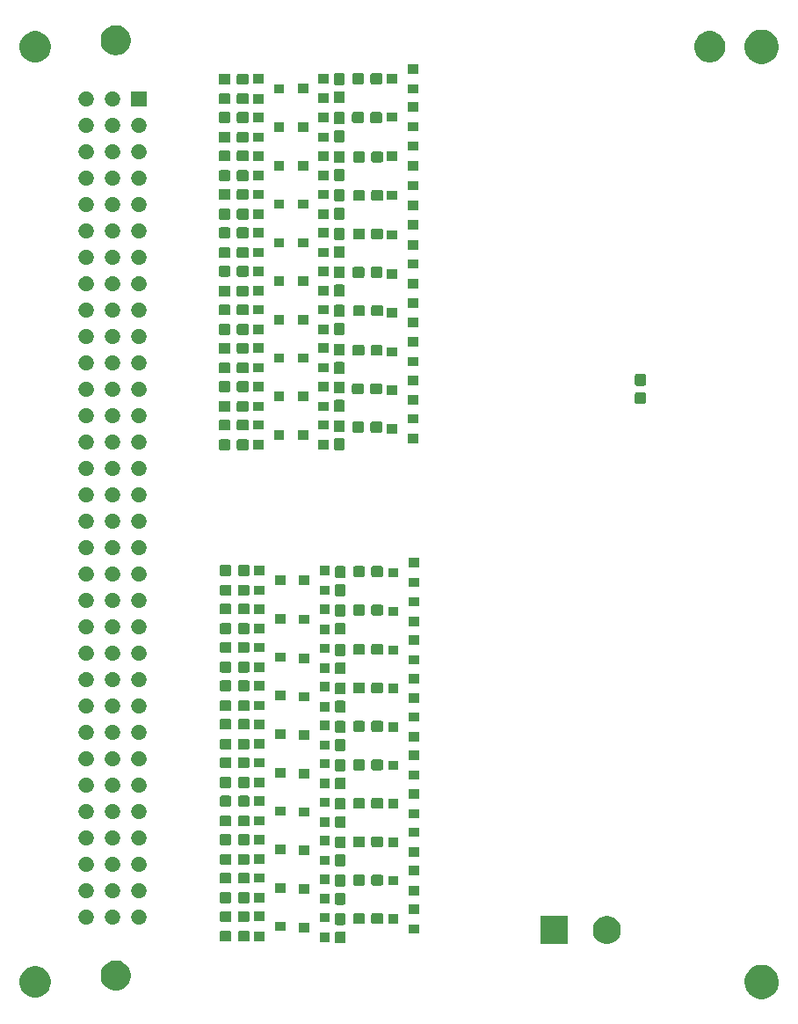
<source format=gbs>
G04 #@! TF.GenerationSoftware,KiCad,Pcbnew,(5.1.5)-3*
G04 #@! TF.CreationDate,2020-02-11T12:56:01-08:00*
G04 #@! TF.ProjectId,siplace_feeder_controller_adapter,7369706c-6163-4655-9f66-65656465725f,rev?*
G04 #@! TF.SameCoordinates,Original*
G04 #@! TF.FileFunction,Soldermask,Bot*
G04 #@! TF.FilePolarity,Negative*
%FSLAX46Y46*%
G04 Gerber Fmt 4.6, Leading zero omitted, Abs format (unit mm)*
G04 Created by KiCad (PCBNEW (5.1.5)-3) date 2020-02-11 12:56:01*
%MOMM*%
%LPD*%
G04 APERTURE LIST*
%ADD10C,0.100000*%
G04 APERTURE END LIST*
D10*
G36*
X120375256Y-143391298D02*
G01*
X120481579Y-143412447D01*
X120782042Y-143536903D01*
X121052451Y-143717585D01*
X121282415Y-143947549D01*
X121463097Y-144217958D01*
X121463098Y-144217960D01*
X121587553Y-144518422D01*
X121651000Y-144837389D01*
X121651000Y-145162611D01*
X121623319Y-145301772D01*
X121587553Y-145481579D01*
X121513057Y-145661429D01*
X121467907Y-145770431D01*
X121463097Y-145782042D01*
X121282415Y-146052451D01*
X121052451Y-146282415D01*
X120782042Y-146463097D01*
X120481579Y-146587553D01*
X120375256Y-146608702D01*
X120162611Y-146651000D01*
X119837389Y-146651000D01*
X119624744Y-146608702D01*
X119518421Y-146587553D01*
X119217958Y-146463097D01*
X118947549Y-146282415D01*
X118717585Y-146052451D01*
X118536903Y-145782042D01*
X118532094Y-145770431D01*
X118486943Y-145661429D01*
X118412447Y-145481579D01*
X118376681Y-145301772D01*
X118349000Y-145162611D01*
X118349000Y-144837389D01*
X118412447Y-144518422D01*
X118536902Y-144217960D01*
X118536903Y-144217958D01*
X118717585Y-143947549D01*
X118947549Y-143717585D01*
X119217958Y-143536903D01*
X119518421Y-143412447D01*
X119624744Y-143391298D01*
X119837389Y-143349000D01*
X120162611Y-143349000D01*
X120375256Y-143391298D01*
G37*
G36*
X50437534Y-143557643D02*
G01*
X50710515Y-143670716D01*
X50710517Y-143670717D01*
X50956194Y-143834874D01*
X51165126Y-144043806D01*
X51281493Y-144217960D01*
X51329284Y-144289485D01*
X51442357Y-144562466D01*
X51500000Y-144852262D01*
X51500000Y-145147738D01*
X51442357Y-145437534D01*
X51349616Y-145661429D01*
X51329283Y-145710517D01*
X51165126Y-145956194D01*
X50956194Y-146165126D01*
X50710517Y-146329283D01*
X50710516Y-146329284D01*
X50710515Y-146329284D01*
X50437534Y-146442357D01*
X50147738Y-146500000D01*
X49852262Y-146500000D01*
X49562466Y-146442357D01*
X49289485Y-146329284D01*
X49289484Y-146329284D01*
X49289483Y-146329283D01*
X49043806Y-146165126D01*
X48834874Y-145956194D01*
X48670717Y-145710517D01*
X48650384Y-145661429D01*
X48557643Y-145437534D01*
X48500000Y-145147738D01*
X48500000Y-144852262D01*
X48557643Y-144562466D01*
X48670716Y-144289485D01*
X48718508Y-144217960D01*
X48834874Y-144043806D01*
X49043806Y-143834874D01*
X49289483Y-143670717D01*
X49289485Y-143670716D01*
X49562466Y-143557643D01*
X49852262Y-143500000D01*
X50147738Y-143500000D01*
X50437534Y-143557643D01*
G37*
G36*
X57995540Y-142952523D02*
G01*
X58181783Y-142989569D01*
X58444938Y-143098571D01*
X58681772Y-143256818D01*
X58883182Y-143458228D01*
X59041429Y-143695062D01*
X59150431Y-143958217D01*
X59206000Y-144237581D01*
X59206000Y-144522419D01*
X59150431Y-144801783D01*
X59041429Y-145064938D01*
X58883182Y-145301772D01*
X58681772Y-145503182D01*
X58444938Y-145661429D01*
X58181783Y-145770431D01*
X57995540Y-145807477D01*
X57902420Y-145826000D01*
X57617580Y-145826000D01*
X57524460Y-145807477D01*
X57338217Y-145770431D01*
X57075062Y-145661429D01*
X56838228Y-145503182D01*
X56636818Y-145301772D01*
X56478571Y-145064938D01*
X56369569Y-144801783D01*
X56314000Y-144522419D01*
X56314000Y-144237581D01*
X56369569Y-143958217D01*
X56478571Y-143695062D01*
X56636818Y-143458228D01*
X56838228Y-143256818D01*
X57075062Y-143098571D01*
X57338217Y-142989569D01*
X57524460Y-142952523D01*
X57617580Y-142934000D01*
X57902420Y-142934000D01*
X57995540Y-142952523D01*
G37*
G36*
X101351000Y-141351000D02*
G01*
X98649000Y-141351000D01*
X98649000Y-138649000D01*
X101351000Y-138649000D01*
X101351000Y-141351000D01*
G37*
G36*
X105474072Y-138700918D02*
G01*
X105719939Y-138802759D01*
X105941212Y-138950610D01*
X106129390Y-139138788D01*
X106269830Y-139348969D01*
X106277242Y-139360063D01*
X106379082Y-139605928D01*
X106431000Y-139866937D01*
X106431000Y-140133063D01*
X106379082Y-140394072D01*
X106277242Y-140639937D01*
X106129391Y-140861211D01*
X105941211Y-141049391D01*
X105877879Y-141091708D01*
X105719939Y-141197241D01*
X105719938Y-141197242D01*
X105719937Y-141197242D01*
X105474072Y-141299082D01*
X105213063Y-141351000D01*
X104946937Y-141351000D01*
X104685928Y-141299082D01*
X104440063Y-141197242D01*
X104440062Y-141197242D01*
X104440061Y-141197241D01*
X104282121Y-141091708D01*
X104218789Y-141049391D01*
X104030609Y-140861211D01*
X103882758Y-140639937D01*
X103780918Y-140394072D01*
X103729000Y-140133063D01*
X103729000Y-139866937D01*
X103780918Y-139605928D01*
X103882758Y-139360063D01*
X103890171Y-139348969D01*
X104030610Y-139138788D01*
X104218788Y-138950610D01*
X104440061Y-138802759D01*
X104685928Y-138700918D01*
X104946937Y-138649000D01*
X105213063Y-138649000D01*
X105474072Y-138700918D01*
G37*
G36*
X79764499Y-140128445D02*
G01*
X79801995Y-140139820D01*
X79836554Y-140158292D01*
X79866847Y-140183153D01*
X79891708Y-140213446D01*
X79910180Y-140248005D01*
X79921555Y-140285501D01*
X79926000Y-140330638D01*
X79926000Y-141069362D01*
X79921555Y-141114499D01*
X79910180Y-141151995D01*
X79891708Y-141186554D01*
X79866847Y-141216847D01*
X79836554Y-141241708D01*
X79801995Y-141260180D01*
X79764499Y-141271555D01*
X79719362Y-141276000D01*
X79080638Y-141276000D01*
X79035501Y-141271555D01*
X78998005Y-141260180D01*
X78963446Y-141241708D01*
X78933153Y-141216847D01*
X78908292Y-141186554D01*
X78889820Y-141151995D01*
X78878445Y-141114499D01*
X78874000Y-141069362D01*
X78874000Y-140330638D01*
X78878445Y-140285501D01*
X78889820Y-140248005D01*
X78908292Y-140213446D01*
X78933153Y-140183153D01*
X78963446Y-140158292D01*
X78998005Y-140139820D01*
X79035501Y-140128445D01*
X79080638Y-140124000D01*
X79719362Y-140124000D01*
X79764499Y-140128445D01*
G37*
G36*
X78401000Y-141151000D02*
G01*
X77399000Y-141151000D01*
X77399000Y-140249000D01*
X78401000Y-140249000D01*
X78401000Y-141151000D01*
G37*
G36*
X68764499Y-140078445D02*
G01*
X68801995Y-140089820D01*
X68836554Y-140108292D01*
X68866847Y-140133153D01*
X68891708Y-140163446D01*
X68910180Y-140198005D01*
X68921555Y-140235501D01*
X68926000Y-140280638D01*
X68926000Y-140919362D01*
X68921555Y-140964499D01*
X68910180Y-141001995D01*
X68891708Y-141036554D01*
X68866847Y-141066847D01*
X68836554Y-141091708D01*
X68801995Y-141110180D01*
X68764499Y-141121555D01*
X68719362Y-141126000D01*
X67980638Y-141126000D01*
X67935501Y-141121555D01*
X67898005Y-141110180D01*
X67863446Y-141091708D01*
X67833153Y-141066847D01*
X67808292Y-141036554D01*
X67789820Y-141001995D01*
X67778445Y-140964499D01*
X67774000Y-140919362D01*
X67774000Y-140280638D01*
X67778445Y-140235501D01*
X67789820Y-140198005D01*
X67808292Y-140163446D01*
X67833153Y-140133153D01*
X67863446Y-140108292D01*
X67898005Y-140089820D01*
X67935501Y-140078445D01*
X67980638Y-140074000D01*
X68719362Y-140074000D01*
X68764499Y-140078445D01*
G37*
G36*
X70514499Y-140078445D02*
G01*
X70551995Y-140089820D01*
X70586554Y-140108292D01*
X70616847Y-140133153D01*
X70641708Y-140163446D01*
X70660180Y-140198005D01*
X70671555Y-140235501D01*
X70676000Y-140280638D01*
X70676000Y-140919362D01*
X70671555Y-140964499D01*
X70660180Y-141001995D01*
X70641708Y-141036554D01*
X70616847Y-141066847D01*
X70586554Y-141091708D01*
X70551995Y-141110180D01*
X70514499Y-141121555D01*
X70469362Y-141126000D01*
X69730638Y-141126000D01*
X69685501Y-141121555D01*
X69648005Y-141110180D01*
X69613446Y-141091708D01*
X69583153Y-141066847D01*
X69558292Y-141036554D01*
X69539820Y-141001995D01*
X69528445Y-140964499D01*
X69524000Y-140919362D01*
X69524000Y-140280638D01*
X69528445Y-140235501D01*
X69539820Y-140198005D01*
X69558292Y-140163446D01*
X69583153Y-140133153D01*
X69613446Y-140108292D01*
X69648005Y-140089820D01*
X69685501Y-140078445D01*
X69730638Y-140074000D01*
X70469362Y-140074000D01*
X70514499Y-140078445D01*
G37*
G36*
X72101000Y-141051000D02*
G01*
X71099000Y-141051000D01*
X71099000Y-140149000D01*
X72101000Y-140149000D01*
X72101000Y-141051000D01*
G37*
G36*
X87001000Y-140351000D02*
G01*
X85999000Y-140351000D01*
X85999000Y-139449000D01*
X87001000Y-139449000D01*
X87001000Y-140351000D01*
G37*
G36*
X76401000Y-140201000D02*
G01*
X75399000Y-140201000D01*
X75399000Y-139299000D01*
X76401000Y-139299000D01*
X76401000Y-140201000D01*
G37*
G36*
X74101000Y-140101000D02*
G01*
X73099000Y-140101000D01*
X73099000Y-139199000D01*
X74101000Y-139199000D01*
X74101000Y-140101000D01*
G37*
G36*
X79764499Y-138378445D02*
G01*
X79801995Y-138389820D01*
X79836554Y-138408292D01*
X79866847Y-138433153D01*
X79891708Y-138463446D01*
X79910180Y-138498005D01*
X79921555Y-138535501D01*
X79926000Y-138580638D01*
X79926000Y-139319362D01*
X79921555Y-139364499D01*
X79910180Y-139401995D01*
X79891708Y-139436554D01*
X79866847Y-139466847D01*
X79836554Y-139491708D01*
X79801995Y-139510180D01*
X79764499Y-139521555D01*
X79719362Y-139526000D01*
X79080638Y-139526000D01*
X79035501Y-139521555D01*
X78998005Y-139510180D01*
X78963446Y-139491708D01*
X78933153Y-139466847D01*
X78908292Y-139436554D01*
X78889820Y-139401995D01*
X78878445Y-139364499D01*
X78874000Y-139319362D01*
X78874000Y-138580638D01*
X78878445Y-138535501D01*
X78889820Y-138498005D01*
X78908292Y-138463446D01*
X78933153Y-138433153D01*
X78963446Y-138408292D01*
X78998005Y-138389820D01*
X79035501Y-138378445D01*
X79080638Y-138374000D01*
X79719362Y-138374000D01*
X79764499Y-138378445D01*
G37*
G36*
X60166717Y-138025292D02*
G01*
X60213954Y-138034688D01*
X60253051Y-138050883D01*
X60347442Y-138089980D01*
X60419459Y-138138100D01*
X60467579Y-138170253D01*
X60569747Y-138272421D01*
X60582084Y-138290885D01*
X60650020Y-138392558D01*
X60705312Y-138526047D01*
X60733500Y-138667755D01*
X60733500Y-138812245D01*
X60705312Y-138953953D01*
X60650020Y-139087442D01*
X60601900Y-139159459D01*
X60569747Y-139207579D01*
X60467579Y-139309747D01*
X60427459Y-139336554D01*
X60347442Y-139390020D01*
X60272776Y-139420947D01*
X60213954Y-139445312D01*
X60195413Y-139449000D01*
X60072245Y-139473500D01*
X59927755Y-139473500D01*
X59804587Y-139449000D01*
X59786046Y-139445312D01*
X59727224Y-139420947D01*
X59652558Y-139390020D01*
X59572541Y-139336554D01*
X59532421Y-139309747D01*
X59430253Y-139207579D01*
X59398100Y-139159459D01*
X59349980Y-139087442D01*
X59294688Y-138953953D01*
X59266500Y-138812245D01*
X59266500Y-138667755D01*
X59294688Y-138526047D01*
X59349980Y-138392558D01*
X59417916Y-138290885D01*
X59430253Y-138272421D01*
X59532421Y-138170253D01*
X59580541Y-138138100D01*
X59652558Y-138089980D01*
X59746949Y-138050883D01*
X59786046Y-138034688D01*
X59833283Y-138025292D01*
X59927755Y-138006500D01*
X60072245Y-138006500D01*
X60166717Y-138025292D01*
G37*
G36*
X55086717Y-138025292D02*
G01*
X55133954Y-138034688D01*
X55173051Y-138050883D01*
X55267442Y-138089980D01*
X55339459Y-138138100D01*
X55387579Y-138170253D01*
X55489747Y-138272421D01*
X55502084Y-138290885D01*
X55570020Y-138392558D01*
X55625312Y-138526047D01*
X55653500Y-138667755D01*
X55653500Y-138812245D01*
X55625312Y-138953953D01*
X55570020Y-139087442D01*
X55521900Y-139159459D01*
X55489747Y-139207579D01*
X55387579Y-139309747D01*
X55347459Y-139336554D01*
X55267442Y-139390020D01*
X55192776Y-139420947D01*
X55133954Y-139445312D01*
X55115413Y-139449000D01*
X54992245Y-139473500D01*
X54847755Y-139473500D01*
X54724587Y-139449000D01*
X54706046Y-139445312D01*
X54647224Y-139420947D01*
X54572558Y-139390020D01*
X54492541Y-139336554D01*
X54452421Y-139309747D01*
X54350253Y-139207579D01*
X54318100Y-139159459D01*
X54269980Y-139087442D01*
X54214688Y-138953953D01*
X54186500Y-138812245D01*
X54186500Y-138667755D01*
X54214688Y-138526047D01*
X54269980Y-138392558D01*
X54337916Y-138290885D01*
X54350253Y-138272421D01*
X54452421Y-138170253D01*
X54500541Y-138138100D01*
X54572558Y-138089980D01*
X54666949Y-138050883D01*
X54706046Y-138034688D01*
X54753283Y-138025292D01*
X54847755Y-138006500D01*
X54992245Y-138006500D01*
X55086717Y-138025292D01*
G37*
G36*
X57626717Y-138025292D02*
G01*
X57673954Y-138034688D01*
X57713051Y-138050883D01*
X57807442Y-138089980D01*
X57879459Y-138138100D01*
X57927579Y-138170253D01*
X58029747Y-138272421D01*
X58042084Y-138290885D01*
X58110020Y-138392558D01*
X58165312Y-138526047D01*
X58193500Y-138667755D01*
X58193500Y-138812245D01*
X58165312Y-138953953D01*
X58110020Y-139087442D01*
X58061900Y-139159459D01*
X58029747Y-139207579D01*
X57927579Y-139309747D01*
X57887459Y-139336554D01*
X57807442Y-139390020D01*
X57732776Y-139420947D01*
X57673954Y-139445312D01*
X57655413Y-139449000D01*
X57532245Y-139473500D01*
X57387755Y-139473500D01*
X57264587Y-139449000D01*
X57246046Y-139445312D01*
X57187224Y-139420947D01*
X57112558Y-139390020D01*
X57032541Y-139336554D01*
X56992421Y-139309747D01*
X56890253Y-139207579D01*
X56858100Y-139159459D01*
X56809980Y-139087442D01*
X56754688Y-138953953D01*
X56726500Y-138812245D01*
X56726500Y-138667755D01*
X56754688Y-138526047D01*
X56809980Y-138392558D01*
X56877916Y-138290885D01*
X56890253Y-138272421D01*
X56992421Y-138170253D01*
X57040541Y-138138100D01*
X57112558Y-138089980D01*
X57206949Y-138050883D01*
X57246046Y-138034688D01*
X57293283Y-138025292D01*
X57387755Y-138006500D01*
X57532245Y-138006500D01*
X57626717Y-138025292D01*
G37*
G36*
X81614499Y-138378445D02*
G01*
X81651995Y-138389820D01*
X81686554Y-138408292D01*
X81716847Y-138433153D01*
X81741708Y-138463446D01*
X81760180Y-138498005D01*
X81771555Y-138535501D01*
X81776000Y-138580638D01*
X81776000Y-139219362D01*
X81771555Y-139264499D01*
X81760180Y-139301995D01*
X81741708Y-139336554D01*
X81716847Y-139366847D01*
X81686554Y-139391708D01*
X81651995Y-139410180D01*
X81614499Y-139421555D01*
X81569362Y-139426000D01*
X80830638Y-139426000D01*
X80785501Y-139421555D01*
X80748005Y-139410180D01*
X80713446Y-139391708D01*
X80683153Y-139366847D01*
X80658292Y-139336554D01*
X80639820Y-139301995D01*
X80628445Y-139264499D01*
X80624000Y-139219362D01*
X80624000Y-138580638D01*
X80628445Y-138535501D01*
X80639820Y-138498005D01*
X80658292Y-138463446D01*
X80683153Y-138433153D01*
X80713446Y-138408292D01*
X80748005Y-138389820D01*
X80785501Y-138378445D01*
X80830638Y-138374000D01*
X81569362Y-138374000D01*
X81614499Y-138378445D01*
G37*
G36*
X83364499Y-138378445D02*
G01*
X83401995Y-138389820D01*
X83436554Y-138408292D01*
X83466847Y-138433153D01*
X83491708Y-138463446D01*
X83510180Y-138498005D01*
X83521555Y-138535501D01*
X83526000Y-138580638D01*
X83526000Y-139219362D01*
X83521555Y-139264499D01*
X83510180Y-139301995D01*
X83491708Y-139336554D01*
X83466847Y-139366847D01*
X83436554Y-139391708D01*
X83401995Y-139410180D01*
X83364499Y-139421555D01*
X83319362Y-139426000D01*
X82580638Y-139426000D01*
X82535501Y-139421555D01*
X82498005Y-139410180D01*
X82463446Y-139391708D01*
X82433153Y-139366847D01*
X82408292Y-139336554D01*
X82389820Y-139301995D01*
X82378445Y-139264499D01*
X82374000Y-139219362D01*
X82374000Y-138580638D01*
X82378445Y-138535501D01*
X82389820Y-138498005D01*
X82408292Y-138463446D01*
X82433153Y-138433153D01*
X82463446Y-138408292D01*
X82498005Y-138389820D01*
X82535501Y-138378445D01*
X82580638Y-138374000D01*
X83319362Y-138374000D01*
X83364499Y-138378445D01*
G37*
G36*
X85001000Y-139401000D02*
G01*
X83999000Y-139401000D01*
X83999000Y-138499000D01*
X85001000Y-138499000D01*
X85001000Y-139401000D01*
G37*
G36*
X78401000Y-139251000D02*
G01*
X77399000Y-139251000D01*
X77399000Y-138349000D01*
X78401000Y-138349000D01*
X78401000Y-139251000D01*
G37*
G36*
X70514499Y-138178445D02*
G01*
X70551995Y-138189820D01*
X70586554Y-138208292D01*
X70616847Y-138233153D01*
X70641708Y-138263446D01*
X70660180Y-138298005D01*
X70671555Y-138335501D01*
X70676000Y-138380638D01*
X70676000Y-139019362D01*
X70671555Y-139064499D01*
X70660180Y-139101995D01*
X70641708Y-139136554D01*
X70616847Y-139166847D01*
X70586554Y-139191708D01*
X70551995Y-139210180D01*
X70514499Y-139221555D01*
X70469362Y-139226000D01*
X69730638Y-139226000D01*
X69685501Y-139221555D01*
X69648005Y-139210180D01*
X69613446Y-139191708D01*
X69583153Y-139166847D01*
X69558292Y-139136554D01*
X69539820Y-139101995D01*
X69528445Y-139064499D01*
X69524000Y-139019362D01*
X69524000Y-138380638D01*
X69528445Y-138335501D01*
X69539820Y-138298005D01*
X69558292Y-138263446D01*
X69583153Y-138233153D01*
X69613446Y-138208292D01*
X69648005Y-138189820D01*
X69685501Y-138178445D01*
X69730638Y-138174000D01*
X70469362Y-138174000D01*
X70514499Y-138178445D01*
G37*
G36*
X68764499Y-138178445D02*
G01*
X68801995Y-138189820D01*
X68836554Y-138208292D01*
X68866847Y-138233153D01*
X68891708Y-138263446D01*
X68910180Y-138298005D01*
X68921555Y-138335501D01*
X68926000Y-138380638D01*
X68926000Y-139019362D01*
X68921555Y-139064499D01*
X68910180Y-139101995D01*
X68891708Y-139136554D01*
X68866847Y-139166847D01*
X68836554Y-139191708D01*
X68801995Y-139210180D01*
X68764499Y-139221555D01*
X68719362Y-139226000D01*
X67980638Y-139226000D01*
X67935501Y-139221555D01*
X67898005Y-139210180D01*
X67863446Y-139191708D01*
X67833153Y-139166847D01*
X67808292Y-139136554D01*
X67789820Y-139101995D01*
X67778445Y-139064499D01*
X67774000Y-139019362D01*
X67774000Y-138380638D01*
X67778445Y-138335501D01*
X67789820Y-138298005D01*
X67808292Y-138263446D01*
X67833153Y-138233153D01*
X67863446Y-138208292D01*
X67898005Y-138189820D01*
X67935501Y-138178445D01*
X67980638Y-138174000D01*
X68719362Y-138174000D01*
X68764499Y-138178445D01*
G37*
G36*
X72101000Y-139151000D02*
G01*
X71099000Y-139151000D01*
X71099000Y-138249000D01*
X72101000Y-138249000D01*
X72101000Y-139151000D01*
G37*
G36*
X87001000Y-138451000D02*
G01*
X85999000Y-138451000D01*
X85999000Y-137549000D01*
X87001000Y-137549000D01*
X87001000Y-138451000D01*
G37*
G36*
X79764499Y-136428445D02*
G01*
X79801995Y-136439820D01*
X79836554Y-136458292D01*
X79866847Y-136483153D01*
X79891708Y-136513446D01*
X79910180Y-136548005D01*
X79921555Y-136585501D01*
X79926000Y-136630638D01*
X79926000Y-137369362D01*
X79921555Y-137414499D01*
X79910180Y-137451995D01*
X79891708Y-137486554D01*
X79866847Y-137516847D01*
X79836554Y-137541708D01*
X79801995Y-137560180D01*
X79764499Y-137571555D01*
X79719362Y-137576000D01*
X79080638Y-137576000D01*
X79035501Y-137571555D01*
X78998005Y-137560180D01*
X78963446Y-137541708D01*
X78933153Y-137516847D01*
X78908292Y-137486554D01*
X78889820Y-137451995D01*
X78878445Y-137414499D01*
X78874000Y-137369362D01*
X78874000Y-136630638D01*
X78878445Y-136585501D01*
X78889820Y-136548005D01*
X78908292Y-136513446D01*
X78933153Y-136483153D01*
X78963446Y-136458292D01*
X78998005Y-136439820D01*
X79035501Y-136428445D01*
X79080638Y-136424000D01*
X79719362Y-136424000D01*
X79764499Y-136428445D01*
G37*
G36*
X78401000Y-137451000D02*
G01*
X77399000Y-137451000D01*
X77399000Y-136549000D01*
X78401000Y-136549000D01*
X78401000Y-137451000D01*
G37*
G36*
X70514499Y-136378445D02*
G01*
X70551995Y-136389820D01*
X70586554Y-136408292D01*
X70616847Y-136433153D01*
X70641708Y-136463446D01*
X70660180Y-136498005D01*
X70671555Y-136535501D01*
X70676000Y-136580638D01*
X70676000Y-137219362D01*
X70671555Y-137264499D01*
X70660180Y-137301995D01*
X70641708Y-137336554D01*
X70616847Y-137366847D01*
X70586554Y-137391708D01*
X70551995Y-137410180D01*
X70514499Y-137421555D01*
X70469362Y-137426000D01*
X69730638Y-137426000D01*
X69685501Y-137421555D01*
X69648005Y-137410180D01*
X69613446Y-137391708D01*
X69583153Y-137366847D01*
X69558292Y-137336554D01*
X69539820Y-137301995D01*
X69528445Y-137264499D01*
X69524000Y-137219362D01*
X69524000Y-136580638D01*
X69528445Y-136535501D01*
X69539820Y-136498005D01*
X69558292Y-136463446D01*
X69583153Y-136433153D01*
X69613446Y-136408292D01*
X69648005Y-136389820D01*
X69685501Y-136378445D01*
X69730638Y-136374000D01*
X70469362Y-136374000D01*
X70514499Y-136378445D01*
G37*
G36*
X68764499Y-136378445D02*
G01*
X68801995Y-136389820D01*
X68836554Y-136408292D01*
X68866847Y-136433153D01*
X68891708Y-136463446D01*
X68910180Y-136498005D01*
X68921555Y-136535501D01*
X68926000Y-136580638D01*
X68926000Y-137219362D01*
X68921555Y-137264499D01*
X68910180Y-137301995D01*
X68891708Y-137336554D01*
X68866847Y-137366847D01*
X68836554Y-137391708D01*
X68801995Y-137410180D01*
X68764499Y-137421555D01*
X68719362Y-137426000D01*
X67980638Y-137426000D01*
X67935501Y-137421555D01*
X67898005Y-137410180D01*
X67863446Y-137391708D01*
X67833153Y-137366847D01*
X67808292Y-137336554D01*
X67789820Y-137301995D01*
X67778445Y-137264499D01*
X67774000Y-137219362D01*
X67774000Y-136580638D01*
X67778445Y-136535501D01*
X67789820Y-136498005D01*
X67808292Y-136463446D01*
X67833153Y-136433153D01*
X67863446Y-136408292D01*
X67898005Y-136389820D01*
X67935501Y-136378445D01*
X67980638Y-136374000D01*
X68719362Y-136374000D01*
X68764499Y-136378445D01*
G37*
G36*
X72101000Y-137351000D02*
G01*
X71099000Y-137351000D01*
X71099000Y-136449000D01*
X72101000Y-136449000D01*
X72101000Y-137351000D01*
G37*
G36*
X55086717Y-135485292D02*
G01*
X55133954Y-135494688D01*
X55161215Y-135505980D01*
X55267442Y-135549980D01*
X55339459Y-135598100D01*
X55387579Y-135630253D01*
X55489747Y-135732421D01*
X55512749Y-135766847D01*
X55570020Y-135852558D01*
X55609117Y-135946949D01*
X55625312Y-135986046D01*
X55653500Y-136127757D01*
X55653500Y-136272243D01*
X55625312Y-136413954D01*
X55617359Y-136433153D01*
X55570020Y-136547442D01*
X55521900Y-136619459D01*
X55489747Y-136667579D01*
X55387579Y-136769747D01*
X55339459Y-136801900D01*
X55267442Y-136850020D01*
X55173051Y-136889117D01*
X55133954Y-136905312D01*
X55086717Y-136914708D01*
X54992245Y-136933500D01*
X54847755Y-136933500D01*
X54753283Y-136914708D01*
X54706046Y-136905312D01*
X54666949Y-136889117D01*
X54572558Y-136850020D01*
X54500541Y-136801900D01*
X54452421Y-136769747D01*
X54350253Y-136667579D01*
X54318100Y-136619459D01*
X54269980Y-136547442D01*
X54222641Y-136433153D01*
X54214688Y-136413954D01*
X54186500Y-136272243D01*
X54186500Y-136127757D01*
X54214688Y-135986046D01*
X54230883Y-135946949D01*
X54269980Y-135852558D01*
X54327251Y-135766847D01*
X54350253Y-135732421D01*
X54452421Y-135630253D01*
X54500541Y-135598100D01*
X54572558Y-135549980D01*
X54678785Y-135505980D01*
X54706046Y-135494688D01*
X54753283Y-135485292D01*
X54847755Y-135466500D01*
X54992245Y-135466500D01*
X55086717Y-135485292D01*
G37*
G36*
X57626717Y-135485292D02*
G01*
X57673954Y-135494688D01*
X57701215Y-135505980D01*
X57807442Y-135549980D01*
X57879459Y-135598100D01*
X57927579Y-135630253D01*
X58029747Y-135732421D01*
X58052749Y-135766847D01*
X58110020Y-135852558D01*
X58149117Y-135946949D01*
X58165312Y-135986046D01*
X58193500Y-136127757D01*
X58193500Y-136272243D01*
X58165312Y-136413954D01*
X58157359Y-136433153D01*
X58110020Y-136547442D01*
X58061900Y-136619459D01*
X58029747Y-136667579D01*
X57927579Y-136769747D01*
X57879459Y-136801900D01*
X57807442Y-136850020D01*
X57713051Y-136889117D01*
X57673954Y-136905312D01*
X57626717Y-136914708D01*
X57532245Y-136933500D01*
X57387755Y-136933500D01*
X57293283Y-136914708D01*
X57246046Y-136905312D01*
X57206949Y-136889117D01*
X57112558Y-136850020D01*
X57040541Y-136801900D01*
X56992421Y-136769747D01*
X56890253Y-136667579D01*
X56858100Y-136619459D01*
X56809980Y-136547442D01*
X56762641Y-136433153D01*
X56754688Y-136413954D01*
X56726500Y-136272243D01*
X56726500Y-136127757D01*
X56754688Y-135986046D01*
X56770883Y-135946949D01*
X56809980Y-135852558D01*
X56867251Y-135766847D01*
X56890253Y-135732421D01*
X56992421Y-135630253D01*
X57040541Y-135598100D01*
X57112558Y-135549980D01*
X57218785Y-135505980D01*
X57246046Y-135494688D01*
X57293283Y-135485292D01*
X57387755Y-135466500D01*
X57532245Y-135466500D01*
X57626717Y-135485292D01*
G37*
G36*
X60166717Y-135485292D02*
G01*
X60213954Y-135494688D01*
X60241215Y-135505980D01*
X60347442Y-135549980D01*
X60419459Y-135598100D01*
X60467579Y-135630253D01*
X60569747Y-135732421D01*
X60592749Y-135766847D01*
X60650020Y-135852558D01*
X60689117Y-135946949D01*
X60705312Y-135986046D01*
X60733500Y-136127757D01*
X60733500Y-136272243D01*
X60705312Y-136413954D01*
X60697359Y-136433153D01*
X60650020Y-136547442D01*
X60601900Y-136619459D01*
X60569747Y-136667579D01*
X60467579Y-136769747D01*
X60419459Y-136801900D01*
X60347442Y-136850020D01*
X60253051Y-136889117D01*
X60213954Y-136905312D01*
X60166717Y-136914708D01*
X60072245Y-136933500D01*
X59927755Y-136933500D01*
X59833283Y-136914708D01*
X59786046Y-136905312D01*
X59746949Y-136889117D01*
X59652558Y-136850020D01*
X59580541Y-136801900D01*
X59532421Y-136769747D01*
X59430253Y-136667579D01*
X59398100Y-136619459D01*
X59349980Y-136547442D01*
X59302641Y-136433153D01*
X59294688Y-136413954D01*
X59266500Y-136272243D01*
X59266500Y-136127757D01*
X59294688Y-135986046D01*
X59310883Y-135946949D01*
X59349980Y-135852558D01*
X59407251Y-135766847D01*
X59430253Y-135732421D01*
X59532421Y-135630253D01*
X59580541Y-135598100D01*
X59652558Y-135549980D01*
X59758785Y-135505980D01*
X59786046Y-135494688D01*
X59833283Y-135485292D01*
X59927755Y-135466500D01*
X60072245Y-135466500D01*
X60166717Y-135485292D01*
G37*
G36*
X87001000Y-136651000D02*
G01*
X85999000Y-136651000D01*
X85999000Y-135749000D01*
X87001000Y-135749000D01*
X87001000Y-136651000D01*
G37*
G36*
X76401000Y-136501000D02*
G01*
X75399000Y-136501000D01*
X75399000Y-135599000D01*
X76401000Y-135599000D01*
X76401000Y-136501000D01*
G37*
G36*
X74101000Y-136401000D02*
G01*
X73099000Y-136401000D01*
X73099000Y-135499000D01*
X74101000Y-135499000D01*
X74101000Y-136401000D01*
G37*
G36*
X79764499Y-134678445D02*
G01*
X79801995Y-134689820D01*
X79836554Y-134708292D01*
X79866847Y-134733153D01*
X79891708Y-134763446D01*
X79910180Y-134798005D01*
X79921555Y-134835501D01*
X79926000Y-134880638D01*
X79926000Y-135619362D01*
X79921555Y-135664499D01*
X79910180Y-135701995D01*
X79891708Y-135736554D01*
X79866847Y-135766847D01*
X79836554Y-135791708D01*
X79801995Y-135810180D01*
X79764499Y-135821555D01*
X79719362Y-135826000D01*
X79080638Y-135826000D01*
X79035501Y-135821555D01*
X78998005Y-135810180D01*
X78963446Y-135791708D01*
X78933153Y-135766847D01*
X78908292Y-135736554D01*
X78889820Y-135701995D01*
X78878445Y-135664499D01*
X78874000Y-135619362D01*
X78874000Y-134880638D01*
X78878445Y-134835501D01*
X78889820Y-134798005D01*
X78908292Y-134763446D01*
X78933153Y-134733153D01*
X78963446Y-134708292D01*
X78998005Y-134689820D01*
X79035501Y-134678445D01*
X79080638Y-134674000D01*
X79719362Y-134674000D01*
X79764499Y-134678445D01*
G37*
G36*
X83364499Y-134678445D02*
G01*
X83401995Y-134689820D01*
X83436554Y-134708292D01*
X83466847Y-134733153D01*
X83491708Y-134763446D01*
X83510180Y-134798005D01*
X83521555Y-134835501D01*
X83526000Y-134880638D01*
X83526000Y-135519362D01*
X83521555Y-135564499D01*
X83510180Y-135601995D01*
X83491708Y-135636554D01*
X83466847Y-135666847D01*
X83436554Y-135691708D01*
X83401995Y-135710180D01*
X83364499Y-135721555D01*
X83319362Y-135726000D01*
X82580638Y-135726000D01*
X82535501Y-135721555D01*
X82498005Y-135710180D01*
X82463446Y-135691708D01*
X82433153Y-135666847D01*
X82408292Y-135636554D01*
X82389820Y-135601995D01*
X82378445Y-135564499D01*
X82374000Y-135519362D01*
X82374000Y-134880638D01*
X82378445Y-134835501D01*
X82389820Y-134798005D01*
X82408292Y-134763446D01*
X82433153Y-134733153D01*
X82463446Y-134708292D01*
X82498005Y-134689820D01*
X82535501Y-134678445D01*
X82580638Y-134674000D01*
X83319362Y-134674000D01*
X83364499Y-134678445D01*
G37*
G36*
X81614499Y-134678445D02*
G01*
X81651995Y-134689820D01*
X81686554Y-134708292D01*
X81716847Y-134733153D01*
X81741708Y-134763446D01*
X81760180Y-134798005D01*
X81771555Y-134835501D01*
X81776000Y-134880638D01*
X81776000Y-135519362D01*
X81771555Y-135564499D01*
X81760180Y-135601995D01*
X81741708Y-135636554D01*
X81716847Y-135666847D01*
X81686554Y-135691708D01*
X81651995Y-135710180D01*
X81614499Y-135721555D01*
X81569362Y-135726000D01*
X80830638Y-135726000D01*
X80785501Y-135721555D01*
X80748005Y-135710180D01*
X80713446Y-135691708D01*
X80683153Y-135666847D01*
X80658292Y-135636554D01*
X80639820Y-135601995D01*
X80628445Y-135564499D01*
X80624000Y-135519362D01*
X80624000Y-134880638D01*
X80628445Y-134835501D01*
X80639820Y-134798005D01*
X80658292Y-134763446D01*
X80683153Y-134733153D01*
X80713446Y-134708292D01*
X80748005Y-134689820D01*
X80785501Y-134678445D01*
X80830638Y-134674000D01*
X81569362Y-134674000D01*
X81614499Y-134678445D01*
G37*
G36*
X85001000Y-135701000D02*
G01*
X83999000Y-135701000D01*
X83999000Y-134799000D01*
X85001000Y-134799000D01*
X85001000Y-135701000D01*
G37*
G36*
X78401000Y-135551000D02*
G01*
X77399000Y-135551000D01*
X77399000Y-134649000D01*
X78401000Y-134649000D01*
X78401000Y-135551000D01*
G37*
G36*
X70514499Y-134478445D02*
G01*
X70551995Y-134489820D01*
X70586554Y-134508292D01*
X70616847Y-134533153D01*
X70641708Y-134563446D01*
X70660180Y-134598005D01*
X70671555Y-134635501D01*
X70676000Y-134680638D01*
X70676000Y-135319362D01*
X70671555Y-135364499D01*
X70660180Y-135401995D01*
X70641708Y-135436554D01*
X70616847Y-135466847D01*
X70586554Y-135491708D01*
X70551995Y-135510180D01*
X70514499Y-135521555D01*
X70469362Y-135526000D01*
X69730638Y-135526000D01*
X69685501Y-135521555D01*
X69648005Y-135510180D01*
X69613446Y-135491708D01*
X69583153Y-135466847D01*
X69558292Y-135436554D01*
X69539820Y-135401995D01*
X69528445Y-135364499D01*
X69524000Y-135319362D01*
X69524000Y-134680638D01*
X69528445Y-134635501D01*
X69539820Y-134598005D01*
X69558292Y-134563446D01*
X69583153Y-134533153D01*
X69613446Y-134508292D01*
X69648005Y-134489820D01*
X69685501Y-134478445D01*
X69730638Y-134474000D01*
X70469362Y-134474000D01*
X70514499Y-134478445D01*
G37*
G36*
X68764499Y-134478445D02*
G01*
X68801995Y-134489820D01*
X68836554Y-134508292D01*
X68866847Y-134533153D01*
X68891708Y-134563446D01*
X68910180Y-134598005D01*
X68921555Y-134635501D01*
X68926000Y-134680638D01*
X68926000Y-135319362D01*
X68921555Y-135364499D01*
X68910180Y-135401995D01*
X68891708Y-135436554D01*
X68866847Y-135466847D01*
X68836554Y-135491708D01*
X68801995Y-135510180D01*
X68764499Y-135521555D01*
X68719362Y-135526000D01*
X67980638Y-135526000D01*
X67935501Y-135521555D01*
X67898005Y-135510180D01*
X67863446Y-135491708D01*
X67833153Y-135466847D01*
X67808292Y-135436554D01*
X67789820Y-135401995D01*
X67778445Y-135364499D01*
X67774000Y-135319362D01*
X67774000Y-134680638D01*
X67778445Y-134635501D01*
X67789820Y-134598005D01*
X67808292Y-134563446D01*
X67833153Y-134533153D01*
X67863446Y-134508292D01*
X67898005Y-134489820D01*
X67935501Y-134478445D01*
X67980638Y-134474000D01*
X68719362Y-134474000D01*
X68764499Y-134478445D01*
G37*
G36*
X72101000Y-135451000D02*
G01*
X71099000Y-135451000D01*
X71099000Y-134549000D01*
X72101000Y-134549000D01*
X72101000Y-135451000D01*
G37*
G36*
X87001000Y-134751000D02*
G01*
X85999000Y-134751000D01*
X85999000Y-133849000D01*
X87001000Y-133849000D01*
X87001000Y-134751000D01*
G37*
G36*
X57626717Y-132945292D02*
G01*
X57673954Y-132954688D01*
X57713051Y-132970883D01*
X57807442Y-133009980D01*
X57879459Y-133058100D01*
X57927579Y-133090253D01*
X58029747Y-133192421D01*
X58061900Y-133240541D01*
X58110020Y-133312558D01*
X58165312Y-133446047D01*
X58193500Y-133587755D01*
X58193500Y-133732245D01*
X58176671Y-133816847D01*
X58165312Y-133873954D01*
X58149117Y-133913051D01*
X58110020Y-134007442D01*
X58061900Y-134079459D01*
X58029747Y-134127579D01*
X57927579Y-134229747D01*
X57879459Y-134261900D01*
X57807442Y-134310020D01*
X57713051Y-134349117D01*
X57673954Y-134365312D01*
X57626717Y-134374708D01*
X57532245Y-134393500D01*
X57387755Y-134393500D01*
X57293283Y-134374708D01*
X57246046Y-134365312D01*
X57206949Y-134349117D01*
X57112558Y-134310020D01*
X57040541Y-134261900D01*
X56992421Y-134229747D01*
X56890253Y-134127579D01*
X56858100Y-134079459D01*
X56809980Y-134007442D01*
X56770883Y-133913051D01*
X56754688Y-133873954D01*
X56743329Y-133816847D01*
X56726500Y-133732245D01*
X56726500Y-133587755D01*
X56754688Y-133446047D01*
X56809980Y-133312558D01*
X56858100Y-133240541D01*
X56890253Y-133192421D01*
X56992421Y-133090253D01*
X57040541Y-133058100D01*
X57112558Y-133009980D01*
X57206949Y-132970883D01*
X57246046Y-132954688D01*
X57293283Y-132945292D01*
X57387755Y-132926500D01*
X57532245Y-132926500D01*
X57626717Y-132945292D01*
G37*
G36*
X55086717Y-132945292D02*
G01*
X55133954Y-132954688D01*
X55173051Y-132970883D01*
X55267442Y-133009980D01*
X55339459Y-133058100D01*
X55387579Y-133090253D01*
X55489747Y-133192421D01*
X55521900Y-133240541D01*
X55570020Y-133312558D01*
X55625312Y-133446047D01*
X55653500Y-133587755D01*
X55653500Y-133732245D01*
X55636671Y-133816847D01*
X55625312Y-133873954D01*
X55609117Y-133913051D01*
X55570020Y-134007442D01*
X55521900Y-134079459D01*
X55489747Y-134127579D01*
X55387579Y-134229747D01*
X55339459Y-134261900D01*
X55267442Y-134310020D01*
X55173051Y-134349117D01*
X55133954Y-134365312D01*
X55086717Y-134374708D01*
X54992245Y-134393500D01*
X54847755Y-134393500D01*
X54753283Y-134374708D01*
X54706046Y-134365312D01*
X54666949Y-134349117D01*
X54572558Y-134310020D01*
X54500541Y-134261900D01*
X54452421Y-134229747D01*
X54350253Y-134127579D01*
X54318100Y-134079459D01*
X54269980Y-134007442D01*
X54230883Y-133913051D01*
X54214688Y-133873954D01*
X54203329Y-133816847D01*
X54186500Y-133732245D01*
X54186500Y-133587755D01*
X54214688Y-133446047D01*
X54269980Y-133312558D01*
X54318100Y-133240541D01*
X54350253Y-133192421D01*
X54452421Y-133090253D01*
X54500541Y-133058100D01*
X54572558Y-133009980D01*
X54666949Y-132970883D01*
X54706046Y-132954688D01*
X54753283Y-132945292D01*
X54847755Y-132926500D01*
X54992245Y-132926500D01*
X55086717Y-132945292D01*
G37*
G36*
X60166717Y-132945292D02*
G01*
X60213954Y-132954688D01*
X60253051Y-132970883D01*
X60347442Y-133009980D01*
X60419459Y-133058100D01*
X60467579Y-133090253D01*
X60569747Y-133192421D01*
X60601900Y-133240541D01*
X60650020Y-133312558D01*
X60705312Y-133446047D01*
X60733500Y-133587755D01*
X60733500Y-133732245D01*
X60716671Y-133816847D01*
X60705312Y-133873954D01*
X60689117Y-133913051D01*
X60650020Y-134007442D01*
X60601900Y-134079459D01*
X60569747Y-134127579D01*
X60467579Y-134229747D01*
X60419459Y-134261900D01*
X60347442Y-134310020D01*
X60253051Y-134349117D01*
X60213954Y-134365312D01*
X60166717Y-134374708D01*
X60072245Y-134393500D01*
X59927755Y-134393500D01*
X59833283Y-134374708D01*
X59786046Y-134365312D01*
X59746949Y-134349117D01*
X59652558Y-134310020D01*
X59580541Y-134261900D01*
X59532421Y-134229747D01*
X59430253Y-134127579D01*
X59398100Y-134079459D01*
X59349980Y-134007442D01*
X59310883Y-133913051D01*
X59294688Y-133873954D01*
X59283329Y-133816847D01*
X59266500Y-133732245D01*
X59266500Y-133587755D01*
X59294688Y-133446047D01*
X59349980Y-133312558D01*
X59398100Y-133240541D01*
X59430253Y-133192421D01*
X59532421Y-133090253D01*
X59580541Y-133058100D01*
X59652558Y-133009980D01*
X59746949Y-132970883D01*
X59786046Y-132954688D01*
X59833283Y-132945292D01*
X59927755Y-132926500D01*
X60072245Y-132926500D01*
X60166717Y-132945292D01*
G37*
G36*
X79764499Y-132728445D02*
G01*
X79801995Y-132739820D01*
X79836554Y-132758292D01*
X79866847Y-132783153D01*
X79891708Y-132813446D01*
X79910180Y-132848005D01*
X79921555Y-132885501D01*
X79926000Y-132930638D01*
X79926000Y-133669362D01*
X79921555Y-133714499D01*
X79910180Y-133751995D01*
X79891708Y-133786554D01*
X79866847Y-133816847D01*
X79836554Y-133841708D01*
X79801995Y-133860180D01*
X79764499Y-133871555D01*
X79719362Y-133876000D01*
X79080638Y-133876000D01*
X79035501Y-133871555D01*
X78998005Y-133860180D01*
X78963446Y-133841708D01*
X78933153Y-133816847D01*
X78908292Y-133786554D01*
X78889820Y-133751995D01*
X78878445Y-133714499D01*
X78874000Y-133669362D01*
X78874000Y-132930638D01*
X78878445Y-132885501D01*
X78889820Y-132848005D01*
X78908292Y-132813446D01*
X78933153Y-132783153D01*
X78963446Y-132758292D01*
X78998005Y-132739820D01*
X79035501Y-132728445D01*
X79080638Y-132724000D01*
X79719362Y-132724000D01*
X79764499Y-132728445D01*
G37*
G36*
X78401000Y-133751000D02*
G01*
X77399000Y-133751000D01*
X77399000Y-132849000D01*
X78401000Y-132849000D01*
X78401000Y-133751000D01*
G37*
G36*
X68764499Y-132678445D02*
G01*
X68801995Y-132689820D01*
X68836554Y-132708292D01*
X68866847Y-132733153D01*
X68891708Y-132763446D01*
X68910180Y-132798005D01*
X68921555Y-132835501D01*
X68926000Y-132880638D01*
X68926000Y-133519362D01*
X68921555Y-133564499D01*
X68910180Y-133601995D01*
X68891708Y-133636554D01*
X68866847Y-133666847D01*
X68836554Y-133691708D01*
X68801995Y-133710180D01*
X68764499Y-133721555D01*
X68719362Y-133726000D01*
X67980638Y-133726000D01*
X67935501Y-133721555D01*
X67898005Y-133710180D01*
X67863446Y-133691708D01*
X67833153Y-133666847D01*
X67808292Y-133636554D01*
X67789820Y-133601995D01*
X67778445Y-133564499D01*
X67774000Y-133519362D01*
X67774000Y-132880638D01*
X67778445Y-132835501D01*
X67789820Y-132798005D01*
X67808292Y-132763446D01*
X67833153Y-132733153D01*
X67863446Y-132708292D01*
X67898005Y-132689820D01*
X67935501Y-132678445D01*
X67980638Y-132674000D01*
X68719362Y-132674000D01*
X68764499Y-132678445D01*
G37*
G36*
X70514499Y-132678445D02*
G01*
X70551995Y-132689820D01*
X70586554Y-132708292D01*
X70616847Y-132733153D01*
X70641708Y-132763446D01*
X70660180Y-132798005D01*
X70671555Y-132835501D01*
X70676000Y-132880638D01*
X70676000Y-133519362D01*
X70671555Y-133564499D01*
X70660180Y-133601995D01*
X70641708Y-133636554D01*
X70616847Y-133666847D01*
X70586554Y-133691708D01*
X70551995Y-133710180D01*
X70514499Y-133721555D01*
X70469362Y-133726000D01*
X69730638Y-133726000D01*
X69685501Y-133721555D01*
X69648005Y-133710180D01*
X69613446Y-133691708D01*
X69583153Y-133666847D01*
X69558292Y-133636554D01*
X69539820Y-133601995D01*
X69528445Y-133564499D01*
X69524000Y-133519362D01*
X69524000Y-132880638D01*
X69528445Y-132835501D01*
X69539820Y-132798005D01*
X69558292Y-132763446D01*
X69583153Y-132733153D01*
X69613446Y-132708292D01*
X69648005Y-132689820D01*
X69685501Y-132678445D01*
X69730638Y-132674000D01*
X70469362Y-132674000D01*
X70514499Y-132678445D01*
G37*
G36*
X72101000Y-133651000D02*
G01*
X71099000Y-133651000D01*
X71099000Y-132749000D01*
X72101000Y-132749000D01*
X72101000Y-133651000D01*
G37*
G36*
X87001000Y-132951000D02*
G01*
X85999000Y-132951000D01*
X85999000Y-132049000D01*
X87001000Y-132049000D01*
X87001000Y-132951000D01*
G37*
G36*
X76401000Y-132801000D02*
G01*
X75399000Y-132801000D01*
X75399000Y-131899000D01*
X76401000Y-131899000D01*
X76401000Y-132801000D01*
G37*
G36*
X74101000Y-132701000D02*
G01*
X73099000Y-132701000D01*
X73099000Y-131799000D01*
X74101000Y-131799000D01*
X74101000Y-132701000D01*
G37*
G36*
X79764499Y-130978445D02*
G01*
X79801995Y-130989820D01*
X79836554Y-131008292D01*
X79866847Y-131033153D01*
X79891708Y-131063446D01*
X79910180Y-131098005D01*
X79921555Y-131135501D01*
X79926000Y-131180638D01*
X79926000Y-131919362D01*
X79921555Y-131964499D01*
X79910180Y-132001995D01*
X79891708Y-132036554D01*
X79866847Y-132066847D01*
X79836554Y-132091708D01*
X79801995Y-132110180D01*
X79764499Y-132121555D01*
X79719362Y-132126000D01*
X79080638Y-132126000D01*
X79035501Y-132121555D01*
X78998005Y-132110180D01*
X78963446Y-132091708D01*
X78933153Y-132066847D01*
X78908292Y-132036554D01*
X78889820Y-132001995D01*
X78878445Y-131964499D01*
X78874000Y-131919362D01*
X78874000Y-131180638D01*
X78878445Y-131135501D01*
X78889820Y-131098005D01*
X78908292Y-131063446D01*
X78933153Y-131033153D01*
X78963446Y-131008292D01*
X78998005Y-130989820D01*
X79035501Y-130978445D01*
X79080638Y-130974000D01*
X79719362Y-130974000D01*
X79764499Y-130978445D01*
G37*
G36*
X81614499Y-130978445D02*
G01*
X81651995Y-130989820D01*
X81686554Y-131008292D01*
X81716847Y-131033153D01*
X81741708Y-131063446D01*
X81760180Y-131098005D01*
X81771555Y-131135501D01*
X81776000Y-131180638D01*
X81776000Y-131819362D01*
X81771555Y-131864499D01*
X81760180Y-131901995D01*
X81741708Y-131936554D01*
X81716847Y-131966847D01*
X81686554Y-131991708D01*
X81651995Y-132010180D01*
X81614499Y-132021555D01*
X81569362Y-132026000D01*
X80830638Y-132026000D01*
X80785501Y-132021555D01*
X80748005Y-132010180D01*
X80713446Y-131991708D01*
X80683153Y-131966847D01*
X80658292Y-131936554D01*
X80639820Y-131901995D01*
X80628445Y-131864499D01*
X80624000Y-131819362D01*
X80624000Y-131180638D01*
X80628445Y-131135501D01*
X80639820Y-131098005D01*
X80658292Y-131063446D01*
X80683153Y-131033153D01*
X80713446Y-131008292D01*
X80748005Y-130989820D01*
X80785501Y-130978445D01*
X80830638Y-130974000D01*
X81569362Y-130974000D01*
X81614499Y-130978445D01*
G37*
G36*
X83364499Y-130978445D02*
G01*
X83401995Y-130989820D01*
X83436554Y-131008292D01*
X83466847Y-131033153D01*
X83491708Y-131063446D01*
X83510180Y-131098005D01*
X83521555Y-131135501D01*
X83526000Y-131180638D01*
X83526000Y-131819362D01*
X83521555Y-131864499D01*
X83510180Y-131901995D01*
X83491708Y-131936554D01*
X83466847Y-131966847D01*
X83436554Y-131991708D01*
X83401995Y-132010180D01*
X83364499Y-132021555D01*
X83319362Y-132026000D01*
X82580638Y-132026000D01*
X82535501Y-132021555D01*
X82498005Y-132010180D01*
X82463446Y-131991708D01*
X82433153Y-131966847D01*
X82408292Y-131936554D01*
X82389820Y-131901995D01*
X82378445Y-131864499D01*
X82374000Y-131819362D01*
X82374000Y-131180638D01*
X82378445Y-131135501D01*
X82389820Y-131098005D01*
X82408292Y-131063446D01*
X82433153Y-131033153D01*
X82463446Y-131008292D01*
X82498005Y-130989820D01*
X82535501Y-130978445D01*
X82580638Y-130974000D01*
X83319362Y-130974000D01*
X83364499Y-130978445D01*
G37*
G36*
X85001000Y-132001000D02*
G01*
X83999000Y-132001000D01*
X83999000Y-131099000D01*
X85001000Y-131099000D01*
X85001000Y-132001000D01*
G37*
G36*
X57626717Y-130405292D02*
G01*
X57673954Y-130414688D01*
X57713051Y-130430883D01*
X57807442Y-130469980D01*
X57879459Y-130518100D01*
X57927579Y-130550253D01*
X58029747Y-130652421D01*
X58061900Y-130700541D01*
X58110020Y-130772558D01*
X58165312Y-130906047D01*
X58193500Y-131047755D01*
X58193500Y-131192245D01*
X58165312Y-131333953D01*
X58110020Y-131467442D01*
X58061900Y-131539459D01*
X58029747Y-131587579D01*
X57927579Y-131689747D01*
X57909248Y-131701995D01*
X57807442Y-131770020D01*
X57720625Y-131805980D01*
X57673954Y-131825312D01*
X57626717Y-131834708D01*
X57532245Y-131853500D01*
X57387755Y-131853500D01*
X57293283Y-131834708D01*
X57246046Y-131825312D01*
X57199375Y-131805980D01*
X57112558Y-131770020D01*
X57010752Y-131701995D01*
X56992421Y-131689747D01*
X56890253Y-131587579D01*
X56858100Y-131539459D01*
X56809980Y-131467442D01*
X56754688Y-131333953D01*
X56726500Y-131192245D01*
X56726500Y-131047755D01*
X56754688Y-130906047D01*
X56809980Y-130772558D01*
X56858100Y-130700541D01*
X56890253Y-130652421D01*
X56992421Y-130550253D01*
X57040541Y-130518100D01*
X57112558Y-130469980D01*
X57206949Y-130430883D01*
X57246046Y-130414688D01*
X57293283Y-130405292D01*
X57387755Y-130386500D01*
X57532245Y-130386500D01*
X57626717Y-130405292D01*
G37*
G36*
X55086717Y-130405292D02*
G01*
X55133954Y-130414688D01*
X55173051Y-130430883D01*
X55267442Y-130469980D01*
X55339459Y-130518100D01*
X55387579Y-130550253D01*
X55489747Y-130652421D01*
X55521900Y-130700541D01*
X55570020Y-130772558D01*
X55625312Y-130906047D01*
X55653500Y-131047755D01*
X55653500Y-131192245D01*
X55625312Y-131333953D01*
X55570020Y-131467442D01*
X55521900Y-131539459D01*
X55489747Y-131587579D01*
X55387579Y-131689747D01*
X55369248Y-131701995D01*
X55267442Y-131770020D01*
X55180625Y-131805980D01*
X55133954Y-131825312D01*
X55086717Y-131834708D01*
X54992245Y-131853500D01*
X54847755Y-131853500D01*
X54753283Y-131834708D01*
X54706046Y-131825312D01*
X54659375Y-131805980D01*
X54572558Y-131770020D01*
X54470752Y-131701995D01*
X54452421Y-131689747D01*
X54350253Y-131587579D01*
X54318100Y-131539459D01*
X54269980Y-131467442D01*
X54214688Y-131333953D01*
X54186500Y-131192245D01*
X54186500Y-131047755D01*
X54214688Y-130906047D01*
X54269980Y-130772558D01*
X54318100Y-130700541D01*
X54350253Y-130652421D01*
X54452421Y-130550253D01*
X54500541Y-130518100D01*
X54572558Y-130469980D01*
X54666949Y-130430883D01*
X54706046Y-130414688D01*
X54753283Y-130405292D01*
X54847755Y-130386500D01*
X54992245Y-130386500D01*
X55086717Y-130405292D01*
G37*
G36*
X60166717Y-130405292D02*
G01*
X60213954Y-130414688D01*
X60253051Y-130430883D01*
X60347442Y-130469980D01*
X60419459Y-130518100D01*
X60467579Y-130550253D01*
X60569747Y-130652421D01*
X60601900Y-130700541D01*
X60650020Y-130772558D01*
X60705312Y-130906047D01*
X60733500Y-131047755D01*
X60733500Y-131192245D01*
X60705312Y-131333953D01*
X60650020Y-131467442D01*
X60601900Y-131539459D01*
X60569747Y-131587579D01*
X60467579Y-131689747D01*
X60449248Y-131701995D01*
X60347442Y-131770020D01*
X60260625Y-131805980D01*
X60213954Y-131825312D01*
X60166717Y-131834708D01*
X60072245Y-131853500D01*
X59927755Y-131853500D01*
X59833283Y-131834708D01*
X59786046Y-131825312D01*
X59739375Y-131805980D01*
X59652558Y-131770020D01*
X59550752Y-131701995D01*
X59532421Y-131689747D01*
X59430253Y-131587579D01*
X59398100Y-131539459D01*
X59349980Y-131467442D01*
X59294688Y-131333953D01*
X59266500Y-131192245D01*
X59266500Y-131047755D01*
X59294688Y-130906047D01*
X59349980Y-130772558D01*
X59398100Y-130700541D01*
X59430253Y-130652421D01*
X59532421Y-130550253D01*
X59580541Y-130518100D01*
X59652558Y-130469980D01*
X59746949Y-130430883D01*
X59786046Y-130414688D01*
X59833283Y-130405292D01*
X59927755Y-130386500D01*
X60072245Y-130386500D01*
X60166717Y-130405292D01*
G37*
G36*
X78401000Y-131851000D02*
G01*
X77399000Y-131851000D01*
X77399000Y-130949000D01*
X78401000Y-130949000D01*
X78401000Y-131851000D01*
G37*
G36*
X68764499Y-130778445D02*
G01*
X68801995Y-130789820D01*
X68836554Y-130808292D01*
X68866847Y-130833153D01*
X68891708Y-130863446D01*
X68910180Y-130898005D01*
X68921555Y-130935501D01*
X68926000Y-130980638D01*
X68926000Y-131619362D01*
X68921555Y-131664499D01*
X68910180Y-131701995D01*
X68891708Y-131736554D01*
X68866847Y-131766847D01*
X68836554Y-131791708D01*
X68801995Y-131810180D01*
X68764499Y-131821555D01*
X68719362Y-131826000D01*
X67980638Y-131826000D01*
X67935501Y-131821555D01*
X67898005Y-131810180D01*
X67863446Y-131791708D01*
X67833153Y-131766847D01*
X67808292Y-131736554D01*
X67789820Y-131701995D01*
X67778445Y-131664499D01*
X67774000Y-131619362D01*
X67774000Y-130980638D01*
X67778445Y-130935501D01*
X67789820Y-130898005D01*
X67808292Y-130863446D01*
X67833153Y-130833153D01*
X67863446Y-130808292D01*
X67898005Y-130789820D01*
X67935501Y-130778445D01*
X67980638Y-130774000D01*
X68719362Y-130774000D01*
X68764499Y-130778445D01*
G37*
G36*
X70514499Y-130778445D02*
G01*
X70551995Y-130789820D01*
X70586554Y-130808292D01*
X70616847Y-130833153D01*
X70641708Y-130863446D01*
X70660180Y-130898005D01*
X70671555Y-130935501D01*
X70676000Y-130980638D01*
X70676000Y-131619362D01*
X70671555Y-131664499D01*
X70660180Y-131701995D01*
X70641708Y-131736554D01*
X70616847Y-131766847D01*
X70586554Y-131791708D01*
X70551995Y-131810180D01*
X70514499Y-131821555D01*
X70469362Y-131826000D01*
X69730638Y-131826000D01*
X69685501Y-131821555D01*
X69648005Y-131810180D01*
X69613446Y-131791708D01*
X69583153Y-131766847D01*
X69558292Y-131736554D01*
X69539820Y-131701995D01*
X69528445Y-131664499D01*
X69524000Y-131619362D01*
X69524000Y-130980638D01*
X69528445Y-130935501D01*
X69539820Y-130898005D01*
X69558292Y-130863446D01*
X69583153Y-130833153D01*
X69613446Y-130808292D01*
X69648005Y-130789820D01*
X69685501Y-130778445D01*
X69730638Y-130774000D01*
X70469362Y-130774000D01*
X70514499Y-130778445D01*
G37*
G36*
X72101000Y-131751000D02*
G01*
X71099000Y-131751000D01*
X71099000Y-130849000D01*
X72101000Y-130849000D01*
X72101000Y-131751000D01*
G37*
G36*
X87001000Y-131051000D02*
G01*
X85999000Y-131051000D01*
X85999000Y-130149000D01*
X87001000Y-130149000D01*
X87001000Y-131051000D01*
G37*
G36*
X79764499Y-129028445D02*
G01*
X79801995Y-129039820D01*
X79836554Y-129058292D01*
X79866847Y-129083153D01*
X79891708Y-129113446D01*
X79910180Y-129148005D01*
X79921555Y-129185501D01*
X79926000Y-129230638D01*
X79926000Y-129969362D01*
X79921555Y-130014499D01*
X79910180Y-130051995D01*
X79891708Y-130086554D01*
X79866847Y-130116847D01*
X79836554Y-130141708D01*
X79801995Y-130160180D01*
X79764499Y-130171555D01*
X79719362Y-130176000D01*
X79080638Y-130176000D01*
X79035501Y-130171555D01*
X78998005Y-130160180D01*
X78963446Y-130141708D01*
X78933153Y-130116847D01*
X78908292Y-130086554D01*
X78889820Y-130051995D01*
X78878445Y-130014499D01*
X78874000Y-129969362D01*
X78874000Y-129230638D01*
X78878445Y-129185501D01*
X78889820Y-129148005D01*
X78908292Y-129113446D01*
X78933153Y-129083153D01*
X78963446Y-129058292D01*
X78998005Y-129039820D01*
X79035501Y-129028445D01*
X79080638Y-129024000D01*
X79719362Y-129024000D01*
X79764499Y-129028445D01*
G37*
G36*
X78401000Y-130051000D02*
G01*
X77399000Y-130051000D01*
X77399000Y-129149000D01*
X78401000Y-129149000D01*
X78401000Y-130051000D01*
G37*
G36*
X70514499Y-128978445D02*
G01*
X70551995Y-128989820D01*
X70586554Y-129008292D01*
X70616847Y-129033153D01*
X70641708Y-129063446D01*
X70660180Y-129098005D01*
X70671555Y-129135501D01*
X70676000Y-129180638D01*
X70676000Y-129819362D01*
X70671555Y-129864499D01*
X70660180Y-129901995D01*
X70641708Y-129936554D01*
X70616847Y-129966847D01*
X70586554Y-129991708D01*
X70551995Y-130010180D01*
X70514499Y-130021555D01*
X70469362Y-130026000D01*
X69730638Y-130026000D01*
X69685501Y-130021555D01*
X69648005Y-130010180D01*
X69613446Y-129991708D01*
X69583153Y-129966847D01*
X69558292Y-129936554D01*
X69539820Y-129901995D01*
X69528445Y-129864499D01*
X69524000Y-129819362D01*
X69524000Y-129180638D01*
X69528445Y-129135501D01*
X69539820Y-129098005D01*
X69558292Y-129063446D01*
X69583153Y-129033153D01*
X69613446Y-129008292D01*
X69648005Y-128989820D01*
X69685501Y-128978445D01*
X69730638Y-128974000D01*
X70469362Y-128974000D01*
X70514499Y-128978445D01*
G37*
G36*
X68764499Y-128978445D02*
G01*
X68801995Y-128989820D01*
X68836554Y-129008292D01*
X68866847Y-129033153D01*
X68891708Y-129063446D01*
X68910180Y-129098005D01*
X68921555Y-129135501D01*
X68926000Y-129180638D01*
X68926000Y-129819362D01*
X68921555Y-129864499D01*
X68910180Y-129901995D01*
X68891708Y-129936554D01*
X68866847Y-129966847D01*
X68836554Y-129991708D01*
X68801995Y-130010180D01*
X68764499Y-130021555D01*
X68719362Y-130026000D01*
X67980638Y-130026000D01*
X67935501Y-130021555D01*
X67898005Y-130010180D01*
X67863446Y-129991708D01*
X67833153Y-129966847D01*
X67808292Y-129936554D01*
X67789820Y-129901995D01*
X67778445Y-129864499D01*
X67774000Y-129819362D01*
X67774000Y-129180638D01*
X67778445Y-129135501D01*
X67789820Y-129098005D01*
X67808292Y-129063446D01*
X67833153Y-129033153D01*
X67863446Y-129008292D01*
X67898005Y-128989820D01*
X67935501Y-128978445D01*
X67980638Y-128974000D01*
X68719362Y-128974000D01*
X68764499Y-128978445D01*
G37*
G36*
X72101000Y-129951000D02*
G01*
X71099000Y-129951000D01*
X71099000Y-129049000D01*
X72101000Y-129049000D01*
X72101000Y-129951000D01*
G37*
G36*
X60166717Y-127865292D02*
G01*
X60213954Y-127874688D01*
X60253051Y-127890883D01*
X60347442Y-127929980D01*
X60419459Y-127978100D01*
X60467579Y-128010253D01*
X60569747Y-128112421D01*
X60575850Y-128121555D01*
X60650020Y-128232558D01*
X60705312Y-128366047D01*
X60733500Y-128507755D01*
X60733500Y-128652245D01*
X60705312Y-128793953D01*
X60650020Y-128927442D01*
X60615534Y-128979053D01*
X60569747Y-129047579D01*
X60467579Y-129149747D01*
X60421347Y-129180638D01*
X60347442Y-129230020D01*
X60253051Y-129269117D01*
X60213954Y-129285312D01*
X60166717Y-129294708D01*
X60072245Y-129313500D01*
X59927755Y-129313500D01*
X59833283Y-129294708D01*
X59786046Y-129285312D01*
X59746949Y-129269117D01*
X59652558Y-129230020D01*
X59578653Y-129180638D01*
X59532421Y-129149747D01*
X59430253Y-129047579D01*
X59384466Y-128979053D01*
X59349980Y-128927442D01*
X59294688Y-128793953D01*
X59266500Y-128652245D01*
X59266500Y-128507755D01*
X59294688Y-128366047D01*
X59349980Y-128232558D01*
X59424150Y-128121555D01*
X59430253Y-128112421D01*
X59532421Y-128010253D01*
X59580541Y-127978100D01*
X59652558Y-127929980D01*
X59746949Y-127890883D01*
X59786046Y-127874688D01*
X59833283Y-127865292D01*
X59927755Y-127846500D01*
X60072245Y-127846500D01*
X60166717Y-127865292D01*
G37*
G36*
X57626717Y-127865292D02*
G01*
X57673954Y-127874688D01*
X57713051Y-127890883D01*
X57807442Y-127929980D01*
X57879459Y-127978100D01*
X57927579Y-128010253D01*
X58029747Y-128112421D01*
X58035850Y-128121555D01*
X58110020Y-128232558D01*
X58165312Y-128366047D01*
X58193500Y-128507755D01*
X58193500Y-128652245D01*
X58165312Y-128793953D01*
X58110020Y-128927442D01*
X58075534Y-128979053D01*
X58029747Y-129047579D01*
X57927579Y-129149747D01*
X57881347Y-129180638D01*
X57807442Y-129230020D01*
X57713051Y-129269117D01*
X57673954Y-129285312D01*
X57626717Y-129294708D01*
X57532245Y-129313500D01*
X57387755Y-129313500D01*
X57293283Y-129294708D01*
X57246046Y-129285312D01*
X57206949Y-129269117D01*
X57112558Y-129230020D01*
X57038653Y-129180638D01*
X56992421Y-129149747D01*
X56890253Y-129047579D01*
X56844466Y-128979053D01*
X56809980Y-128927442D01*
X56754688Y-128793953D01*
X56726500Y-128652245D01*
X56726500Y-128507755D01*
X56754688Y-128366047D01*
X56809980Y-128232558D01*
X56884150Y-128121555D01*
X56890253Y-128112421D01*
X56992421Y-128010253D01*
X57040541Y-127978100D01*
X57112558Y-127929980D01*
X57206949Y-127890883D01*
X57246046Y-127874688D01*
X57293283Y-127865292D01*
X57387755Y-127846500D01*
X57532245Y-127846500D01*
X57626717Y-127865292D01*
G37*
G36*
X55086717Y-127865292D02*
G01*
X55133954Y-127874688D01*
X55173051Y-127890883D01*
X55267442Y-127929980D01*
X55339459Y-127978100D01*
X55387579Y-128010253D01*
X55489747Y-128112421D01*
X55495850Y-128121555D01*
X55570020Y-128232558D01*
X55625312Y-128366047D01*
X55653500Y-128507755D01*
X55653500Y-128652245D01*
X55625312Y-128793953D01*
X55570020Y-128927442D01*
X55535534Y-128979053D01*
X55489747Y-129047579D01*
X55387579Y-129149747D01*
X55341347Y-129180638D01*
X55267442Y-129230020D01*
X55173051Y-129269117D01*
X55133954Y-129285312D01*
X55086717Y-129294708D01*
X54992245Y-129313500D01*
X54847755Y-129313500D01*
X54753283Y-129294708D01*
X54706046Y-129285312D01*
X54666949Y-129269117D01*
X54572558Y-129230020D01*
X54498653Y-129180638D01*
X54452421Y-129149747D01*
X54350253Y-129047579D01*
X54304466Y-128979053D01*
X54269980Y-128927442D01*
X54214688Y-128793953D01*
X54186500Y-128652245D01*
X54186500Y-128507755D01*
X54214688Y-128366047D01*
X54269980Y-128232558D01*
X54344150Y-128121555D01*
X54350253Y-128112421D01*
X54452421Y-128010253D01*
X54500541Y-127978100D01*
X54572558Y-127929980D01*
X54666949Y-127890883D01*
X54706046Y-127874688D01*
X54753283Y-127865292D01*
X54847755Y-127846500D01*
X54992245Y-127846500D01*
X55086717Y-127865292D01*
G37*
G36*
X87001000Y-129251000D02*
G01*
X85999000Y-129251000D01*
X85999000Y-128349000D01*
X87001000Y-128349000D01*
X87001000Y-129251000D01*
G37*
G36*
X76401000Y-129101000D02*
G01*
X75399000Y-129101000D01*
X75399000Y-128199000D01*
X76401000Y-128199000D01*
X76401000Y-129101000D01*
G37*
G36*
X74101000Y-129001000D02*
G01*
X73099000Y-129001000D01*
X73099000Y-128099000D01*
X74101000Y-128099000D01*
X74101000Y-129001000D01*
G37*
G36*
X79764499Y-127278445D02*
G01*
X79801995Y-127289820D01*
X79836554Y-127308292D01*
X79866847Y-127333153D01*
X79891708Y-127363446D01*
X79910180Y-127398005D01*
X79921555Y-127435501D01*
X79926000Y-127480638D01*
X79926000Y-128219362D01*
X79921555Y-128264499D01*
X79910180Y-128301995D01*
X79891708Y-128336554D01*
X79866847Y-128366847D01*
X79836554Y-128391708D01*
X79801995Y-128410180D01*
X79764499Y-128421555D01*
X79719362Y-128426000D01*
X79080638Y-128426000D01*
X79035501Y-128421555D01*
X78998005Y-128410180D01*
X78963446Y-128391708D01*
X78933153Y-128366847D01*
X78908292Y-128336554D01*
X78889820Y-128301995D01*
X78878445Y-128264499D01*
X78874000Y-128219362D01*
X78874000Y-127480638D01*
X78878445Y-127435501D01*
X78889820Y-127398005D01*
X78908292Y-127363446D01*
X78933153Y-127333153D01*
X78963446Y-127308292D01*
X78998005Y-127289820D01*
X79035501Y-127278445D01*
X79080638Y-127274000D01*
X79719362Y-127274000D01*
X79764499Y-127278445D01*
G37*
G36*
X81614499Y-127278445D02*
G01*
X81651995Y-127289820D01*
X81686554Y-127308292D01*
X81716847Y-127333153D01*
X81741708Y-127363446D01*
X81760180Y-127398005D01*
X81771555Y-127435501D01*
X81776000Y-127480638D01*
X81776000Y-128119362D01*
X81771555Y-128164499D01*
X81760180Y-128201995D01*
X81741708Y-128236554D01*
X81716847Y-128266847D01*
X81686554Y-128291708D01*
X81651995Y-128310180D01*
X81614499Y-128321555D01*
X81569362Y-128326000D01*
X80830638Y-128326000D01*
X80785501Y-128321555D01*
X80748005Y-128310180D01*
X80713446Y-128291708D01*
X80683153Y-128266847D01*
X80658292Y-128236554D01*
X80639820Y-128201995D01*
X80628445Y-128164499D01*
X80624000Y-128119362D01*
X80624000Y-127480638D01*
X80628445Y-127435501D01*
X80639820Y-127398005D01*
X80658292Y-127363446D01*
X80683153Y-127333153D01*
X80713446Y-127308292D01*
X80748005Y-127289820D01*
X80785501Y-127278445D01*
X80830638Y-127274000D01*
X81569362Y-127274000D01*
X81614499Y-127278445D01*
G37*
G36*
X83364499Y-127278445D02*
G01*
X83401995Y-127289820D01*
X83436554Y-127308292D01*
X83466847Y-127333153D01*
X83491708Y-127363446D01*
X83510180Y-127398005D01*
X83521555Y-127435501D01*
X83526000Y-127480638D01*
X83526000Y-128119362D01*
X83521555Y-128164499D01*
X83510180Y-128201995D01*
X83491708Y-128236554D01*
X83466847Y-128266847D01*
X83436554Y-128291708D01*
X83401995Y-128310180D01*
X83364499Y-128321555D01*
X83319362Y-128326000D01*
X82580638Y-128326000D01*
X82535501Y-128321555D01*
X82498005Y-128310180D01*
X82463446Y-128291708D01*
X82433153Y-128266847D01*
X82408292Y-128236554D01*
X82389820Y-128201995D01*
X82378445Y-128164499D01*
X82374000Y-128119362D01*
X82374000Y-127480638D01*
X82378445Y-127435501D01*
X82389820Y-127398005D01*
X82408292Y-127363446D01*
X82433153Y-127333153D01*
X82463446Y-127308292D01*
X82498005Y-127289820D01*
X82535501Y-127278445D01*
X82580638Y-127274000D01*
X83319362Y-127274000D01*
X83364499Y-127278445D01*
G37*
G36*
X85001000Y-128301000D02*
G01*
X83999000Y-128301000D01*
X83999000Y-127399000D01*
X85001000Y-127399000D01*
X85001000Y-128301000D01*
G37*
G36*
X78401000Y-128151000D02*
G01*
X77399000Y-128151000D01*
X77399000Y-127249000D01*
X78401000Y-127249000D01*
X78401000Y-128151000D01*
G37*
G36*
X70514499Y-127078445D02*
G01*
X70551995Y-127089820D01*
X70586554Y-127108292D01*
X70616847Y-127133153D01*
X70641708Y-127163446D01*
X70660180Y-127198005D01*
X70671555Y-127235501D01*
X70676000Y-127280638D01*
X70676000Y-127919362D01*
X70671555Y-127964499D01*
X70660180Y-128001995D01*
X70641708Y-128036554D01*
X70616847Y-128066847D01*
X70586554Y-128091708D01*
X70551995Y-128110180D01*
X70514499Y-128121555D01*
X70469362Y-128126000D01*
X69730638Y-128126000D01*
X69685501Y-128121555D01*
X69648005Y-128110180D01*
X69613446Y-128091708D01*
X69583153Y-128066847D01*
X69558292Y-128036554D01*
X69539820Y-128001995D01*
X69528445Y-127964499D01*
X69524000Y-127919362D01*
X69524000Y-127280638D01*
X69528445Y-127235501D01*
X69539820Y-127198005D01*
X69558292Y-127163446D01*
X69583153Y-127133153D01*
X69613446Y-127108292D01*
X69648005Y-127089820D01*
X69685501Y-127078445D01*
X69730638Y-127074000D01*
X70469362Y-127074000D01*
X70514499Y-127078445D01*
G37*
G36*
X68764499Y-127078445D02*
G01*
X68801995Y-127089820D01*
X68836554Y-127108292D01*
X68866847Y-127133153D01*
X68891708Y-127163446D01*
X68910180Y-127198005D01*
X68921555Y-127235501D01*
X68926000Y-127280638D01*
X68926000Y-127919362D01*
X68921555Y-127964499D01*
X68910180Y-128001995D01*
X68891708Y-128036554D01*
X68866847Y-128066847D01*
X68836554Y-128091708D01*
X68801995Y-128110180D01*
X68764499Y-128121555D01*
X68719362Y-128126000D01*
X67980638Y-128126000D01*
X67935501Y-128121555D01*
X67898005Y-128110180D01*
X67863446Y-128091708D01*
X67833153Y-128066847D01*
X67808292Y-128036554D01*
X67789820Y-128001995D01*
X67778445Y-127964499D01*
X67774000Y-127919362D01*
X67774000Y-127280638D01*
X67778445Y-127235501D01*
X67789820Y-127198005D01*
X67808292Y-127163446D01*
X67833153Y-127133153D01*
X67863446Y-127108292D01*
X67898005Y-127089820D01*
X67935501Y-127078445D01*
X67980638Y-127074000D01*
X68719362Y-127074000D01*
X68764499Y-127078445D01*
G37*
G36*
X72101000Y-128051000D02*
G01*
X71099000Y-128051000D01*
X71099000Y-127149000D01*
X72101000Y-127149000D01*
X72101000Y-128051000D01*
G37*
G36*
X87001000Y-127351000D02*
G01*
X85999000Y-127351000D01*
X85999000Y-126449000D01*
X87001000Y-126449000D01*
X87001000Y-127351000D01*
G37*
G36*
X55080222Y-125324000D02*
G01*
X55133954Y-125334688D01*
X55156483Y-125344020D01*
X55267442Y-125389980D01*
X55335568Y-125435501D01*
X55387579Y-125470253D01*
X55489747Y-125572421D01*
X55499488Y-125587000D01*
X55570020Y-125692558D01*
X55625312Y-125826047D01*
X55653500Y-125967755D01*
X55653500Y-126112245D01*
X55643106Y-126164499D01*
X55625312Y-126253954D01*
X55613829Y-126281677D01*
X55570020Y-126387442D01*
X55533760Y-126441708D01*
X55489747Y-126507579D01*
X55387579Y-126609747D01*
X55339459Y-126641900D01*
X55267442Y-126690020D01*
X55173051Y-126729117D01*
X55133954Y-126745312D01*
X55086717Y-126754708D01*
X54992245Y-126773500D01*
X54847755Y-126773500D01*
X54753283Y-126754708D01*
X54706046Y-126745312D01*
X54666949Y-126729117D01*
X54572558Y-126690020D01*
X54500541Y-126641900D01*
X54452421Y-126609747D01*
X54350253Y-126507579D01*
X54306240Y-126441708D01*
X54269980Y-126387442D01*
X54226171Y-126281677D01*
X54214688Y-126253954D01*
X54196894Y-126164499D01*
X54186500Y-126112245D01*
X54186500Y-125967755D01*
X54214688Y-125826047D01*
X54269980Y-125692558D01*
X54340512Y-125587000D01*
X54350253Y-125572421D01*
X54452421Y-125470253D01*
X54504432Y-125435501D01*
X54572558Y-125389980D01*
X54683517Y-125344020D01*
X54706046Y-125334688D01*
X54759778Y-125324000D01*
X54847755Y-125306500D01*
X54992245Y-125306500D01*
X55080222Y-125324000D01*
G37*
G36*
X60160222Y-125324000D02*
G01*
X60213954Y-125334688D01*
X60236483Y-125344020D01*
X60347442Y-125389980D01*
X60415568Y-125435501D01*
X60467579Y-125470253D01*
X60569747Y-125572421D01*
X60579488Y-125587000D01*
X60650020Y-125692558D01*
X60705312Y-125826047D01*
X60733500Y-125967755D01*
X60733500Y-126112245D01*
X60723106Y-126164499D01*
X60705312Y-126253954D01*
X60693829Y-126281677D01*
X60650020Y-126387442D01*
X60613760Y-126441708D01*
X60569747Y-126507579D01*
X60467579Y-126609747D01*
X60419459Y-126641900D01*
X60347442Y-126690020D01*
X60253051Y-126729117D01*
X60213954Y-126745312D01*
X60166717Y-126754708D01*
X60072245Y-126773500D01*
X59927755Y-126773500D01*
X59833283Y-126754708D01*
X59786046Y-126745312D01*
X59746949Y-126729117D01*
X59652558Y-126690020D01*
X59580541Y-126641900D01*
X59532421Y-126609747D01*
X59430253Y-126507579D01*
X59386240Y-126441708D01*
X59349980Y-126387442D01*
X59306171Y-126281677D01*
X59294688Y-126253954D01*
X59276894Y-126164499D01*
X59266500Y-126112245D01*
X59266500Y-125967755D01*
X59294688Y-125826047D01*
X59349980Y-125692558D01*
X59420512Y-125587000D01*
X59430253Y-125572421D01*
X59532421Y-125470253D01*
X59584432Y-125435501D01*
X59652558Y-125389980D01*
X59763517Y-125344020D01*
X59786046Y-125334688D01*
X59839778Y-125324000D01*
X59927755Y-125306500D01*
X60072245Y-125306500D01*
X60160222Y-125324000D01*
G37*
G36*
X57620222Y-125324000D02*
G01*
X57673954Y-125334688D01*
X57696483Y-125344020D01*
X57807442Y-125389980D01*
X57875568Y-125435501D01*
X57927579Y-125470253D01*
X58029747Y-125572421D01*
X58039488Y-125587000D01*
X58110020Y-125692558D01*
X58165312Y-125826047D01*
X58193500Y-125967755D01*
X58193500Y-126112245D01*
X58183106Y-126164499D01*
X58165312Y-126253954D01*
X58153829Y-126281677D01*
X58110020Y-126387442D01*
X58073760Y-126441708D01*
X58029747Y-126507579D01*
X57927579Y-126609747D01*
X57879459Y-126641900D01*
X57807442Y-126690020D01*
X57713051Y-126729117D01*
X57673954Y-126745312D01*
X57626717Y-126754708D01*
X57532245Y-126773500D01*
X57387755Y-126773500D01*
X57293283Y-126754708D01*
X57246046Y-126745312D01*
X57206949Y-126729117D01*
X57112558Y-126690020D01*
X57040541Y-126641900D01*
X56992421Y-126609747D01*
X56890253Y-126507579D01*
X56846240Y-126441708D01*
X56809980Y-126387442D01*
X56766171Y-126281677D01*
X56754688Y-126253954D01*
X56736894Y-126164499D01*
X56726500Y-126112245D01*
X56726500Y-125967755D01*
X56754688Y-125826047D01*
X56809980Y-125692558D01*
X56880512Y-125587000D01*
X56890253Y-125572421D01*
X56992421Y-125470253D01*
X57044432Y-125435501D01*
X57112558Y-125389980D01*
X57223517Y-125344020D01*
X57246046Y-125334688D01*
X57299778Y-125324000D01*
X57387755Y-125306500D01*
X57532245Y-125306500D01*
X57620222Y-125324000D01*
G37*
G36*
X79764499Y-125328445D02*
G01*
X79801995Y-125339820D01*
X79836554Y-125358292D01*
X79866847Y-125383153D01*
X79891708Y-125413446D01*
X79910180Y-125448005D01*
X79921555Y-125485501D01*
X79926000Y-125530638D01*
X79926000Y-126269362D01*
X79921555Y-126314499D01*
X79910180Y-126351995D01*
X79891708Y-126386554D01*
X79866847Y-126416847D01*
X79836554Y-126441708D01*
X79801995Y-126460180D01*
X79764499Y-126471555D01*
X79719362Y-126476000D01*
X79080638Y-126476000D01*
X79035501Y-126471555D01*
X78998005Y-126460180D01*
X78963446Y-126441708D01*
X78933153Y-126416847D01*
X78908292Y-126386554D01*
X78889820Y-126351995D01*
X78878445Y-126314499D01*
X78874000Y-126269362D01*
X78874000Y-125530638D01*
X78878445Y-125485501D01*
X78889820Y-125448005D01*
X78908292Y-125413446D01*
X78933153Y-125383153D01*
X78963446Y-125358292D01*
X78998005Y-125339820D01*
X79035501Y-125328445D01*
X79080638Y-125324000D01*
X79719362Y-125324000D01*
X79764499Y-125328445D01*
G37*
G36*
X78401000Y-126351000D02*
G01*
X77399000Y-126351000D01*
X77399000Y-125449000D01*
X78401000Y-125449000D01*
X78401000Y-126351000D01*
G37*
G36*
X70514499Y-125278445D02*
G01*
X70551995Y-125289820D01*
X70586554Y-125308292D01*
X70616847Y-125333153D01*
X70641708Y-125363446D01*
X70660180Y-125398005D01*
X70671555Y-125435501D01*
X70676000Y-125480638D01*
X70676000Y-126119362D01*
X70671555Y-126164499D01*
X70660180Y-126201995D01*
X70641708Y-126236554D01*
X70616847Y-126266847D01*
X70586554Y-126291708D01*
X70551995Y-126310180D01*
X70514499Y-126321555D01*
X70469362Y-126326000D01*
X69730638Y-126326000D01*
X69685501Y-126321555D01*
X69648005Y-126310180D01*
X69613446Y-126291708D01*
X69583153Y-126266847D01*
X69558292Y-126236554D01*
X69539820Y-126201995D01*
X69528445Y-126164499D01*
X69524000Y-126119362D01*
X69524000Y-125480638D01*
X69528445Y-125435501D01*
X69539820Y-125398005D01*
X69558292Y-125363446D01*
X69583153Y-125333153D01*
X69613446Y-125308292D01*
X69648005Y-125289820D01*
X69685501Y-125278445D01*
X69730638Y-125274000D01*
X70469362Y-125274000D01*
X70514499Y-125278445D01*
G37*
G36*
X68764499Y-125278445D02*
G01*
X68801995Y-125289820D01*
X68836554Y-125308292D01*
X68866847Y-125333153D01*
X68891708Y-125363446D01*
X68910180Y-125398005D01*
X68921555Y-125435501D01*
X68926000Y-125480638D01*
X68926000Y-126119362D01*
X68921555Y-126164499D01*
X68910180Y-126201995D01*
X68891708Y-126236554D01*
X68866847Y-126266847D01*
X68836554Y-126291708D01*
X68801995Y-126310180D01*
X68764499Y-126321555D01*
X68719362Y-126326000D01*
X67980638Y-126326000D01*
X67935501Y-126321555D01*
X67898005Y-126310180D01*
X67863446Y-126291708D01*
X67833153Y-126266847D01*
X67808292Y-126236554D01*
X67789820Y-126201995D01*
X67778445Y-126164499D01*
X67774000Y-126119362D01*
X67774000Y-125480638D01*
X67778445Y-125435501D01*
X67789820Y-125398005D01*
X67808292Y-125363446D01*
X67833153Y-125333153D01*
X67863446Y-125308292D01*
X67898005Y-125289820D01*
X67935501Y-125278445D01*
X67980638Y-125274000D01*
X68719362Y-125274000D01*
X68764499Y-125278445D01*
G37*
G36*
X72101000Y-126251000D02*
G01*
X71099000Y-126251000D01*
X71099000Y-125349000D01*
X72101000Y-125349000D01*
X72101000Y-126251000D01*
G37*
G36*
X87001000Y-125551000D02*
G01*
X85999000Y-125551000D01*
X85999000Y-124649000D01*
X87001000Y-124649000D01*
X87001000Y-125551000D01*
G37*
G36*
X76401000Y-125401000D02*
G01*
X75399000Y-125401000D01*
X75399000Y-124499000D01*
X76401000Y-124499000D01*
X76401000Y-125401000D01*
G37*
G36*
X74101000Y-125301000D02*
G01*
X73099000Y-125301000D01*
X73099000Y-124399000D01*
X74101000Y-124399000D01*
X74101000Y-125301000D01*
G37*
G36*
X79764499Y-123578445D02*
G01*
X79801995Y-123589820D01*
X79836554Y-123608292D01*
X79866847Y-123633153D01*
X79891708Y-123663446D01*
X79910180Y-123698005D01*
X79921555Y-123735501D01*
X79926000Y-123780638D01*
X79926000Y-124519362D01*
X79921555Y-124564499D01*
X79910180Y-124601995D01*
X79891708Y-124636554D01*
X79866847Y-124666847D01*
X79836554Y-124691708D01*
X79801995Y-124710180D01*
X79764499Y-124721555D01*
X79719362Y-124726000D01*
X79080638Y-124726000D01*
X79035501Y-124721555D01*
X78998005Y-124710180D01*
X78963446Y-124691708D01*
X78933153Y-124666847D01*
X78908292Y-124636554D01*
X78889820Y-124601995D01*
X78878445Y-124564499D01*
X78874000Y-124519362D01*
X78874000Y-123780638D01*
X78878445Y-123735501D01*
X78889820Y-123698005D01*
X78908292Y-123663446D01*
X78933153Y-123633153D01*
X78963446Y-123608292D01*
X78998005Y-123589820D01*
X79035501Y-123578445D01*
X79080638Y-123574000D01*
X79719362Y-123574000D01*
X79764499Y-123578445D01*
G37*
G36*
X83364499Y-123578445D02*
G01*
X83401995Y-123589820D01*
X83436554Y-123608292D01*
X83466847Y-123633153D01*
X83491708Y-123663446D01*
X83510180Y-123698005D01*
X83521555Y-123735501D01*
X83526000Y-123780638D01*
X83526000Y-124419362D01*
X83521555Y-124464499D01*
X83510180Y-124501995D01*
X83491708Y-124536554D01*
X83466847Y-124566847D01*
X83436554Y-124591708D01*
X83401995Y-124610180D01*
X83364499Y-124621555D01*
X83319362Y-124626000D01*
X82580638Y-124626000D01*
X82535501Y-124621555D01*
X82498005Y-124610180D01*
X82463446Y-124591708D01*
X82433153Y-124566847D01*
X82408292Y-124536554D01*
X82389820Y-124501995D01*
X82378445Y-124464499D01*
X82374000Y-124419362D01*
X82374000Y-123780638D01*
X82378445Y-123735501D01*
X82389820Y-123698005D01*
X82408292Y-123663446D01*
X82433153Y-123633153D01*
X82463446Y-123608292D01*
X82498005Y-123589820D01*
X82535501Y-123578445D01*
X82580638Y-123574000D01*
X83319362Y-123574000D01*
X83364499Y-123578445D01*
G37*
G36*
X81614499Y-123578445D02*
G01*
X81651995Y-123589820D01*
X81686554Y-123608292D01*
X81716847Y-123633153D01*
X81741708Y-123663446D01*
X81760180Y-123698005D01*
X81771555Y-123735501D01*
X81776000Y-123780638D01*
X81776000Y-124419362D01*
X81771555Y-124464499D01*
X81760180Y-124501995D01*
X81741708Y-124536554D01*
X81716847Y-124566847D01*
X81686554Y-124591708D01*
X81651995Y-124610180D01*
X81614499Y-124621555D01*
X81569362Y-124626000D01*
X80830638Y-124626000D01*
X80785501Y-124621555D01*
X80748005Y-124610180D01*
X80713446Y-124591708D01*
X80683153Y-124566847D01*
X80658292Y-124536554D01*
X80639820Y-124501995D01*
X80628445Y-124464499D01*
X80624000Y-124419362D01*
X80624000Y-123780638D01*
X80628445Y-123735501D01*
X80639820Y-123698005D01*
X80658292Y-123663446D01*
X80683153Y-123633153D01*
X80713446Y-123608292D01*
X80748005Y-123589820D01*
X80785501Y-123578445D01*
X80830638Y-123574000D01*
X81569362Y-123574000D01*
X81614499Y-123578445D01*
G37*
G36*
X85001000Y-124601000D02*
G01*
X83999000Y-124601000D01*
X83999000Y-123699000D01*
X85001000Y-123699000D01*
X85001000Y-124601000D01*
G37*
G36*
X78401000Y-124451000D02*
G01*
X77399000Y-124451000D01*
X77399000Y-123549000D01*
X78401000Y-123549000D01*
X78401000Y-124451000D01*
G37*
G36*
X70514499Y-123378445D02*
G01*
X70551995Y-123389820D01*
X70586554Y-123408292D01*
X70616847Y-123433153D01*
X70641708Y-123463446D01*
X70660180Y-123498005D01*
X70671555Y-123535501D01*
X70676000Y-123580638D01*
X70676000Y-124219362D01*
X70671555Y-124264499D01*
X70660180Y-124301995D01*
X70641708Y-124336554D01*
X70616847Y-124366847D01*
X70586554Y-124391708D01*
X70551995Y-124410180D01*
X70514499Y-124421555D01*
X70469362Y-124426000D01*
X69730638Y-124426000D01*
X69685501Y-124421555D01*
X69648005Y-124410180D01*
X69613446Y-124391708D01*
X69583153Y-124366847D01*
X69558292Y-124336554D01*
X69539820Y-124301995D01*
X69528445Y-124264499D01*
X69524000Y-124219362D01*
X69524000Y-123580638D01*
X69528445Y-123535501D01*
X69539820Y-123498005D01*
X69558292Y-123463446D01*
X69583153Y-123433153D01*
X69613446Y-123408292D01*
X69648005Y-123389820D01*
X69685501Y-123378445D01*
X69730638Y-123374000D01*
X70469362Y-123374000D01*
X70514499Y-123378445D01*
G37*
G36*
X68764499Y-123378445D02*
G01*
X68801995Y-123389820D01*
X68836554Y-123408292D01*
X68866847Y-123433153D01*
X68891708Y-123463446D01*
X68910180Y-123498005D01*
X68921555Y-123535501D01*
X68926000Y-123580638D01*
X68926000Y-124219362D01*
X68921555Y-124264499D01*
X68910180Y-124301995D01*
X68891708Y-124336554D01*
X68866847Y-124366847D01*
X68836554Y-124391708D01*
X68801995Y-124410180D01*
X68764499Y-124421555D01*
X68719362Y-124426000D01*
X67980638Y-124426000D01*
X67935501Y-124421555D01*
X67898005Y-124410180D01*
X67863446Y-124391708D01*
X67833153Y-124366847D01*
X67808292Y-124336554D01*
X67789820Y-124301995D01*
X67778445Y-124264499D01*
X67774000Y-124219362D01*
X67774000Y-123580638D01*
X67778445Y-123535501D01*
X67789820Y-123498005D01*
X67808292Y-123463446D01*
X67833153Y-123433153D01*
X67863446Y-123408292D01*
X67898005Y-123389820D01*
X67935501Y-123378445D01*
X67980638Y-123374000D01*
X68719362Y-123374000D01*
X68764499Y-123378445D01*
G37*
G36*
X72101000Y-124351000D02*
G01*
X71099000Y-124351000D01*
X71099000Y-123449000D01*
X72101000Y-123449000D01*
X72101000Y-124351000D01*
G37*
G36*
X57626717Y-122785292D02*
G01*
X57673954Y-122794688D01*
X57713051Y-122810883D01*
X57807442Y-122849980D01*
X57879459Y-122898100D01*
X57927579Y-122930253D01*
X58029747Y-123032421D01*
X58061900Y-123080541D01*
X58110020Y-123152558D01*
X58165312Y-123286047D01*
X58193500Y-123427755D01*
X58193500Y-123572245D01*
X58184334Y-123618323D01*
X58165312Y-123713954D01*
X58149117Y-123753051D01*
X58110020Y-123847442D01*
X58061900Y-123919459D01*
X58029747Y-123967579D01*
X57927579Y-124069747D01*
X57879459Y-124101900D01*
X57807442Y-124150020D01*
X57713051Y-124189117D01*
X57673954Y-124205312D01*
X57628723Y-124214309D01*
X57532245Y-124233500D01*
X57387755Y-124233500D01*
X57291277Y-124214309D01*
X57246046Y-124205312D01*
X57206949Y-124189117D01*
X57112558Y-124150020D01*
X57040541Y-124101900D01*
X56992421Y-124069747D01*
X56890253Y-123967579D01*
X56858100Y-123919459D01*
X56809980Y-123847442D01*
X56770883Y-123753051D01*
X56754688Y-123713954D01*
X56735666Y-123618323D01*
X56726500Y-123572245D01*
X56726500Y-123427755D01*
X56754688Y-123286047D01*
X56809980Y-123152558D01*
X56858100Y-123080541D01*
X56890253Y-123032421D01*
X56992421Y-122930253D01*
X57040541Y-122898100D01*
X57112558Y-122849980D01*
X57206949Y-122810883D01*
X57246046Y-122794688D01*
X57293283Y-122785292D01*
X57387755Y-122766500D01*
X57532245Y-122766500D01*
X57626717Y-122785292D01*
G37*
G36*
X55086717Y-122785292D02*
G01*
X55133954Y-122794688D01*
X55173051Y-122810883D01*
X55267442Y-122849980D01*
X55339459Y-122898100D01*
X55387579Y-122930253D01*
X55489747Y-123032421D01*
X55521900Y-123080541D01*
X55570020Y-123152558D01*
X55625312Y-123286047D01*
X55653500Y-123427755D01*
X55653500Y-123572245D01*
X55644334Y-123618323D01*
X55625312Y-123713954D01*
X55609117Y-123753051D01*
X55570020Y-123847442D01*
X55521900Y-123919459D01*
X55489747Y-123967579D01*
X55387579Y-124069747D01*
X55339459Y-124101900D01*
X55267442Y-124150020D01*
X55173051Y-124189117D01*
X55133954Y-124205312D01*
X55088723Y-124214309D01*
X54992245Y-124233500D01*
X54847755Y-124233500D01*
X54751277Y-124214309D01*
X54706046Y-124205312D01*
X54666949Y-124189117D01*
X54572558Y-124150020D01*
X54500541Y-124101900D01*
X54452421Y-124069747D01*
X54350253Y-123967579D01*
X54318100Y-123919459D01*
X54269980Y-123847442D01*
X54230883Y-123753051D01*
X54214688Y-123713954D01*
X54195666Y-123618323D01*
X54186500Y-123572245D01*
X54186500Y-123427755D01*
X54214688Y-123286047D01*
X54269980Y-123152558D01*
X54318100Y-123080541D01*
X54350253Y-123032421D01*
X54452421Y-122930253D01*
X54500541Y-122898100D01*
X54572558Y-122849980D01*
X54666949Y-122810883D01*
X54706046Y-122794688D01*
X54753283Y-122785292D01*
X54847755Y-122766500D01*
X54992245Y-122766500D01*
X55086717Y-122785292D01*
G37*
G36*
X60166717Y-122785292D02*
G01*
X60213954Y-122794688D01*
X60253051Y-122810883D01*
X60347442Y-122849980D01*
X60419459Y-122898100D01*
X60467579Y-122930253D01*
X60569747Y-123032421D01*
X60601900Y-123080541D01*
X60650020Y-123152558D01*
X60705312Y-123286047D01*
X60733500Y-123427755D01*
X60733500Y-123572245D01*
X60724334Y-123618323D01*
X60705312Y-123713954D01*
X60689117Y-123753051D01*
X60650020Y-123847442D01*
X60601900Y-123919459D01*
X60569747Y-123967579D01*
X60467579Y-124069747D01*
X60419459Y-124101900D01*
X60347442Y-124150020D01*
X60253051Y-124189117D01*
X60213954Y-124205312D01*
X60168723Y-124214309D01*
X60072245Y-124233500D01*
X59927755Y-124233500D01*
X59831277Y-124214309D01*
X59786046Y-124205312D01*
X59746949Y-124189117D01*
X59652558Y-124150020D01*
X59580541Y-124101900D01*
X59532421Y-124069747D01*
X59430253Y-123967579D01*
X59398100Y-123919459D01*
X59349980Y-123847442D01*
X59310883Y-123753051D01*
X59294688Y-123713954D01*
X59275666Y-123618323D01*
X59266500Y-123572245D01*
X59266500Y-123427755D01*
X59294688Y-123286047D01*
X59349980Y-123152558D01*
X59398100Y-123080541D01*
X59430253Y-123032421D01*
X59532421Y-122930253D01*
X59580541Y-122898100D01*
X59652558Y-122849980D01*
X59746949Y-122810883D01*
X59786046Y-122794688D01*
X59833283Y-122785292D01*
X59927755Y-122766500D01*
X60072245Y-122766500D01*
X60166717Y-122785292D01*
G37*
G36*
X87001000Y-123651000D02*
G01*
X85999000Y-123651000D01*
X85999000Y-122749000D01*
X87001000Y-122749000D01*
X87001000Y-123651000D01*
G37*
G36*
X79764499Y-121628445D02*
G01*
X79801995Y-121639820D01*
X79836554Y-121658292D01*
X79866847Y-121683153D01*
X79891708Y-121713446D01*
X79910180Y-121748005D01*
X79921555Y-121785501D01*
X79926000Y-121830638D01*
X79926000Y-122569362D01*
X79921555Y-122614499D01*
X79910180Y-122651995D01*
X79891708Y-122686554D01*
X79866847Y-122716847D01*
X79836554Y-122741708D01*
X79801995Y-122760180D01*
X79764499Y-122771555D01*
X79719362Y-122776000D01*
X79080638Y-122776000D01*
X79035501Y-122771555D01*
X78998005Y-122760180D01*
X78963446Y-122741708D01*
X78933153Y-122716847D01*
X78908292Y-122686554D01*
X78889820Y-122651995D01*
X78878445Y-122614499D01*
X78874000Y-122569362D01*
X78874000Y-121830638D01*
X78878445Y-121785501D01*
X78889820Y-121748005D01*
X78908292Y-121713446D01*
X78933153Y-121683153D01*
X78963446Y-121658292D01*
X78998005Y-121639820D01*
X79035501Y-121628445D01*
X79080638Y-121624000D01*
X79719362Y-121624000D01*
X79764499Y-121628445D01*
G37*
G36*
X78401000Y-122651000D02*
G01*
X77399000Y-122651000D01*
X77399000Y-121749000D01*
X78401000Y-121749000D01*
X78401000Y-122651000D01*
G37*
G36*
X70514499Y-121578445D02*
G01*
X70551995Y-121589820D01*
X70586554Y-121608292D01*
X70616847Y-121633153D01*
X70641708Y-121663446D01*
X70660180Y-121698005D01*
X70671555Y-121735501D01*
X70676000Y-121780638D01*
X70676000Y-122419362D01*
X70671555Y-122464499D01*
X70660180Y-122501995D01*
X70641708Y-122536554D01*
X70616847Y-122566847D01*
X70586554Y-122591708D01*
X70551995Y-122610180D01*
X70514499Y-122621555D01*
X70469362Y-122626000D01*
X69730638Y-122626000D01*
X69685501Y-122621555D01*
X69648005Y-122610180D01*
X69613446Y-122591708D01*
X69583153Y-122566847D01*
X69558292Y-122536554D01*
X69539820Y-122501995D01*
X69528445Y-122464499D01*
X69524000Y-122419362D01*
X69524000Y-121780638D01*
X69528445Y-121735501D01*
X69539820Y-121698005D01*
X69558292Y-121663446D01*
X69583153Y-121633153D01*
X69613446Y-121608292D01*
X69648005Y-121589820D01*
X69685501Y-121578445D01*
X69730638Y-121574000D01*
X70469362Y-121574000D01*
X70514499Y-121578445D01*
G37*
G36*
X68764499Y-121578445D02*
G01*
X68801995Y-121589820D01*
X68836554Y-121608292D01*
X68866847Y-121633153D01*
X68891708Y-121663446D01*
X68910180Y-121698005D01*
X68921555Y-121735501D01*
X68926000Y-121780638D01*
X68926000Y-122419362D01*
X68921555Y-122464499D01*
X68910180Y-122501995D01*
X68891708Y-122536554D01*
X68866847Y-122566847D01*
X68836554Y-122591708D01*
X68801995Y-122610180D01*
X68764499Y-122621555D01*
X68719362Y-122626000D01*
X67980638Y-122626000D01*
X67935501Y-122621555D01*
X67898005Y-122610180D01*
X67863446Y-122591708D01*
X67833153Y-122566847D01*
X67808292Y-122536554D01*
X67789820Y-122501995D01*
X67778445Y-122464499D01*
X67774000Y-122419362D01*
X67774000Y-121780638D01*
X67778445Y-121735501D01*
X67789820Y-121698005D01*
X67808292Y-121663446D01*
X67833153Y-121633153D01*
X67863446Y-121608292D01*
X67898005Y-121589820D01*
X67935501Y-121578445D01*
X67980638Y-121574000D01*
X68719362Y-121574000D01*
X68764499Y-121578445D01*
G37*
G36*
X72101000Y-122551000D02*
G01*
X71099000Y-122551000D01*
X71099000Y-121649000D01*
X72101000Y-121649000D01*
X72101000Y-122551000D01*
G37*
G36*
X87001000Y-121851000D02*
G01*
X85999000Y-121851000D01*
X85999000Y-120949000D01*
X87001000Y-120949000D01*
X87001000Y-121851000D01*
G37*
G36*
X76401000Y-121701000D02*
G01*
X75399000Y-121701000D01*
X75399000Y-120799000D01*
X76401000Y-120799000D01*
X76401000Y-121701000D01*
G37*
G36*
X57626717Y-120245292D02*
G01*
X57673954Y-120254688D01*
X57713051Y-120270883D01*
X57807442Y-120309980D01*
X57879459Y-120358100D01*
X57927579Y-120390253D01*
X58029747Y-120492421D01*
X58044372Y-120514309D01*
X58110020Y-120612558D01*
X58142804Y-120691708D01*
X58165312Y-120746046D01*
X58174708Y-120793283D01*
X58193500Y-120887755D01*
X58193500Y-121032245D01*
X58165312Y-121173953D01*
X58110020Y-121307442D01*
X58061900Y-121379459D01*
X58029747Y-121427579D01*
X57927579Y-121529747D01*
X57879459Y-121561900D01*
X57807442Y-121610020D01*
X57735497Y-121639820D01*
X57673954Y-121665312D01*
X57626717Y-121674708D01*
X57532245Y-121693500D01*
X57387755Y-121693500D01*
X57293283Y-121674708D01*
X57246046Y-121665312D01*
X57184503Y-121639820D01*
X57112558Y-121610020D01*
X57040541Y-121561900D01*
X56992421Y-121529747D01*
X56890253Y-121427579D01*
X56858100Y-121379459D01*
X56809980Y-121307442D01*
X56754688Y-121173953D01*
X56726500Y-121032245D01*
X56726500Y-120887755D01*
X56745292Y-120793283D01*
X56754688Y-120746046D01*
X56777196Y-120691708D01*
X56809980Y-120612558D01*
X56875628Y-120514309D01*
X56890253Y-120492421D01*
X56992421Y-120390253D01*
X57040541Y-120358100D01*
X57112558Y-120309980D01*
X57206949Y-120270883D01*
X57246046Y-120254688D01*
X57293283Y-120245292D01*
X57387755Y-120226500D01*
X57532245Y-120226500D01*
X57626717Y-120245292D01*
G37*
G36*
X60166717Y-120245292D02*
G01*
X60213954Y-120254688D01*
X60253051Y-120270883D01*
X60347442Y-120309980D01*
X60419459Y-120358100D01*
X60467579Y-120390253D01*
X60569747Y-120492421D01*
X60584372Y-120514309D01*
X60650020Y-120612558D01*
X60682804Y-120691708D01*
X60705312Y-120746046D01*
X60714708Y-120793283D01*
X60733500Y-120887755D01*
X60733500Y-121032245D01*
X60705312Y-121173953D01*
X60650020Y-121307442D01*
X60601900Y-121379459D01*
X60569747Y-121427579D01*
X60467579Y-121529747D01*
X60419459Y-121561900D01*
X60347442Y-121610020D01*
X60275497Y-121639820D01*
X60213954Y-121665312D01*
X60166717Y-121674708D01*
X60072245Y-121693500D01*
X59927755Y-121693500D01*
X59833283Y-121674708D01*
X59786046Y-121665312D01*
X59724503Y-121639820D01*
X59652558Y-121610020D01*
X59580541Y-121561900D01*
X59532421Y-121529747D01*
X59430253Y-121427579D01*
X59398100Y-121379459D01*
X59349980Y-121307442D01*
X59294688Y-121173953D01*
X59266500Y-121032245D01*
X59266500Y-120887755D01*
X59285292Y-120793283D01*
X59294688Y-120746046D01*
X59317196Y-120691708D01*
X59349980Y-120612558D01*
X59415628Y-120514309D01*
X59430253Y-120492421D01*
X59532421Y-120390253D01*
X59580541Y-120358100D01*
X59652558Y-120309980D01*
X59746949Y-120270883D01*
X59786046Y-120254688D01*
X59833283Y-120245292D01*
X59927755Y-120226500D01*
X60072245Y-120226500D01*
X60166717Y-120245292D01*
G37*
G36*
X55086717Y-120245292D02*
G01*
X55133954Y-120254688D01*
X55173051Y-120270883D01*
X55267442Y-120309980D01*
X55339459Y-120358100D01*
X55387579Y-120390253D01*
X55489747Y-120492421D01*
X55504372Y-120514309D01*
X55570020Y-120612558D01*
X55602804Y-120691708D01*
X55625312Y-120746046D01*
X55634708Y-120793283D01*
X55653500Y-120887755D01*
X55653500Y-121032245D01*
X55625312Y-121173953D01*
X55570020Y-121307442D01*
X55521900Y-121379459D01*
X55489747Y-121427579D01*
X55387579Y-121529747D01*
X55339459Y-121561900D01*
X55267442Y-121610020D01*
X55195497Y-121639820D01*
X55133954Y-121665312D01*
X55086717Y-121674708D01*
X54992245Y-121693500D01*
X54847755Y-121693500D01*
X54753283Y-121674708D01*
X54706046Y-121665312D01*
X54644503Y-121639820D01*
X54572558Y-121610020D01*
X54500541Y-121561900D01*
X54452421Y-121529747D01*
X54350253Y-121427579D01*
X54318100Y-121379459D01*
X54269980Y-121307442D01*
X54214688Y-121173953D01*
X54186500Y-121032245D01*
X54186500Y-120887755D01*
X54205292Y-120793283D01*
X54214688Y-120746046D01*
X54237196Y-120691708D01*
X54269980Y-120612558D01*
X54335628Y-120514309D01*
X54350253Y-120492421D01*
X54452421Y-120390253D01*
X54500541Y-120358100D01*
X54572558Y-120309980D01*
X54666949Y-120270883D01*
X54706046Y-120254688D01*
X54753283Y-120245292D01*
X54847755Y-120226500D01*
X54992245Y-120226500D01*
X55086717Y-120245292D01*
G37*
G36*
X74101000Y-121601000D02*
G01*
X73099000Y-121601000D01*
X73099000Y-120699000D01*
X74101000Y-120699000D01*
X74101000Y-121601000D01*
G37*
G36*
X79764499Y-119878445D02*
G01*
X79801995Y-119889820D01*
X79836554Y-119908292D01*
X79866847Y-119933153D01*
X79891708Y-119963446D01*
X79910180Y-119998005D01*
X79921555Y-120035501D01*
X79926000Y-120080638D01*
X79926000Y-120819362D01*
X79921555Y-120864499D01*
X79910180Y-120901995D01*
X79891708Y-120936554D01*
X79866847Y-120966847D01*
X79836554Y-120991708D01*
X79801995Y-121010180D01*
X79764499Y-121021555D01*
X79719362Y-121026000D01*
X79080638Y-121026000D01*
X79035501Y-121021555D01*
X78998005Y-121010180D01*
X78963446Y-120991708D01*
X78933153Y-120966847D01*
X78908292Y-120936554D01*
X78889820Y-120901995D01*
X78878445Y-120864499D01*
X78874000Y-120819362D01*
X78874000Y-120080638D01*
X78878445Y-120035501D01*
X78889820Y-119998005D01*
X78908292Y-119963446D01*
X78933153Y-119933153D01*
X78963446Y-119908292D01*
X78998005Y-119889820D01*
X79035501Y-119878445D01*
X79080638Y-119874000D01*
X79719362Y-119874000D01*
X79764499Y-119878445D01*
G37*
G36*
X83364499Y-119878445D02*
G01*
X83401995Y-119889820D01*
X83436554Y-119908292D01*
X83466847Y-119933153D01*
X83491708Y-119963446D01*
X83510180Y-119998005D01*
X83521555Y-120035501D01*
X83526000Y-120080638D01*
X83526000Y-120719362D01*
X83521555Y-120764499D01*
X83510180Y-120801995D01*
X83491708Y-120836554D01*
X83466847Y-120866847D01*
X83436554Y-120891708D01*
X83401995Y-120910180D01*
X83364499Y-120921555D01*
X83319362Y-120926000D01*
X82580638Y-120926000D01*
X82535501Y-120921555D01*
X82498005Y-120910180D01*
X82463446Y-120891708D01*
X82433153Y-120866847D01*
X82408292Y-120836554D01*
X82389820Y-120801995D01*
X82378445Y-120764499D01*
X82374000Y-120719362D01*
X82374000Y-120080638D01*
X82378445Y-120035501D01*
X82389820Y-119998005D01*
X82408292Y-119963446D01*
X82433153Y-119933153D01*
X82463446Y-119908292D01*
X82498005Y-119889820D01*
X82535501Y-119878445D01*
X82580638Y-119874000D01*
X83319362Y-119874000D01*
X83364499Y-119878445D01*
G37*
G36*
X81614499Y-119878445D02*
G01*
X81651995Y-119889820D01*
X81686554Y-119908292D01*
X81716847Y-119933153D01*
X81741708Y-119963446D01*
X81760180Y-119998005D01*
X81771555Y-120035501D01*
X81776000Y-120080638D01*
X81776000Y-120719362D01*
X81771555Y-120764499D01*
X81760180Y-120801995D01*
X81741708Y-120836554D01*
X81716847Y-120866847D01*
X81686554Y-120891708D01*
X81651995Y-120910180D01*
X81614499Y-120921555D01*
X81569362Y-120926000D01*
X80830638Y-120926000D01*
X80785501Y-120921555D01*
X80748005Y-120910180D01*
X80713446Y-120891708D01*
X80683153Y-120866847D01*
X80658292Y-120836554D01*
X80639820Y-120801995D01*
X80628445Y-120764499D01*
X80624000Y-120719362D01*
X80624000Y-120080638D01*
X80628445Y-120035501D01*
X80639820Y-119998005D01*
X80658292Y-119963446D01*
X80683153Y-119933153D01*
X80713446Y-119908292D01*
X80748005Y-119889820D01*
X80785501Y-119878445D01*
X80830638Y-119874000D01*
X81569362Y-119874000D01*
X81614499Y-119878445D01*
G37*
G36*
X85001000Y-120901000D02*
G01*
X83999000Y-120901000D01*
X83999000Y-119999000D01*
X85001000Y-119999000D01*
X85001000Y-120901000D01*
G37*
G36*
X78401000Y-120751000D02*
G01*
X77399000Y-120751000D01*
X77399000Y-119849000D01*
X78401000Y-119849000D01*
X78401000Y-120751000D01*
G37*
G36*
X68764499Y-119678445D02*
G01*
X68801995Y-119689820D01*
X68836554Y-119708292D01*
X68866847Y-119733153D01*
X68891708Y-119763446D01*
X68910180Y-119798005D01*
X68921555Y-119835501D01*
X68926000Y-119880638D01*
X68926000Y-120519362D01*
X68921555Y-120564499D01*
X68910180Y-120601995D01*
X68891708Y-120636554D01*
X68866847Y-120666847D01*
X68836554Y-120691708D01*
X68801995Y-120710180D01*
X68764499Y-120721555D01*
X68719362Y-120726000D01*
X67980638Y-120726000D01*
X67935501Y-120721555D01*
X67898005Y-120710180D01*
X67863446Y-120691708D01*
X67833153Y-120666847D01*
X67808292Y-120636554D01*
X67789820Y-120601995D01*
X67778445Y-120564499D01*
X67774000Y-120519362D01*
X67774000Y-119880638D01*
X67778445Y-119835501D01*
X67789820Y-119798005D01*
X67808292Y-119763446D01*
X67833153Y-119733153D01*
X67863446Y-119708292D01*
X67898005Y-119689820D01*
X67935501Y-119678445D01*
X67980638Y-119674000D01*
X68719362Y-119674000D01*
X68764499Y-119678445D01*
G37*
G36*
X70514499Y-119678445D02*
G01*
X70551995Y-119689820D01*
X70586554Y-119708292D01*
X70616847Y-119733153D01*
X70641708Y-119763446D01*
X70660180Y-119798005D01*
X70671555Y-119835501D01*
X70676000Y-119880638D01*
X70676000Y-120519362D01*
X70671555Y-120564499D01*
X70660180Y-120601995D01*
X70641708Y-120636554D01*
X70616847Y-120666847D01*
X70586554Y-120691708D01*
X70551995Y-120710180D01*
X70514499Y-120721555D01*
X70469362Y-120726000D01*
X69730638Y-120726000D01*
X69685501Y-120721555D01*
X69648005Y-120710180D01*
X69613446Y-120691708D01*
X69583153Y-120666847D01*
X69558292Y-120636554D01*
X69539820Y-120601995D01*
X69528445Y-120564499D01*
X69524000Y-120519362D01*
X69524000Y-119880638D01*
X69528445Y-119835501D01*
X69539820Y-119798005D01*
X69558292Y-119763446D01*
X69583153Y-119733153D01*
X69613446Y-119708292D01*
X69648005Y-119689820D01*
X69685501Y-119678445D01*
X69730638Y-119674000D01*
X70469362Y-119674000D01*
X70514499Y-119678445D01*
G37*
G36*
X72101000Y-120651000D02*
G01*
X71099000Y-120651000D01*
X71099000Y-119749000D01*
X72101000Y-119749000D01*
X72101000Y-120651000D01*
G37*
G36*
X87001000Y-119951000D02*
G01*
X85999000Y-119951000D01*
X85999000Y-119049000D01*
X87001000Y-119049000D01*
X87001000Y-119951000D01*
G37*
G36*
X57626717Y-117705292D02*
G01*
X57673954Y-117714688D01*
X57713051Y-117730883D01*
X57807442Y-117769980D01*
X57879459Y-117818100D01*
X57927579Y-117850253D01*
X58029747Y-117952421D01*
X58060205Y-117998005D01*
X58110020Y-118072558D01*
X58165312Y-118206047D01*
X58193500Y-118347755D01*
X58193500Y-118492245D01*
X58165312Y-118633953D01*
X58110020Y-118767442D01*
X58063840Y-118836554D01*
X58029747Y-118887579D01*
X57927579Y-118989747D01*
X57887020Y-119016847D01*
X57807442Y-119070020D01*
X57713051Y-119109117D01*
X57673954Y-119125312D01*
X57626717Y-119134708D01*
X57532245Y-119153500D01*
X57387755Y-119153500D01*
X57293283Y-119134708D01*
X57246046Y-119125312D01*
X57206949Y-119109117D01*
X57112558Y-119070020D01*
X57032980Y-119016847D01*
X56992421Y-118989747D01*
X56890253Y-118887579D01*
X56856160Y-118836554D01*
X56809980Y-118767442D01*
X56754688Y-118633953D01*
X56726500Y-118492245D01*
X56726500Y-118347755D01*
X56754688Y-118206047D01*
X56809980Y-118072558D01*
X56859795Y-117998005D01*
X56890253Y-117952421D01*
X56992421Y-117850253D01*
X57040541Y-117818100D01*
X57112558Y-117769980D01*
X57206949Y-117730883D01*
X57246046Y-117714688D01*
X57293283Y-117705292D01*
X57387755Y-117686500D01*
X57532245Y-117686500D01*
X57626717Y-117705292D01*
G37*
G36*
X60166717Y-117705292D02*
G01*
X60213954Y-117714688D01*
X60253051Y-117730883D01*
X60347442Y-117769980D01*
X60419459Y-117818100D01*
X60467579Y-117850253D01*
X60569747Y-117952421D01*
X60600205Y-117998005D01*
X60650020Y-118072558D01*
X60705312Y-118206047D01*
X60733500Y-118347755D01*
X60733500Y-118492245D01*
X60705312Y-118633953D01*
X60650020Y-118767442D01*
X60603840Y-118836554D01*
X60569747Y-118887579D01*
X60467579Y-118989747D01*
X60427020Y-119016847D01*
X60347442Y-119070020D01*
X60253051Y-119109117D01*
X60213954Y-119125312D01*
X60166717Y-119134708D01*
X60072245Y-119153500D01*
X59927755Y-119153500D01*
X59833283Y-119134708D01*
X59786046Y-119125312D01*
X59746949Y-119109117D01*
X59652558Y-119070020D01*
X59572980Y-119016847D01*
X59532421Y-118989747D01*
X59430253Y-118887579D01*
X59396160Y-118836554D01*
X59349980Y-118767442D01*
X59294688Y-118633953D01*
X59266500Y-118492245D01*
X59266500Y-118347755D01*
X59294688Y-118206047D01*
X59349980Y-118072558D01*
X59399795Y-117998005D01*
X59430253Y-117952421D01*
X59532421Y-117850253D01*
X59580541Y-117818100D01*
X59652558Y-117769980D01*
X59746949Y-117730883D01*
X59786046Y-117714688D01*
X59833283Y-117705292D01*
X59927755Y-117686500D01*
X60072245Y-117686500D01*
X60166717Y-117705292D01*
G37*
G36*
X55086717Y-117705292D02*
G01*
X55133954Y-117714688D01*
X55173051Y-117730883D01*
X55267442Y-117769980D01*
X55339459Y-117818100D01*
X55387579Y-117850253D01*
X55489747Y-117952421D01*
X55520205Y-117998005D01*
X55570020Y-118072558D01*
X55625312Y-118206047D01*
X55653500Y-118347755D01*
X55653500Y-118492245D01*
X55625312Y-118633953D01*
X55570020Y-118767442D01*
X55523840Y-118836554D01*
X55489747Y-118887579D01*
X55387579Y-118989747D01*
X55347020Y-119016847D01*
X55267442Y-119070020D01*
X55173051Y-119109117D01*
X55133954Y-119125312D01*
X55086717Y-119134708D01*
X54992245Y-119153500D01*
X54847755Y-119153500D01*
X54753283Y-119134708D01*
X54706046Y-119125312D01*
X54666949Y-119109117D01*
X54572558Y-119070020D01*
X54492980Y-119016847D01*
X54452421Y-118989747D01*
X54350253Y-118887579D01*
X54316160Y-118836554D01*
X54269980Y-118767442D01*
X54214688Y-118633953D01*
X54186500Y-118492245D01*
X54186500Y-118347755D01*
X54214688Y-118206047D01*
X54269980Y-118072558D01*
X54319795Y-117998005D01*
X54350253Y-117952421D01*
X54452421Y-117850253D01*
X54500541Y-117818100D01*
X54572558Y-117769980D01*
X54666949Y-117730883D01*
X54706046Y-117714688D01*
X54753283Y-117705292D01*
X54847755Y-117686500D01*
X54992245Y-117686500D01*
X55086717Y-117705292D01*
G37*
G36*
X79764499Y-117928445D02*
G01*
X79801995Y-117939820D01*
X79836554Y-117958292D01*
X79866847Y-117983153D01*
X79891708Y-118013446D01*
X79910180Y-118048005D01*
X79921555Y-118085501D01*
X79926000Y-118130638D01*
X79926000Y-118869362D01*
X79921555Y-118914499D01*
X79910180Y-118951995D01*
X79891708Y-118986554D01*
X79866847Y-119016847D01*
X79836554Y-119041708D01*
X79801995Y-119060180D01*
X79764499Y-119071555D01*
X79719362Y-119076000D01*
X79080638Y-119076000D01*
X79035501Y-119071555D01*
X78998005Y-119060180D01*
X78963446Y-119041708D01*
X78933153Y-119016847D01*
X78908292Y-118986554D01*
X78889820Y-118951995D01*
X78878445Y-118914499D01*
X78874000Y-118869362D01*
X78874000Y-118130638D01*
X78878445Y-118085501D01*
X78889820Y-118048005D01*
X78908292Y-118013446D01*
X78933153Y-117983153D01*
X78963446Y-117958292D01*
X78998005Y-117939820D01*
X79035501Y-117928445D01*
X79080638Y-117924000D01*
X79719362Y-117924000D01*
X79764499Y-117928445D01*
G37*
G36*
X78401000Y-118951000D02*
G01*
X77399000Y-118951000D01*
X77399000Y-118049000D01*
X78401000Y-118049000D01*
X78401000Y-118951000D01*
G37*
G36*
X70514499Y-117878445D02*
G01*
X70551995Y-117889820D01*
X70586554Y-117908292D01*
X70616847Y-117933153D01*
X70641708Y-117963446D01*
X70660180Y-117998005D01*
X70671555Y-118035501D01*
X70676000Y-118080638D01*
X70676000Y-118719362D01*
X70671555Y-118764499D01*
X70660180Y-118801995D01*
X70641708Y-118836554D01*
X70616847Y-118866847D01*
X70586554Y-118891708D01*
X70551995Y-118910180D01*
X70514499Y-118921555D01*
X70469362Y-118926000D01*
X69730638Y-118926000D01*
X69685501Y-118921555D01*
X69648005Y-118910180D01*
X69613446Y-118891708D01*
X69583153Y-118866847D01*
X69558292Y-118836554D01*
X69539820Y-118801995D01*
X69528445Y-118764499D01*
X69524000Y-118719362D01*
X69524000Y-118080638D01*
X69528445Y-118035501D01*
X69539820Y-117998005D01*
X69558292Y-117963446D01*
X69583153Y-117933153D01*
X69613446Y-117908292D01*
X69648005Y-117889820D01*
X69685501Y-117878445D01*
X69730638Y-117874000D01*
X70469362Y-117874000D01*
X70514499Y-117878445D01*
G37*
G36*
X68764499Y-117878445D02*
G01*
X68801995Y-117889820D01*
X68836554Y-117908292D01*
X68866847Y-117933153D01*
X68891708Y-117963446D01*
X68910180Y-117998005D01*
X68921555Y-118035501D01*
X68926000Y-118080638D01*
X68926000Y-118719362D01*
X68921555Y-118764499D01*
X68910180Y-118801995D01*
X68891708Y-118836554D01*
X68866847Y-118866847D01*
X68836554Y-118891708D01*
X68801995Y-118910180D01*
X68764499Y-118921555D01*
X68719362Y-118926000D01*
X67980638Y-118926000D01*
X67935501Y-118921555D01*
X67898005Y-118910180D01*
X67863446Y-118891708D01*
X67833153Y-118866847D01*
X67808292Y-118836554D01*
X67789820Y-118801995D01*
X67778445Y-118764499D01*
X67774000Y-118719362D01*
X67774000Y-118080638D01*
X67778445Y-118035501D01*
X67789820Y-117998005D01*
X67808292Y-117963446D01*
X67833153Y-117933153D01*
X67863446Y-117908292D01*
X67898005Y-117889820D01*
X67935501Y-117878445D01*
X67980638Y-117874000D01*
X68719362Y-117874000D01*
X68764499Y-117878445D01*
G37*
G36*
X72101000Y-118851000D02*
G01*
X71099000Y-118851000D01*
X71099000Y-117949000D01*
X72101000Y-117949000D01*
X72101000Y-118851000D01*
G37*
G36*
X87001000Y-118151000D02*
G01*
X85999000Y-118151000D01*
X85999000Y-117249000D01*
X87001000Y-117249000D01*
X87001000Y-118151000D01*
G37*
G36*
X76401000Y-118001000D02*
G01*
X75399000Y-118001000D01*
X75399000Y-117099000D01*
X76401000Y-117099000D01*
X76401000Y-118001000D01*
G37*
G36*
X74101000Y-117901000D02*
G01*
X73099000Y-117901000D01*
X73099000Y-116999000D01*
X74101000Y-116999000D01*
X74101000Y-117901000D01*
G37*
G36*
X79764499Y-116178445D02*
G01*
X79801995Y-116189820D01*
X79836554Y-116208292D01*
X79866847Y-116233153D01*
X79891708Y-116263446D01*
X79910180Y-116298005D01*
X79921555Y-116335501D01*
X79926000Y-116380638D01*
X79926000Y-117119362D01*
X79921555Y-117164499D01*
X79910180Y-117201995D01*
X79891708Y-117236554D01*
X79866847Y-117266847D01*
X79836554Y-117291708D01*
X79801995Y-117310180D01*
X79764499Y-117321555D01*
X79719362Y-117326000D01*
X79080638Y-117326000D01*
X79035501Y-117321555D01*
X78998005Y-117310180D01*
X78963446Y-117291708D01*
X78933153Y-117266847D01*
X78908292Y-117236554D01*
X78889820Y-117201995D01*
X78878445Y-117164499D01*
X78874000Y-117119362D01*
X78874000Y-116380638D01*
X78878445Y-116335501D01*
X78889820Y-116298005D01*
X78908292Y-116263446D01*
X78933153Y-116233153D01*
X78963446Y-116208292D01*
X78998005Y-116189820D01*
X79035501Y-116178445D01*
X79080638Y-116174000D01*
X79719362Y-116174000D01*
X79764499Y-116178445D01*
G37*
G36*
X81614499Y-116178445D02*
G01*
X81651995Y-116189820D01*
X81686554Y-116208292D01*
X81716847Y-116233153D01*
X81741708Y-116263446D01*
X81760180Y-116298005D01*
X81771555Y-116335501D01*
X81776000Y-116380638D01*
X81776000Y-117019362D01*
X81771555Y-117064499D01*
X81760180Y-117101995D01*
X81741708Y-117136554D01*
X81716847Y-117166847D01*
X81686554Y-117191708D01*
X81651995Y-117210180D01*
X81614499Y-117221555D01*
X81569362Y-117226000D01*
X80830638Y-117226000D01*
X80785501Y-117221555D01*
X80748005Y-117210180D01*
X80713446Y-117191708D01*
X80683153Y-117166847D01*
X80658292Y-117136554D01*
X80639820Y-117101995D01*
X80628445Y-117064499D01*
X80624000Y-117019362D01*
X80624000Y-116380638D01*
X80628445Y-116335501D01*
X80639820Y-116298005D01*
X80658292Y-116263446D01*
X80683153Y-116233153D01*
X80713446Y-116208292D01*
X80748005Y-116189820D01*
X80785501Y-116178445D01*
X80830638Y-116174000D01*
X81569362Y-116174000D01*
X81614499Y-116178445D01*
G37*
G36*
X83364499Y-116178445D02*
G01*
X83401995Y-116189820D01*
X83436554Y-116208292D01*
X83466847Y-116233153D01*
X83491708Y-116263446D01*
X83510180Y-116298005D01*
X83521555Y-116335501D01*
X83526000Y-116380638D01*
X83526000Y-117019362D01*
X83521555Y-117064499D01*
X83510180Y-117101995D01*
X83491708Y-117136554D01*
X83466847Y-117166847D01*
X83436554Y-117191708D01*
X83401995Y-117210180D01*
X83364499Y-117221555D01*
X83319362Y-117226000D01*
X82580638Y-117226000D01*
X82535501Y-117221555D01*
X82498005Y-117210180D01*
X82463446Y-117191708D01*
X82433153Y-117166847D01*
X82408292Y-117136554D01*
X82389820Y-117101995D01*
X82378445Y-117064499D01*
X82374000Y-117019362D01*
X82374000Y-116380638D01*
X82378445Y-116335501D01*
X82389820Y-116298005D01*
X82408292Y-116263446D01*
X82433153Y-116233153D01*
X82463446Y-116208292D01*
X82498005Y-116189820D01*
X82535501Y-116178445D01*
X82580638Y-116174000D01*
X83319362Y-116174000D01*
X83364499Y-116178445D01*
G37*
G36*
X85001000Y-117201000D02*
G01*
X83999000Y-117201000D01*
X83999000Y-116299000D01*
X85001000Y-116299000D01*
X85001000Y-117201000D01*
G37*
G36*
X78401000Y-117051000D02*
G01*
X77399000Y-117051000D01*
X77399000Y-116149000D01*
X78401000Y-116149000D01*
X78401000Y-117051000D01*
G37*
G36*
X68764499Y-115978445D02*
G01*
X68801995Y-115989820D01*
X68836554Y-116008292D01*
X68866847Y-116033153D01*
X68891708Y-116063446D01*
X68910180Y-116098005D01*
X68921555Y-116135501D01*
X68926000Y-116180638D01*
X68926000Y-116819362D01*
X68921555Y-116864499D01*
X68910180Y-116901995D01*
X68891708Y-116936554D01*
X68866847Y-116966847D01*
X68836554Y-116991708D01*
X68801995Y-117010180D01*
X68764499Y-117021555D01*
X68719362Y-117026000D01*
X67980638Y-117026000D01*
X67935501Y-117021555D01*
X67898005Y-117010180D01*
X67863446Y-116991708D01*
X67833153Y-116966847D01*
X67808292Y-116936554D01*
X67789820Y-116901995D01*
X67778445Y-116864499D01*
X67774000Y-116819362D01*
X67774000Y-116180638D01*
X67778445Y-116135501D01*
X67789820Y-116098005D01*
X67808292Y-116063446D01*
X67833153Y-116033153D01*
X67863446Y-116008292D01*
X67898005Y-115989820D01*
X67935501Y-115978445D01*
X67980638Y-115974000D01*
X68719362Y-115974000D01*
X68764499Y-115978445D01*
G37*
G36*
X70514499Y-115978445D02*
G01*
X70551995Y-115989820D01*
X70586554Y-116008292D01*
X70616847Y-116033153D01*
X70641708Y-116063446D01*
X70660180Y-116098005D01*
X70671555Y-116135501D01*
X70676000Y-116180638D01*
X70676000Y-116819362D01*
X70671555Y-116864499D01*
X70660180Y-116901995D01*
X70641708Y-116936554D01*
X70616847Y-116966847D01*
X70586554Y-116991708D01*
X70551995Y-117010180D01*
X70514499Y-117021555D01*
X70469362Y-117026000D01*
X69730638Y-117026000D01*
X69685501Y-117021555D01*
X69648005Y-117010180D01*
X69613446Y-116991708D01*
X69583153Y-116966847D01*
X69558292Y-116936554D01*
X69539820Y-116901995D01*
X69528445Y-116864499D01*
X69524000Y-116819362D01*
X69524000Y-116180638D01*
X69528445Y-116135501D01*
X69539820Y-116098005D01*
X69558292Y-116063446D01*
X69583153Y-116033153D01*
X69613446Y-116008292D01*
X69648005Y-115989820D01*
X69685501Y-115978445D01*
X69730638Y-115974000D01*
X70469362Y-115974000D01*
X70514499Y-115978445D01*
G37*
G36*
X72101000Y-116951000D02*
G01*
X71099000Y-116951000D01*
X71099000Y-116049000D01*
X72101000Y-116049000D01*
X72101000Y-116951000D01*
G37*
G36*
X57621775Y-115164309D02*
G01*
X57673954Y-115174688D01*
X57713051Y-115190883D01*
X57807442Y-115229980D01*
X57838900Y-115251000D01*
X57927579Y-115310253D01*
X58029747Y-115412421D01*
X58061900Y-115460541D01*
X58110020Y-115532558D01*
X58165312Y-115666047D01*
X58193500Y-115807755D01*
X58193500Y-115952245D01*
X58165312Y-116093953D01*
X58110020Y-116227442D01*
X58067628Y-116290885D01*
X58029747Y-116347579D01*
X57927579Y-116449747D01*
X57879459Y-116481900D01*
X57807442Y-116530020D01*
X57713051Y-116569117D01*
X57673954Y-116585312D01*
X57626717Y-116594708D01*
X57532245Y-116613500D01*
X57387755Y-116613500D01*
X57293283Y-116594708D01*
X57246046Y-116585312D01*
X57206949Y-116569117D01*
X57112558Y-116530020D01*
X57040541Y-116481900D01*
X56992421Y-116449747D01*
X56890253Y-116347579D01*
X56852372Y-116290885D01*
X56809980Y-116227442D01*
X56754688Y-116093953D01*
X56726500Y-115952245D01*
X56726500Y-115807755D01*
X56754688Y-115666047D01*
X56809980Y-115532558D01*
X56858100Y-115460541D01*
X56890253Y-115412421D01*
X56992421Y-115310253D01*
X57081100Y-115251000D01*
X57112558Y-115229980D01*
X57206949Y-115190883D01*
X57246046Y-115174688D01*
X57298225Y-115164309D01*
X57387755Y-115146500D01*
X57532245Y-115146500D01*
X57621775Y-115164309D01*
G37*
G36*
X55081775Y-115164309D02*
G01*
X55133954Y-115174688D01*
X55173051Y-115190883D01*
X55267442Y-115229980D01*
X55298900Y-115251000D01*
X55387579Y-115310253D01*
X55489747Y-115412421D01*
X55521900Y-115460541D01*
X55570020Y-115532558D01*
X55625312Y-115666047D01*
X55653500Y-115807755D01*
X55653500Y-115952245D01*
X55625312Y-116093953D01*
X55570020Y-116227442D01*
X55527628Y-116290885D01*
X55489747Y-116347579D01*
X55387579Y-116449747D01*
X55339459Y-116481900D01*
X55267442Y-116530020D01*
X55173051Y-116569117D01*
X55133954Y-116585312D01*
X55086717Y-116594708D01*
X54992245Y-116613500D01*
X54847755Y-116613500D01*
X54753283Y-116594708D01*
X54706046Y-116585312D01*
X54666949Y-116569117D01*
X54572558Y-116530020D01*
X54500541Y-116481900D01*
X54452421Y-116449747D01*
X54350253Y-116347579D01*
X54312372Y-116290885D01*
X54269980Y-116227442D01*
X54214688Y-116093953D01*
X54186500Y-115952245D01*
X54186500Y-115807755D01*
X54214688Y-115666047D01*
X54269980Y-115532558D01*
X54318100Y-115460541D01*
X54350253Y-115412421D01*
X54452421Y-115310253D01*
X54541100Y-115251000D01*
X54572558Y-115229980D01*
X54666949Y-115190883D01*
X54706046Y-115174688D01*
X54758225Y-115164309D01*
X54847755Y-115146500D01*
X54992245Y-115146500D01*
X55081775Y-115164309D01*
G37*
G36*
X60161775Y-115164309D02*
G01*
X60213954Y-115174688D01*
X60253051Y-115190883D01*
X60347442Y-115229980D01*
X60378900Y-115251000D01*
X60467579Y-115310253D01*
X60569747Y-115412421D01*
X60601900Y-115460541D01*
X60650020Y-115532558D01*
X60705312Y-115666047D01*
X60733500Y-115807755D01*
X60733500Y-115952245D01*
X60705312Y-116093953D01*
X60650020Y-116227442D01*
X60607628Y-116290885D01*
X60569747Y-116347579D01*
X60467579Y-116449747D01*
X60419459Y-116481900D01*
X60347442Y-116530020D01*
X60253051Y-116569117D01*
X60213954Y-116585312D01*
X60166717Y-116594708D01*
X60072245Y-116613500D01*
X59927755Y-116613500D01*
X59833283Y-116594708D01*
X59786046Y-116585312D01*
X59746949Y-116569117D01*
X59652558Y-116530020D01*
X59580541Y-116481900D01*
X59532421Y-116449747D01*
X59430253Y-116347579D01*
X59392372Y-116290885D01*
X59349980Y-116227442D01*
X59294688Y-116093953D01*
X59266500Y-115952245D01*
X59266500Y-115807755D01*
X59294688Y-115666047D01*
X59349980Y-115532558D01*
X59398100Y-115460541D01*
X59430253Y-115412421D01*
X59532421Y-115310253D01*
X59621100Y-115251000D01*
X59652558Y-115229980D01*
X59746949Y-115190883D01*
X59786046Y-115174688D01*
X59838225Y-115164309D01*
X59927755Y-115146500D01*
X60072245Y-115146500D01*
X60161775Y-115164309D01*
G37*
G36*
X87001000Y-116251000D02*
G01*
X85999000Y-116251000D01*
X85999000Y-115349000D01*
X87001000Y-115349000D01*
X87001000Y-116251000D01*
G37*
G36*
X79764499Y-114228445D02*
G01*
X79801995Y-114239820D01*
X79836554Y-114258292D01*
X79866847Y-114283153D01*
X79891708Y-114313446D01*
X79910180Y-114348005D01*
X79921555Y-114385501D01*
X79926000Y-114430638D01*
X79926000Y-115169362D01*
X79921555Y-115214499D01*
X79910180Y-115251995D01*
X79891708Y-115286554D01*
X79866847Y-115316847D01*
X79836554Y-115341708D01*
X79801995Y-115360180D01*
X79764499Y-115371555D01*
X79719362Y-115376000D01*
X79080638Y-115376000D01*
X79035501Y-115371555D01*
X78998005Y-115360180D01*
X78963446Y-115341708D01*
X78933153Y-115316847D01*
X78908292Y-115286554D01*
X78889820Y-115251995D01*
X78878445Y-115214499D01*
X78874000Y-115169362D01*
X78874000Y-114430638D01*
X78878445Y-114385501D01*
X78889820Y-114348005D01*
X78908292Y-114313446D01*
X78933153Y-114283153D01*
X78963446Y-114258292D01*
X78998005Y-114239820D01*
X79035501Y-114228445D01*
X79080638Y-114224000D01*
X79719362Y-114224000D01*
X79764499Y-114228445D01*
G37*
G36*
X78401000Y-115251000D02*
G01*
X77399000Y-115251000D01*
X77399000Y-114349000D01*
X78401000Y-114349000D01*
X78401000Y-115251000D01*
G37*
G36*
X68764499Y-114178445D02*
G01*
X68801995Y-114189820D01*
X68836554Y-114208292D01*
X68866847Y-114233153D01*
X68891708Y-114263446D01*
X68910180Y-114298005D01*
X68921555Y-114335501D01*
X68926000Y-114380638D01*
X68926000Y-115019362D01*
X68921555Y-115064499D01*
X68910180Y-115101995D01*
X68891708Y-115136554D01*
X68866847Y-115166847D01*
X68836554Y-115191708D01*
X68801995Y-115210180D01*
X68764499Y-115221555D01*
X68719362Y-115226000D01*
X67980638Y-115226000D01*
X67935501Y-115221555D01*
X67898005Y-115210180D01*
X67863446Y-115191708D01*
X67833153Y-115166847D01*
X67808292Y-115136554D01*
X67789820Y-115101995D01*
X67778445Y-115064499D01*
X67774000Y-115019362D01*
X67774000Y-114380638D01*
X67778445Y-114335501D01*
X67789820Y-114298005D01*
X67808292Y-114263446D01*
X67833153Y-114233153D01*
X67863446Y-114208292D01*
X67898005Y-114189820D01*
X67935501Y-114178445D01*
X67980638Y-114174000D01*
X68719362Y-114174000D01*
X68764499Y-114178445D01*
G37*
G36*
X70514499Y-114178445D02*
G01*
X70551995Y-114189820D01*
X70586554Y-114208292D01*
X70616847Y-114233153D01*
X70641708Y-114263446D01*
X70660180Y-114298005D01*
X70671555Y-114335501D01*
X70676000Y-114380638D01*
X70676000Y-115019362D01*
X70671555Y-115064499D01*
X70660180Y-115101995D01*
X70641708Y-115136554D01*
X70616847Y-115166847D01*
X70586554Y-115191708D01*
X70551995Y-115210180D01*
X70514499Y-115221555D01*
X70469362Y-115226000D01*
X69730638Y-115226000D01*
X69685501Y-115221555D01*
X69648005Y-115210180D01*
X69613446Y-115191708D01*
X69583153Y-115166847D01*
X69558292Y-115136554D01*
X69539820Y-115101995D01*
X69528445Y-115064499D01*
X69524000Y-115019362D01*
X69524000Y-114380638D01*
X69528445Y-114335501D01*
X69539820Y-114298005D01*
X69558292Y-114263446D01*
X69583153Y-114233153D01*
X69613446Y-114208292D01*
X69648005Y-114189820D01*
X69685501Y-114178445D01*
X69730638Y-114174000D01*
X70469362Y-114174000D01*
X70514499Y-114178445D01*
G37*
G36*
X72101000Y-115151000D02*
G01*
X71099000Y-115151000D01*
X71099000Y-114249000D01*
X72101000Y-114249000D01*
X72101000Y-115151000D01*
G37*
G36*
X87001000Y-114451000D02*
G01*
X85999000Y-114451000D01*
X85999000Y-113549000D01*
X87001000Y-113549000D01*
X87001000Y-114451000D01*
G37*
G36*
X76401000Y-114301000D02*
G01*
X75399000Y-114301000D01*
X75399000Y-113399000D01*
X76401000Y-113399000D01*
X76401000Y-114301000D01*
G37*
G36*
X74101000Y-114201000D02*
G01*
X73099000Y-114201000D01*
X73099000Y-113299000D01*
X74101000Y-113299000D01*
X74101000Y-114201000D01*
G37*
G36*
X60166717Y-112625292D02*
G01*
X60213954Y-112634688D01*
X60253051Y-112650883D01*
X60347442Y-112689980D01*
X60417812Y-112737000D01*
X60467579Y-112770253D01*
X60569747Y-112872421D01*
X60601900Y-112920541D01*
X60650020Y-112992558D01*
X60705312Y-113126047D01*
X60733500Y-113267755D01*
X60733500Y-113412245D01*
X60715845Y-113501000D01*
X60705312Y-113553954D01*
X60693829Y-113581677D01*
X60650020Y-113687442D01*
X60601900Y-113759459D01*
X60569747Y-113807579D01*
X60467579Y-113909747D01*
X60419459Y-113941900D01*
X60347442Y-113990020D01*
X60253051Y-114029117D01*
X60213954Y-114045312D01*
X60166717Y-114054708D01*
X60072245Y-114073500D01*
X59927755Y-114073500D01*
X59833283Y-114054708D01*
X59786046Y-114045312D01*
X59746949Y-114029117D01*
X59652558Y-113990020D01*
X59580541Y-113941900D01*
X59532421Y-113909747D01*
X59430253Y-113807579D01*
X59398100Y-113759459D01*
X59349980Y-113687442D01*
X59306171Y-113581677D01*
X59294688Y-113553954D01*
X59284155Y-113501000D01*
X59266500Y-113412245D01*
X59266500Y-113267755D01*
X59294688Y-113126047D01*
X59349980Y-112992558D01*
X59398100Y-112920541D01*
X59430253Y-112872421D01*
X59532421Y-112770253D01*
X59582188Y-112737000D01*
X59652558Y-112689980D01*
X59746949Y-112650883D01*
X59786046Y-112634688D01*
X59833283Y-112625292D01*
X59927755Y-112606500D01*
X60072245Y-112606500D01*
X60166717Y-112625292D01*
G37*
G36*
X55086717Y-112625292D02*
G01*
X55133954Y-112634688D01*
X55173051Y-112650883D01*
X55267442Y-112689980D01*
X55337812Y-112737000D01*
X55387579Y-112770253D01*
X55489747Y-112872421D01*
X55521900Y-112920541D01*
X55570020Y-112992558D01*
X55625312Y-113126047D01*
X55653500Y-113267755D01*
X55653500Y-113412245D01*
X55635845Y-113501000D01*
X55625312Y-113553954D01*
X55613829Y-113581677D01*
X55570020Y-113687442D01*
X55521900Y-113759459D01*
X55489747Y-113807579D01*
X55387579Y-113909747D01*
X55339459Y-113941900D01*
X55267442Y-113990020D01*
X55173051Y-114029117D01*
X55133954Y-114045312D01*
X55086717Y-114054708D01*
X54992245Y-114073500D01*
X54847755Y-114073500D01*
X54753283Y-114054708D01*
X54706046Y-114045312D01*
X54666949Y-114029117D01*
X54572558Y-113990020D01*
X54500541Y-113941900D01*
X54452421Y-113909747D01*
X54350253Y-113807579D01*
X54318100Y-113759459D01*
X54269980Y-113687442D01*
X54226171Y-113581677D01*
X54214688Y-113553954D01*
X54204155Y-113501000D01*
X54186500Y-113412245D01*
X54186500Y-113267755D01*
X54214688Y-113126047D01*
X54269980Y-112992558D01*
X54318100Y-112920541D01*
X54350253Y-112872421D01*
X54452421Y-112770253D01*
X54502188Y-112737000D01*
X54572558Y-112689980D01*
X54666949Y-112650883D01*
X54706046Y-112634688D01*
X54753283Y-112625292D01*
X54847755Y-112606500D01*
X54992245Y-112606500D01*
X55086717Y-112625292D01*
G37*
G36*
X57626717Y-112625292D02*
G01*
X57673954Y-112634688D01*
X57713051Y-112650883D01*
X57807442Y-112689980D01*
X57877812Y-112737000D01*
X57927579Y-112770253D01*
X58029747Y-112872421D01*
X58061900Y-112920541D01*
X58110020Y-112992558D01*
X58165312Y-113126047D01*
X58193500Y-113267755D01*
X58193500Y-113412245D01*
X58175845Y-113501000D01*
X58165312Y-113553954D01*
X58153829Y-113581677D01*
X58110020Y-113687442D01*
X58061900Y-113759459D01*
X58029747Y-113807579D01*
X57927579Y-113909747D01*
X57879459Y-113941900D01*
X57807442Y-113990020D01*
X57713051Y-114029117D01*
X57673954Y-114045312D01*
X57626717Y-114054708D01*
X57532245Y-114073500D01*
X57387755Y-114073500D01*
X57293283Y-114054708D01*
X57246046Y-114045312D01*
X57206949Y-114029117D01*
X57112558Y-113990020D01*
X57040541Y-113941900D01*
X56992421Y-113909747D01*
X56890253Y-113807579D01*
X56858100Y-113759459D01*
X56809980Y-113687442D01*
X56766171Y-113581677D01*
X56754688Y-113553954D01*
X56744155Y-113501000D01*
X56726500Y-113412245D01*
X56726500Y-113267755D01*
X56754688Y-113126047D01*
X56809980Y-112992558D01*
X56858100Y-112920541D01*
X56890253Y-112872421D01*
X56992421Y-112770253D01*
X57042188Y-112737000D01*
X57112558Y-112689980D01*
X57206949Y-112650883D01*
X57246046Y-112634688D01*
X57293283Y-112625292D01*
X57387755Y-112606500D01*
X57532245Y-112606500D01*
X57626717Y-112625292D01*
G37*
G36*
X79764499Y-112478445D02*
G01*
X79801995Y-112489820D01*
X79836554Y-112508292D01*
X79866847Y-112533153D01*
X79891708Y-112563446D01*
X79910180Y-112598005D01*
X79921555Y-112635501D01*
X79926000Y-112680638D01*
X79926000Y-113419362D01*
X79921555Y-113464499D01*
X79910180Y-113501995D01*
X79891708Y-113536554D01*
X79866847Y-113566847D01*
X79836554Y-113591708D01*
X79801995Y-113610180D01*
X79764499Y-113621555D01*
X79719362Y-113626000D01*
X79080638Y-113626000D01*
X79035501Y-113621555D01*
X78998005Y-113610180D01*
X78963446Y-113591708D01*
X78933153Y-113566847D01*
X78908292Y-113536554D01*
X78889820Y-113501995D01*
X78878445Y-113464499D01*
X78874000Y-113419362D01*
X78874000Y-112680638D01*
X78878445Y-112635501D01*
X78889820Y-112598005D01*
X78908292Y-112563446D01*
X78933153Y-112533153D01*
X78963446Y-112508292D01*
X78998005Y-112489820D01*
X79035501Y-112478445D01*
X79080638Y-112474000D01*
X79719362Y-112474000D01*
X79764499Y-112478445D01*
G37*
G36*
X83364499Y-112478445D02*
G01*
X83401995Y-112489820D01*
X83436554Y-112508292D01*
X83466847Y-112533153D01*
X83491708Y-112563446D01*
X83510180Y-112598005D01*
X83521555Y-112635501D01*
X83526000Y-112680638D01*
X83526000Y-113319362D01*
X83521555Y-113364499D01*
X83510180Y-113401995D01*
X83491708Y-113436554D01*
X83466847Y-113466847D01*
X83436554Y-113491708D01*
X83401995Y-113510180D01*
X83364499Y-113521555D01*
X83319362Y-113526000D01*
X82580638Y-113526000D01*
X82535501Y-113521555D01*
X82498005Y-113510180D01*
X82463446Y-113491708D01*
X82433153Y-113466847D01*
X82408292Y-113436554D01*
X82389820Y-113401995D01*
X82378445Y-113364499D01*
X82374000Y-113319362D01*
X82374000Y-112680638D01*
X82378445Y-112635501D01*
X82389820Y-112598005D01*
X82408292Y-112563446D01*
X82433153Y-112533153D01*
X82463446Y-112508292D01*
X82498005Y-112489820D01*
X82535501Y-112478445D01*
X82580638Y-112474000D01*
X83319362Y-112474000D01*
X83364499Y-112478445D01*
G37*
G36*
X81614499Y-112478445D02*
G01*
X81651995Y-112489820D01*
X81686554Y-112508292D01*
X81716847Y-112533153D01*
X81741708Y-112563446D01*
X81760180Y-112598005D01*
X81771555Y-112635501D01*
X81776000Y-112680638D01*
X81776000Y-113319362D01*
X81771555Y-113364499D01*
X81760180Y-113401995D01*
X81741708Y-113436554D01*
X81716847Y-113466847D01*
X81686554Y-113491708D01*
X81651995Y-113510180D01*
X81614499Y-113521555D01*
X81569362Y-113526000D01*
X80830638Y-113526000D01*
X80785501Y-113521555D01*
X80748005Y-113510180D01*
X80713446Y-113491708D01*
X80683153Y-113466847D01*
X80658292Y-113436554D01*
X80639820Y-113401995D01*
X80628445Y-113364499D01*
X80624000Y-113319362D01*
X80624000Y-112680638D01*
X80628445Y-112635501D01*
X80639820Y-112598005D01*
X80658292Y-112563446D01*
X80683153Y-112533153D01*
X80713446Y-112508292D01*
X80748005Y-112489820D01*
X80785501Y-112478445D01*
X80830638Y-112474000D01*
X81569362Y-112474000D01*
X81614499Y-112478445D01*
G37*
G36*
X85001000Y-113501000D02*
G01*
X83999000Y-113501000D01*
X83999000Y-112599000D01*
X85001000Y-112599000D01*
X85001000Y-113501000D01*
G37*
G36*
X78401000Y-113351000D02*
G01*
X77399000Y-113351000D01*
X77399000Y-112449000D01*
X78401000Y-112449000D01*
X78401000Y-113351000D01*
G37*
G36*
X70514499Y-112278445D02*
G01*
X70551995Y-112289820D01*
X70586554Y-112308292D01*
X70616847Y-112333153D01*
X70641708Y-112363446D01*
X70660180Y-112398005D01*
X70671555Y-112435501D01*
X70676000Y-112480638D01*
X70676000Y-113119362D01*
X70671555Y-113164499D01*
X70660180Y-113201995D01*
X70641708Y-113236554D01*
X70616847Y-113266847D01*
X70586554Y-113291708D01*
X70551995Y-113310180D01*
X70514499Y-113321555D01*
X70469362Y-113326000D01*
X69730638Y-113326000D01*
X69685501Y-113321555D01*
X69648005Y-113310180D01*
X69613446Y-113291708D01*
X69583153Y-113266847D01*
X69558292Y-113236554D01*
X69539820Y-113201995D01*
X69528445Y-113164499D01*
X69524000Y-113119362D01*
X69524000Y-112480638D01*
X69528445Y-112435501D01*
X69539820Y-112398005D01*
X69558292Y-112363446D01*
X69583153Y-112333153D01*
X69613446Y-112308292D01*
X69648005Y-112289820D01*
X69685501Y-112278445D01*
X69730638Y-112274000D01*
X70469362Y-112274000D01*
X70514499Y-112278445D01*
G37*
G36*
X68764499Y-112278445D02*
G01*
X68801995Y-112289820D01*
X68836554Y-112308292D01*
X68866847Y-112333153D01*
X68891708Y-112363446D01*
X68910180Y-112398005D01*
X68921555Y-112435501D01*
X68926000Y-112480638D01*
X68926000Y-113119362D01*
X68921555Y-113164499D01*
X68910180Y-113201995D01*
X68891708Y-113236554D01*
X68866847Y-113266847D01*
X68836554Y-113291708D01*
X68801995Y-113310180D01*
X68764499Y-113321555D01*
X68719362Y-113326000D01*
X67980638Y-113326000D01*
X67935501Y-113321555D01*
X67898005Y-113310180D01*
X67863446Y-113291708D01*
X67833153Y-113266847D01*
X67808292Y-113236554D01*
X67789820Y-113201995D01*
X67778445Y-113164499D01*
X67774000Y-113119362D01*
X67774000Y-112480638D01*
X67778445Y-112435501D01*
X67789820Y-112398005D01*
X67808292Y-112363446D01*
X67833153Y-112333153D01*
X67863446Y-112308292D01*
X67898005Y-112289820D01*
X67935501Y-112278445D01*
X67980638Y-112274000D01*
X68719362Y-112274000D01*
X68764499Y-112278445D01*
G37*
G36*
X72101000Y-113251000D02*
G01*
X71099000Y-113251000D01*
X71099000Y-112349000D01*
X72101000Y-112349000D01*
X72101000Y-113251000D01*
G37*
G36*
X87001000Y-112551000D02*
G01*
X85999000Y-112551000D01*
X85999000Y-111649000D01*
X87001000Y-111649000D01*
X87001000Y-112551000D01*
G37*
G36*
X79764499Y-110428445D02*
G01*
X79801995Y-110439820D01*
X79836554Y-110458292D01*
X79866847Y-110483153D01*
X79891708Y-110513446D01*
X79910180Y-110548005D01*
X79921555Y-110585501D01*
X79926000Y-110630638D01*
X79926000Y-111369362D01*
X79921555Y-111414499D01*
X79910180Y-111451995D01*
X79891708Y-111486554D01*
X79866847Y-111516847D01*
X79836554Y-111541708D01*
X79801995Y-111560180D01*
X79764499Y-111571555D01*
X79719362Y-111576000D01*
X79080638Y-111576000D01*
X79035501Y-111571555D01*
X78998005Y-111560180D01*
X78963446Y-111541708D01*
X78933153Y-111516847D01*
X78908292Y-111486554D01*
X78889820Y-111451995D01*
X78878445Y-111414499D01*
X78874000Y-111369362D01*
X78874000Y-110630638D01*
X78878445Y-110585501D01*
X78889820Y-110548005D01*
X78908292Y-110513446D01*
X78933153Y-110483153D01*
X78963446Y-110458292D01*
X78998005Y-110439820D01*
X79035501Y-110428445D01*
X79080638Y-110424000D01*
X79719362Y-110424000D01*
X79764499Y-110428445D01*
G37*
G36*
X57626717Y-110085292D02*
G01*
X57673954Y-110094688D01*
X57713051Y-110110883D01*
X57807442Y-110149980D01*
X57879459Y-110198100D01*
X57927579Y-110230253D01*
X58029747Y-110332421D01*
X58061900Y-110380541D01*
X58110020Y-110452558D01*
X58133105Y-110508292D01*
X58165312Y-110586046D01*
X58167691Y-110598005D01*
X58193500Y-110727755D01*
X58193500Y-110872245D01*
X58165312Y-111013953D01*
X58110020Y-111147442D01*
X58061900Y-111219459D01*
X58029747Y-111267579D01*
X57927579Y-111369747D01*
X57879459Y-111401900D01*
X57807442Y-111450020D01*
X57713051Y-111489117D01*
X57673954Y-111505312D01*
X57626717Y-111514708D01*
X57532245Y-111533500D01*
X57387755Y-111533500D01*
X57293283Y-111514708D01*
X57246046Y-111505312D01*
X57206949Y-111489117D01*
X57112558Y-111450020D01*
X57040541Y-111401900D01*
X56992421Y-111369747D01*
X56890253Y-111267579D01*
X56858100Y-111219459D01*
X56809980Y-111147442D01*
X56754688Y-111013953D01*
X56726500Y-110872245D01*
X56726500Y-110727755D01*
X56752309Y-110598005D01*
X56754688Y-110586046D01*
X56786895Y-110508292D01*
X56809980Y-110452558D01*
X56858100Y-110380541D01*
X56890253Y-110332421D01*
X56992421Y-110230253D01*
X57040541Y-110198100D01*
X57112558Y-110149980D01*
X57206949Y-110110883D01*
X57246046Y-110094688D01*
X57293283Y-110085292D01*
X57387755Y-110066500D01*
X57532245Y-110066500D01*
X57626717Y-110085292D01*
G37*
G36*
X55086717Y-110085292D02*
G01*
X55133954Y-110094688D01*
X55173051Y-110110883D01*
X55267442Y-110149980D01*
X55339459Y-110198100D01*
X55387579Y-110230253D01*
X55489747Y-110332421D01*
X55521900Y-110380541D01*
X55570020Y-110452558D01*
X55593105Y-110508292D01*
X55625312Y-110586046D01*
X55627691Y-110598005D01*
X55653500Y-110727755D01*
X55653500Y-110872245D01*
X55625312Y-111013953D01*
X55570020Y-111147442D01*
X55521900Y-111219459D01*
X55489747Y-111267579D01*
X55387579Y-111369747D01*
X55339459Y-111401900D01*
X55267442Y-111450020D01*
X55173051Y-111489117D01*
X55133954Y-111505312D01*
X55086717Y-111514708D01*
X54992245Y-111533500D01*
X54847755Y-111533500D01*
X54753283Y-111514708D01*
X54706046Y-111505312D01*
X54666949Y-111489117D01*
X54572558Y-111450020D01*
X54500541Y-111401900D01*
X54452421Y-111369747D01*
X54350253Y-111267579D01*
X54318100Y-111219459D01*
X54269980Y-111147442D01*
X54214688Y-111013953D01*
X54186500Y-110872245D01*
X54186500Y-110727755D01*
X54212309Y-110598005D01*
X54214688Y-110586046D01*
X54246895Y-110508292D01*
X54269980Y-110452558D01*
X54318100Y-110380541D01*
X54350253Y-110332421D01*
X54452421Y-110230253D01*
X54500541Y-110198100D01*
X54572558Y-110149980D01*
X54666949Y-110110883D01*
X54706046Y-110094688D01*
X54753283Y-110085292D01*
X54847755Y-110066500D01*
X54992245Y-110066500D01*
X55086717Y-110085292D01*
G37*
G36*
X60166717Y-110085292D02*
G01*
X60213954Y-110094688D01*
X60253051Y-110110883D01*
X60347442Y-110149980D01*
X60419459Y-110198100D01*
X60467579Y-110230253D01*
X60569747Y-110332421D01*
X60601900Y-110380541D01*
X60650020Y-110452558D01*
X60673105Y-110508292D01*
X60705312Y-110586046D01*
X60707691Y-110598005D01*
X60733500Y-110727755D01*
X60733500Y-110872245D01*
X60705312Y-111013953D01*
X60650020Y-111147442D01*
X60601900Y-111219459D01*
X60569747Y-111267579D01*
X60467579Y-111369747D01*
X60419459Y-111401900D01*
X60347442Y-111450020D01*
X60253051Y-111489117D01*
X60213954Y-111505312D01*
X60166717Y-111514708D01*
X60072245Y-111533500D01*
X59927755Y-111533500D01*
X59833283Y-111514708D01*
X59786046Y-111505312D01*
X59746949Y-111489117D01*
X59652558Y-111450020D01*
X59580541Y-111401900D01*
X59532421Y-111369747D01*
X59430253Y-111267579D01*
X59398100Y-111219459D01*
X59349980Y-111147442D01*
X59294688Y-111013953D01*
X59266500Y-110872245D01*
X59266500Y-110727755D01*
X59292309Y-110598005D01*
X59294688Y-110586046D01*
X59326895Y-110508292D01*
X59349980Y-110452558D01*
X59398100Y-110380541D01*
X59430253Y-110332421D01*
X59532421Y-110230253D01*
X59580541Y-110198100D01*
X59652558Y-110149980D01*
X59746949Y-110110883D01*
X59786046Y-110094688D01*
X59833283Y-110085292D01*
X59927755Y-110066500D01*
X60072245Y-110066500D01*
X60166717Y-110085292D01*
G37*
G36*
X70514499Y-110478445D02*
G01*
X70551995Y-110489820D01*
X70586554Y-110508292D01*
X70616847Y-110533153D01*
X70641708Y-110563446D01*
X70660180Y-110598005D01*
X70671555Y-110635501D01*
X70676000Y-110680638D01*
X70676000Y-111319362D01*
X70671555Y-111364499D01*
X70660180Y-111401995D01*
X70641708Y-111436554D01*
X70616847Y-111466847D01*
X70586554Y-111491708D01*
X70551995Y-111510180D01*
X70514499Y-111521555D01*
X70469362Y-111526000D01*
X69730638Y-111526000D01*
X69685501Y-111521555D01*
X69648005Y-111510180D01*
X69613446Y-111491708D01*
X69583153Y-111466847D01*
X69558292Y-111436554D01*
X69539820Y-111401995D01*
X69528445Y-111364499D01*
X69524000Y-111319362D01*
X69524000Y-110680638D01*
X69528445Y-110635501D01*
X69539820Y-110598005D01*
X69558292Y-110563446D01*
X69583153Y-110533153D01*
X69613446Y-110508292D01*
X69648005Y-110489820D01*
X69685501Y-110478445D01*
X69730638Y-110474000D01*
X70469362Y-110474000D01*
X70514499Y-110478445D01*
G37*
G36*
X68764499Y-110478445D02*
G01*
X68801995Y-110489820D01*
X68836554Y-110508292D01*
X68866847Y-110533153D01*
X68891708Y-110563446D01*
X68910180Y-110598005D01*
X68921555Y-110635501D01*
X68926000Y-110680638D01*
X68926000Y-111319362D01*
X68921555Y-111364499D01*
X68910180Y-111401995D01*
X68891708Y-111436554D01*
X68866847Y-111466847D01*
X68836554Y-111491708D01*
X68801995Y-111510180D01*
X68764499Y-111521555D01*
X68719362Y-111526000D01*
X67980638Y-111526000D01*
X67935501Y-111521555D01*
X67898005Y-111510180D01*
X67863446Y-111491708D01*
X67833153Y-111466847D01*
X67808292Y-111436554D01*
X67789820Y-111401995D01*
X67778445Y-111364499D01*
X67774000Y-111319362D01*
X67774000Y-110680638D01*
X67778445Y-110635501D01*
X67789820Y-110598005D01*
X67808292Y-110563446D01*
X67833153Y-110533153D01*
X67863446Y-110508292D01*
X67898005Y-110489820D01*
X67935501Y-110478445D01*
X67980638Y-110474000D01*
X68719362Y-110474000D01*
X68764499Y-110478445D01*
G37*
G36*
X78401000Y-111501000D02*
G01*
X77399000Y-111501000D01*
X77399000Y-110599000D01*
X78401000Y-110599000D01*
X78401000Y-111501000D01*
G37*
G36*
X72101000Y-111451000D02*
G01*
X71099000Y-111451000D01*
X71099000Y-110549000D01*
X72101000Y-110549000D01*
X72101000Y-111451000D01*
G37*
G36*
X87001000Y-110751000D02*
G01*
X85999000Y-110751000D01*
X85999000Y-109849000D01*
X87001000Y-109849000D01*
X87001000Y-110751000D01*
G37*
G36*
X76401000Y-110551000D02*
G01*
X75399000Y-110551000D01*
X75399000Y-109649000D01*
X76401000Y-109649000D01*
X76401000Y-110551000D01*
G37*
G36*
X74101000Y-110501000D02*
G01*
X73099000Y-110501000D01*
X73099000Y-109599000D01*
X74101000Y-109599000D01*
X74101000Y-110501000D01*
G37*
G36*
X79764499Y-108678445D02*
G01*
X79801995Y-108689820D01*
X79836554Y-108708292D01*
X79866847Y-108733153D01*
X79891708Y-108763446D01*
X79910180Y-108798005D01*
X79921555Y-108835501D01*
X79926000Y-108880638D01*
X79926000Y-109619362D01*
X79921555Y-109664499D01*
X79910180Y-109701995D01*
X79891708Y-109736554D01*
X79866847Y-109766847D01*
X79836554Y-109791708D01*
X79801995Y-109810180D01*
X79764499Y-109821555D01*
X79719362Y-109826000D01*
X79080638Y-109826000D01*
X79035501Y-109821555D01*
X78998005Y-109810180D01*
X78963446Y-109791708D01*
X78933153Y-109766847D01*
X78908292Y-109736554D01*
X78889820Y-109701995D01*
X78878445Y-109664499D01*
X78874000Y-109619362D01*
X78874000Y-108880638D01*
X78878445Y-108835501D01*
X78889820Y-108798005D01*
X78908292Y-108763446D01*
X78933153Y-108733153D01*
X78963446Y-108708292D01*
X78998005Y-108689820D01*
X79035501Y-108678445D01*
X79080638Y-108674000D01*
X79719362Y-108674000D01*
X79764499Y-108678445D01*
G37*
G36*
X85001000Y-109801000D02*
G01*
X83999000Y-109801000D01*
X83999000Y-108899000D01*
X85001000Y-108899000D01*
X85001000Y-109801000D01*
G37*
G36*
X83364499Y-108678445D02*
G01*
X83401995Y-108689820D01*
X83436554Y-108708292D01*
X83466847Y-108733153D01*
X83491708Y-108763446D01*
X83510180Y-108798005D01*
X83521555Y-108835501D01*
X83526000Y-108880638D01*
X83526000Y-109519362D01*
X83521555Y-109564499D01*
X83510180Y-109601995D01*
X83491708Y-109636554D01*
X83466847Y-109666847D01*
X83436554Y-109691708D01*
X83401995Y-109710180D01*
X83364499Y-109721555D01*
X83319362Y-109726000D01*
X82580638Y-109726000D01*
X82535501Y-109721555D01*
X82498005Y-109710180D01*
X82463446Y-109691708D01*
X82433153Y-109666847D01*
X82408292Y-109636554D01*
X82389820Y-109601995D01*
X82378445Y-109564499D01*
X82374000Y-109519362D01*
X82374000Y-108880638D01*
X82378445Y-108835501D01*
X82389820Y-108798005D01*
X82408292Y-108763446D01*
X82433153Y-108733153D01*
X82463446Y-108708292D01*
X82498005Y-108689820D01*
X82535501Y-108678445D01*
X82580638Y-108674000D01*
X83319362Y-108674000D01*
X83364499Y-108678445D01*
G37*
G36*
X81614499Y-108678445D02*
G01*
X81651995Y-108689820D01*
X81686554Y-108708292D01*
X81716847Y-108733153D01*
X81741708Y-108763446D01*
X81760180Y-108798005D01*
X81771555Y-108835501D01*
X81776000Y-108880638D01*
X81776000Y-109519362D01*
X81771555Y-109564499D01*
X81760180Y-109601995D01*
X81741708Y-109636554D01*
X81716847Y-109666847D01*
X81686554Y-109691708D01*
X81651995Y-109710180D01*
X81614499Y-109721555D01*
X81569362Y-109726000D01*
X80830638Y-109726000D01*
X80785501Y-109721555D01*
X80748005Y-109710180D01*
X80713446Y-109691708D01*
X80683153Y-109666847D01*
X80658292Y-109636554D01*
X80639820Y-109601995D01*
X80628445Y-109564499D01*
X80624000Y-109519362D01*
X80624000Y-108880638D01*
X80628445Y-108835501D01*
X80639820Y-108798005D01*
X80658292Y-108763446D01*
X80683153Y-108733153D01*
X80713446Y-108708292D01*
X80748005Y-108689820D01*
X80785501Y-108678445D01*
X80830638Y-108674000D01*
X81569362Y-108674000D01*
X81614499Y-108678445D01*
G37*
G36*
X68764499Y-108578445D02*
G01*
X68801995Y-108589820D01*
X68836554Y-108608292D01*
X68866847Y-108633153D01*
X68891708Y-108663446D01*
X68910180Y-108698005D01*
X68921555Y-108735501D01*
X68926000Y-108780638D01*
X68926000Y-109419362D01*
X68921555Y-109464499D01*
X68910180Y-109501995D01*
X68891708Y-109536554D01*
X68866847Y-109566847D01*
X68836554Y-109591708D01*
X68801995Y-109610180D01*
X68764499Y-109621555D01*
X68719362Y-109626000D01*
X67980638Y-109626000D01*
X67935501Y-109621555D01*
X67898005Y-109610180D01*
X67863446Y-109591708D01*
X67833153Y-109566847D01*
X67808292Y-109536554D01*
X67789820Y-109501995D01*
X67778445Y-109464499D01*
X67774000Y-109419362D01*
X67774000Y-108780638D01*
X67778445Y-108735501D01*
X67789820Y-108698005D01*
X67808292Y-108663446D01*
X67833153Y-108633153D01*
X67863446Y-108608292D01*
X67898005Y-108589820D01*
X67935501Y-108578445D01*
X67980638Y-108574000D01*
X68719362Y-108574000D01*
X68764499Y-108578445D01*
G37*
G36*
X70514499Y-108578445D02*
G01*
X70551995Y-108589820D01*
X70586554Y-108608292D01*
X70616847Y-108633153D01*
X70641708Y-108663446D01*
X70660180Y-108698005D01*
X70671555Y-108735501D01*
X70676000Y-108780638D01*
X70676000Y-109419362D01*
X70671555Y-109464499D01*
X70660180Y-109501995D01*
X70641708Y-109536554D01*
X70616847Y-109566847D01*
X70586554Y-109591708D01*
X70551995Y-109610180D01*
X70514499Y-109621555D01*
X70469362Y-109626000D01*
X69730638Y-109626000D01*
X69685501Y-109621555D01*
X69648005Y-109610180D01*
X69613446Y-109591708D01*
X69583153Y-109566847D01*
X69558292Y-109536554D01*
X69539820Y-109501995D01*
X69528445Y-109464499D01*
X69524000Y-109419362D01*
X69524000Y-108780638D01*
X69528445Y-108735501D01*
X69539820Y-108698005D01*
X69558292Y-108663446D01*
X69583153Y-108633153D01*
X69613446Y-108608292D01*
X69648005Y-108589820D01*
X69685501Y-108578445D01*
X69730638Y-108574000D01*
X70469362Y-108574000D01*
X70514499Y-108578445D01*
G37*
G36*
X78401000Y-109601000D02*
G01*
X77399000Y-109601000D01*
X77399000Y-108699000D01*
X78401000Y-108699000D01*
X78401000Y-109601000D01*
G37*
G36*
X72101000Y-109551000D02*
G01*
X71099000Y-109551000D01*
X71099000Y-108649000D01*
X72101000Y-108649000D01*
X72101000Y-109551000D01*
G37*
G36*
X55086717Y-107545292D02*
G01*
X55133954Y-107554688D01*
X55173051Y-107570883D01*
X55267442Y-107609980D01*
X55339459Y-107658100D01*
X55387579Y-107690253D01*
X55489747Y-107792421D01*
X55508807Y-107820947D01*
X55570020Y-107912558D01*
X55625312Y-108046047D01*
X55653500Y-108187755D01*
X55653500Y-108332245D01*
X55625312Y-108473953D01*
X55570020Y-108607442D01*
X55532599Y-108663446D01*
X55489747Y-108727579D01*
X55387579Y-108829747D01*
X55355771Y-108851000D01*
X55267442Y-108910020D01*
X55202305Y-108937000D01*
X55133954Y-108965312D01*
X55086717Y-108974708D01*
X54992245Y-108993500D01*
X54847755Y-108993500D01*
X54753283Y-108974708D01*
X54706046Y-108965312D01*
X54637695Y-108937000D01*
X54572558Y-108910020D01*
X54484229Y-108851000D01*
X54452421Y-108829747D01*
X54350253Y-108727579D01*
X54307401Y-108663446D01*
X54269980Y-108607442D01*
X54214688Y-108473953D01*
X54186500Y-108332245D01*
X54186500Y-108187755D01*
X54214688Y-108046047D01*
X54269980Y-107912558D01*
X54331193Y-107820947D01*
X54350253Y-107792421D01*
X54452421Y-107690253D01*
X54500541Y-107658100D01*
X54572558Y-107609980D01*
X54666949Y-107570883D01*
X54706046Y-107554688D01*
X54753283Y-107545292D01*
X54847755Y-107526500D01*
X54992245Y-107526500D01*
X55086717Y-107545292D01*
G37*
G36*
X57626717Y-107545292D02*
G01*
X57673954Y-107554688D01*
X57713051Y-107570883D01*
X57807442Y-107609980D01*
X57879459Y-107658100D01*
X57927579Y-107690253D01*
X58029747Y-107792421D01*
X58048807Y-107820947D01*
X58110020Y-107912558D01*
X58165312Y-108046047D01*
X58193500Y-108187755D01*
X58193500Y-108332245D01*
X58165312Y-108473953D01*
X58110020Y-108607442D01*
X58072599Y-108663446D01*
X58029747Y-108727579D01*
X57927579Y-108829747D01*
X57895771Y-108851000D01*
X57807442Y-108910020D01*
X57742305Y-108937000D01*
X57673954Y-108965312D01*
X57626717Y-108974708D01*
X57532245Y-108993500D01*
X57387755Y-108993500D01*
X57293283Y-108974708D01*
X57246046Y-108965312D01*
X57177695Y-108937000D01*
X57112558Y-108910020D01*
X57024229Y-108851000D01*
X56992421Y-108829747D01*
X56890253Y-108727579D01*
X56847401Y-108663446D01*
X56809980Y-108607442D01*
X56754688Y-108473953D01*
X56726500Y-108332245D01*
X56726500Y-108187755D01*
X56754688Y-108046047D01*
X56809980Y-107912558D01*
X56871193Y-107820947D01*
X56890253Y-107792421D01*
X56992421Y-107690253D01*
X57040541Y-107658100D01*
X57112558Y-107609980D01*
X57206949Y-107570883D01*
X57246046Y-107554688D01*
X57293283Y-107545292D01*
X57387755Y-107526500D01*
X57532245Y-107526500D01*
X57626717Y-107545292D01*
G37*
G36*
X60166717Y-107545292D02*
G01*
X60213954Y-107554688D01*
X60253051Y-107570883D01*
X60347442Y-107609980D01*
X60419459Y-107658100D01*
X60467579Y-107690253D01*
X60569747Y-107792421D01*
X60588807Y-107820947D01*
X60650020Y-107912558D01*
X60705312Y-108046047D01*
X60733500Y-108187755D01*
X60733500Y-108332245D01*
X60705312Y-108473953D01*
X60650020Y-108607442D01*
X60612599Y-108663446D01*
X60569747Y-108727579D01*
X60467579Y-108829747D01*
X60435771Y-108851000D01*
X60347442Y-108910020D01*
X60282305Y-108937000D01*
X60213954Y-108965312D01*
X60166717Y-108974708D01*
X60072245Y-108993500D01*
X59927755Y-108993500D01*
X59833283Y-108974708D01*
X59786046Y-108965312D01*
X59717695Y-108937000D01*
X59652558Y-108910020D01*
X59564229Y-108851000D01*
X59532421Y-108829747D01*
X59430253Y-108727579D01*
X59387401Y-108663446D01*
X59349980Y-108607442D01*
X59294688Y-108473953D01*
X59266500Y-108332245D01*
X59266500Y-108187755D01*
X59294688Y-108046047D01*
X59349980Y-107912558D01*
X59411193Y-107820947D01*
X59430253Y-107792421D01*
X59532421Y-107690253D01*
X59580541Y-107658100D01*
X59652558Y-107609980D01*
X59746949Y-107570883D01*
X59786046Y-107554688D01*
X59833283Y-107545292D01*
X59927755Y-107526500D01*
X60072245Y-107526500D01*
X60166717Y-107545292D01*
G37*
G36*
X87001000Y-108851000D02*
G01*
X85999000Y-108851000D01*
X85999000Y-107949000D01*
X87001000Y-107949000D01*
X87001000Y-108851000D01*
G37*
G36*
X79764499Y-106728445D02*
G01*
X79801995Y-106739820D01*
X79836554Y-106758292D01*
X79866847Y-106783153D01*
X79891708Y-106813446D01*
X79910180Y-106848005D01*
X79921555Y-106885501D01*
X79926000Y-106930638D01*
X79926000Y-107669362D01*
X79921555Y-107714499D01*
X79910180Y-107751995D01*
X79891708Y-107786554D01*
X79866847Y-107816847D01*
X79836554Y-107841708D01*
X79801995Y-107860180D01*
X79764499Y-107871555D01*
X79719362Y-107876000D01*
X79080638Y-107876000D01*
X79035501Y-107871555D01*
X78998005Y-107860180D01*
X78963446Y-107841708D01*
X78933153Y-107816847D01*
X78908292Y-107786554D01*
X78889820Y-107751995D01*
X78878445Y-107714499D01*
X78874000Y-107669362D01*
X78874000Y-106930638D01*
X78878445Y-106885501D01*
X78889820Y-106848005D01*
X78908292Y-106813446D01*
X78933153Y-106783153D01*
X78963446Y-106758292D01*
X78998005Y-106739820D01*
X79035501Y-106728445D01*
X79080638Y-106724000D01*
X79719362Y-106724000D01*
X79764499Y-106728445D01*
G37*
G36*
X68764499Y-106778445D02*
G01*
X68801995Y-106789820D01*
X68836554Y-106808292D01*
X68866847Y-106833153D01*
X68891708Y-106863446D01*
X68910180Y-106898005D01*
X68921555Y-106935501D01*
X68926000Y-106980638D01*
X68926000Y-107619362D01*
X68921555Y-107664499D01*
X68910180Y-107701995D01*
X68891708Y-107736554D01*
X68866847Y-107766847D01*
X68836554Y-107791708D01*
X68801995Y-107810180D01*
X68764499Y-107821555D01*
X68719362Y-107826000D01*
X67980638Y-107826000D01*
X67935501Y-107821555D01*
X67898005Y-107810180D01*
X67863446Y-107791708D01*
X67833153Y-107766847D01*
X67808292Y-107736554D01*
X67789820Y-107701995D01*
X67778445Y-107664499D01*
X67774000Y-107619362D01*
X67774000Y-106980638D01*
X67778445Y-106935501D01*
X67789820Y-106898005D01*
X67808292Y-106863446D01*
X67833153Y-106833153D01*
X67863446Y-106808292D01*
X67898005Y-106789820D01*
X67935501Y-106778445D01*
X67980638Y-106774000D01*
X68719362Y-106774000D01*
X68764499Y-106778445D01*
G37*
G36*
X70514499Y-106778445D02*
G01*
X70551995Y-106789820D01*
X70586554Y-106808292D01*
X70616847Y-106833153D01*
X70641708Y-106863446D01*
X70660180Y-106898005D01*
X70671555Y-106935501D01*
X70676000Y-106980638D01*
X70676000Y-107619362D01*
X70671555Y-107664499D01*
X70660180Y-107701995D01*
X70641708Y-107736554D01*
X70616847Y-107766847D01*
X70586554Y-107791708D01*
X70551995Y-107810180D01*
X70514499Y-107821555D01*
X70469362Y-107826000D01*
X69730638Y-107826000D01*
X69685501Y-107821555D01*
X69648005Y-107810180D01*
X69613446Y-107791708D01*
X69583153Y-107766847D01*
X69558292Y-107736554D01*
X69539820Y-107701995D01*
X69528445Y-107664499D01*
X69524000Y-107619362D01*
X69524000Y-106980638D01*
X69528445Y-106935501D01*
X69539820Y-106898005D01*
X69558292Y-106863446D01*
X69583153Y-106833153D01*
X69613446Y-106808292D01*
X69648005Y-106789820D01*
X69685501Y-106778445D01*
X69730638Y-106774000D01*
X70469362Y-106774000D01*
X70514499Y-106778445D01*
G37*
G36*
X72101000Y-107751000D02*
G01*
X71099000Y-107751000D01*
X71099000Y-106849000D01*
X72101000Y-106849000D01*
X72101000Y-107751000D01*
G37*
G36*
X78401000Y-107751000D02*
G01*
X77399000Y-107751000D01*
X77399000Y-106849000D01*
X78401000Y-106849000D01*
X78401000Y-107751000D01*
G37*
G36*
X87001000Y-107001000D02*
G01*
X85999000Y-107001000D01*
X85999000Y-106099000D01*
X87001000Y-106099000D01*
X87001000Y-107001000D01*
G37*
G36*
X74101000Y-106801000D02*
G01*
X73099000Y-106801000D01*
X73099000Y-105899000D01*
X74101000Y-105899000D01*
X74101000Y-106801000D01*
G37*
G36*
X76401000Y-106801000D02*
G01*
X75399000Y-106801000D01*
X75399000Y-105899000D01*
X76401000Y-105899000D01*
X76401000Y-106801000D01*
G37*
G36*
X60130083Y-104998005D02*
G01*
X60213954Y-105014688D01*
X60253051Y-105030883D01*
X60347442Y-105069980D01*
X60393866Y-105101000D01*
X60467579Y-105150253D01*
X60569747Y-105252421D01*
X60601900Y-105300541D01*
X60650020Y-105372558D01*
X60705312Y-105506047D01*
X60733500Y-105647755D01*
X60733500Y-105792245D01*
X60718660Y-105866847D01*
X60705312Y-105933954D01*
X60693013Y-105963646D01*
X60650020Y-106067442D01*
X60610892Y-106126000D01*
X60569747Y-106187579D01*
X60467579Y-106289747D01*
X60419459Y-106321900D01*
X60347442Y-106370020D01*
X60253051Y-106409117D01*
X60213954Y-106425312D01*
X60166717Y-106434708D01*
X60072245Y-106453500D01*
X59927755Y-106453500D01*
X59833283Y-106434708D01*
X59786046Y-106425312D01*
X59746949Y-106409117D01*
X59652558Y-106370020D01*
X59580541Y-106321900D01*
X59532421Y-106289747D01*
X59430253Y-106187579D01*
X59389108Y-106126000D01*
X59349980Y-106067442D01*
X59306987Y-105963646D01*
X59294688Y-105933954D01*
X59281340Y-105866847D01*
X59266500Y-105792245D01*
X59266500Y-105647755D01*
X59294688Y-105506047D01*
X59349980Y-105372558D01*
X59398100Y-105300541D01*
X59430253Y-105252421D01*
X59532421Y-105150253D01*
X59606134Y-105101000D01*
X59652558Y-105069980D01*
X59746949Y-105030883D01*
X59786046Y-105014688D01*
X59869917Y-104998005D01*
X59927755Y-104986500D01*
X60072245Y-104986500D01*
X60130083Y-104998005D01*
G37*
G36*
X57590083Y-104998005D02*
G01*
X57673954Y-105014688D01*
X57713051Y-105030883D01*
X57807442Y-105069980D01*
X57853866Y-105101000D01*
X57927579Y-105150253D01*
X58029747Y-105252421D01*
X58061900Y-105300541D01*
X58110020Y-105372558D01*
X58165312Y-105506047D01*
X58193500Y-105647755D01*
X58193500Y-105792245D01*
X58178660Y-105866847D01*
X58165312Y-105933954D01*
X58153013Y-105963646D01*
X58110020Y-106067442D01*
X58070892Y-106126000D01*
X58029747Y-106187579D01*
X57927579Y-106289747D01*
X57879459Y-106321900D01*
X57807442Y-106370020D01*
X57713051Y-106409117D01*
X57673954Y-106425312D01*
X57626717Y-106434708D01*
X57532245Y-106453500D01*
X57387755Y-106453500D01*
X57293283Y-106434708D01*
X57246046Y-106425312D01*
X57206949Y-106409117D01*
X57112558Y-106370020D01*
X57040541Y-106321900D01*
X56992421Y-106289747D01*
X56890253Y-106187579D01*
X56849108Y-106126000D01*
X56809980Y-106067442D01*
X56766987Y-105963646D01*
X56754688Y-105933954D01*
X56741340Y-105866847D01*
X56726500Y-105792245D01*
X56726500Y-105647755D01*
X56754688Y-105506047D01*
X56809980Y-105372558D01*
X56858100Y-105300541D01*
X56890253Y-105252421D01*
X56992421Y-105150253D01*
X57066134Y-105101000D01*
X57112558Y-105069980D01*
X57206949Y-105030883D01*
X57246046Y-105014688D01*
X57329917Y-104998005D01*
X57387755Y-104986500D01*
X57532245Y-104986500D01*
X57590083Y-104998005D01*
G37*
G36*
X55050083Y-104998005D02*
G01*
X55133954Y-105014688D01*
X55173051Y-105030883D01*
X55267442Y-105069980D01*
X55313866Y-105101000D01*
X55387579Y-105150253D01*
X55489747Y-105252421D01*
X55521900Y-105300541D01*
X55570020Y-105372558D01*
X55625312Y-105506047D01*
X55653500Y-105647755D01*
X55653500Y-105792245D01*
X55638660Y-105866847D01*
X55625312Y-105933954D01*
X55613013Y-105963646D01*
X55570020Y-106067442D01*
X55530892Y-106126000D01*
X55489747Y-106187579D01*
X55387579Y-106289747D01*
X55339459Y-106321900D01*
X55267442Y-106370020D01*
X55173051Y-106409117D01*
X55133954Y-106425312D01*
X55086717Y-106434708D01*
X54992245Y-106453500D01*
X54847755Y-106453500D01*
X54753283Y-106434708D01*
X54706046Y-106425312D01*
X54666949Y-106409117D01*
X54572558Y-106370020D01*
X54500541Y-106321900D01*
X54452421Y-106289747D01*
X54350253Y-106187579D01*
X54309108Y-106126000D01*
X54269980Y-106067442D01*
X54226987Y-105963646D01*
X54214688Y-105933954D01*
X54201340Y-105866847D01*
X54186500Y-105792245D01*
X54186500Y-105647755D01*
X54214688Y-105506047D01*
X54269980Y-105372558D01*
X54318100Y-105300541D01*
X54350253Y-105252421D01*
X54452421Y-105150253D01*
X54526134Y-105101000D01*
X54572558Y-105069980D01*
X54666949Y-105030883D01*
X54706046Y-105014688D01*
X54789917Y-104998005D01*
X54847755Y-104986500D01*
X54992245Y-104986500D01*
X55050083Y-104998005D01*
G37*
G36*
X79764499Y-104978445D02*
G01*
X79801995Y-104989820D01*
X79836554Y-105008292D01*
X79866847Y-105033153D01*
X79891708Y-105063446D01*
X79910180Y-105098005D01*
X79921555Y-105135501D01*
X79926000Y-105180638D01*
X79926000Y-105919362D01*
X79921555Y-105964499D01*
X79910180Y-106001995D01*
X79891708Y-106036554D01*
X79866847Y-106066847D01*
X79836554Y-106091708D01*
X79801995Y-106110180D01*
X79764499Y-106121555D01*
X79719362Y-106126000D01*
X79080638Y-106126000D01*
X79035501Y-106121555D01*
X78998005Y-106110180D01*
X78963446Y-106091708D01*
X78933153Y-106066847D01*
X78908292Y-106036554D01*
X78889820Y-106001995D01*
X78878445Y-105964499D01*
X78874000Y-105919362D01*
X78874000Y-105180638D01*
X78878445Y-105135501D01*
X78889820Y-105098005D01*
X78908292Y-105063446D01*
X78933153Y-105033153D01*
X78963446Y-105008292D01*
X78998005Y-104989820D01*
X79035501Y-104978445D01*
X79080638Y-104974000D01*
X79719362Y-104974000D01*
X79764499Y-104978445D01*
G37*
G36*
X85001000Y-106051000D02*
G01*
X83999000Y-106051000D01*
X83999000Y-105149000D01*
X85001000Y-105149000D01*
X85001000Y-106051000D01*
G37*
G36*
X81614499Y-104978445D02*
G01*
X81651995Y-104989820D01*
X81686554Y-105008292D01*
X81716847Y-105033153D01*
X81741708Y-105063446D01*
X81760180Y-105098005D01*
X81771555Y-105135501D01*
X81776000Y-105180638D01*
X81776000Y-105819362D01*
X81771555Y-105864499D01*
X81760180Y-105901995D01*
X81741708Y-105936554D01*
X81716847Y-105966847D01*
X81686554Y-105991708D01*
X81651995Y-106010180D01*
X81614499Y-106021555D01*
X81569362Y-106026000D01*
X80830638Y-106026000D01*
X80785501Y-106021555D01*
X80748005Y-106010180D01*
X80713446Y-105991708D01*
X80683153Y-105966847D01*
X80658292Y-105936554D01*
X80639820Y-105901995D01*
X80628445Y-105864499D01*
X80624000Y-105819362D01*
X80624000Y-105180638D01*
X80628445Y-105135501D01*
X80639820Y-105098005D01*
X80658292Y-105063446D01*
X80683153Y-105033153D01*
X80713446Y-105008292D01*
X80748005Y-104989820D01*
X80785501Y-104978445D01*
X80830638Y-104974000D01*
X81569362Y-104974000D01*
X81614499Y-104978445D01*
G37*
G36*
X83364499Y-104978445D02*
G01*
X83401995Y-104989820D01*
X83436554Y-105008292D01*
X83466847Y-105033153D01*
X83491708Y-105063446D01*
X83510180Y-105098005D01*
X83521555Y-105135501D01*
X83526000Y-105180638D01*
X83526000Y-105819362D01*
X83521555Y-105864499D01*
X83510180Y-105901995D01*
X83491708Y-105936554D01*
X83466847Y-105966847D01*
X83436554Y-105991708D01*
X83401995Y-106010180D01*
X83364499Y-106021555D01*
X83319362Y-106026000D01*
X82580638Y-106026000D01*
X82535501Y-106021555D01*
X82498005Y-106010180D01*
X82463446Y-105991708D01*
X82433153Y-105966847D01*
X82408292Y-105936554D01*
X82389820Y-105901995D01*
X82378445Y-105864499D01*
X82374000Y-105819362D01*
X82374000Y-105180638D01*
X82378445Y-105135501D01*
X82389820Y-105098005D01*
X82408292Y-105063446D01*
X82433153Y-105033153D01*
X82463446Y-105008292D01*
X82498005Y-104989820D01*
X82535501Y-104978445D01*
X82580638Y-104974000D01*
X83319362Y-104974000D01*
X83364499Y-104978445D01*
G37*
G36*
X68764499Y-104878445D02*
G01*
X68801995Y-104889820D01*
X68836554Y-104908292D01*
X68866847Y-104933153D01*
X68891708Y-104963446D01*
X68910180Y-104998005D01*
X68921555Y-105035501D01*
X68926000Y-105080638D01*
X68926000Y-105719362D01*
X68921555Y-105764499D01*
X68910180Y-105801995D01*
X68891708Y-105836554D01*
X68866847Y-105866847D01*
X68836554Y-105891708D01*
X68801995Y-105910180D01*
X68764499Y-105921555D01*
X68719362Y-105926000D01*
X67980638Y-105926000D01*
X67935501Y-105921555D01*
X67898005Y-105910180D01*
X67863446Y-105891708D01*
X67833153Y-105866847D01*
X67808292Y-105836554D01*
X67789820Y-105801995D01*
X67778445Y-105764499D01*
X67774000Y-105719362D01*
X67774000Y-105080638D01*
X67778445Y-105035501D01*
X67789820Y-104998005D01*
X67808292Y-104963446D01*
X67833153Y-104933153D01*
X67863446Y-104908292D01*
X67898005Y-104889820D01*
X67935501Y-104878445D01*
X67980638Y-104874000D01*
X68719362Y-104874000D01*
X68764499Y-104878445D01*
G37*
G36*
X70514499Y-104878445D02*
G01*
X70551995Y-104889820D01*
X70586554Y-104908292D01*
X70616847Y-104933153D01*
X70641708Y-104963446D01*
X70660180Y-104998005D01*
X70671555Y-105035501D01*
X70676000Y-105080638D01*
X70676000Y-105719362D01*
X70671555Y-105764499D01*
X70660180Y-105801995D01*
X70641708Y-105836554D01*
X70616847Y-105866847D01*
X70586554Y-105891708D01*
X70551995Y-105910180D01*
X70514499Y-105921555D01*
X70469362Y-105926000D01*
X69730638Y-105926000D01*
X69685501Y-105921555D01*
X69648005Y-105910180D01*
X69613446Y-105891708D01*
X69583153Y-105866847D01*
X69558292Y-105836554D01*
X69539820Y-105801995D01*
X69528445Y-105764499D01*
X69524000Y-105719362D01*
X69524000Y-105080638D01*
X69528445Y-105035501D01*
X69539820Y-104998005D01*
X69558292Y-104963446D01*
X69583153Y-104933153D01*
X69613446Y-104908292D01*
X69648005Y-104889820D01*
X69685501Y-104878445D01*
X69730638Y-104874000D01*
X70469362Y-104874000D01*
X70514499Y-104878445D01*
G37*
G36*
X72101000Y-105851000D02*
G01*
X71099000Y-105851000D01*
X71099000Y-104949000D01*
X72101000Y-104949000D01*
X72101000Y-105851000D01*
G37*
G36*
X78401000Y-105851000D02*
G01*
X77399000Y-105851000D01*
X77399000Y-104949000D01*
X78401000Y-104949000D01*
X78401000Y-105851000D01*
G37*
G36*
X87001000Y-105101000D02*
G01*
X85999000Y-105101000D01*
X85999000Y-104199000D01*
X87001000Y-104199000D01*
X87001000Y-105101000D01*
G37*
G36*
X57626717Y-102465292D02*
G01*
X57673954Y-102474688D01*
X57713051Y-102490883D01*
X57807442Y-102529980D01*
X57879459Y-102578100D01*
X57927579Y-102610253D01*
X58029747Y-102712421D01*
X58061900Y-102760541D01*
X58110020Y-102832558D01*
X58165312Y-102966047D01*
X58193500Y-103107755D01*
X58193500Y-103252245D01*
X58165312Y-103393953D01*
X58110020Y-103527442D01*
X58061900Y-103599459D01*
X58029747Y-103647579D01*
X57927579Y-103749747D01*
X57879459Y-103781900D01*
X57807442Y-103830020D01*
X57713051Y-103869117D01*
X57673954Y-103885312D01*
X57626717Y-103894708D01*
X57532245Y-103913500D01*
X57387755Y-103913500D01*
X57293283Y-103894708D01*
X57246046Y-103885312D01*
X57206949Y-103869117D01*
X57112558Y-103830020D01*
X57040541Y-103781900D01*
X56992421Y-103749747D01*
X56890253Y-103647579D01*
X56858100Y-103599459D01*
X56809980Y-103527442D01*
X56754688Y-103393953D01*
X56726500Y-103252245D01*
X56726500Y-103107755D01*
X56754688Y-102966047D01*
X56809980Y-102832558D01*
X56858100Y-102760541D01*
X56890253Y-102712421D01*
X56992421Y-102610253D01*
X57040541Y-102578100D01*
X57112558Y-102529980D01*
X57206949Y-102490883D01*
X57246046Y-102474688D01*
X57293283Y-102465292D01*
X57387755Y-102446500D01*
X57532245Y-102446500D01*
X57626717Y-102465292D01*
G37*
G36*
X55086717Y-102465292D02*
G01*
X55133954Y-102474688D01*
X55173051Y-102490883D01*
X55267442Y-102529980D01*
X55339459Y-102578100D01*
X55387579Y-102610253D01*
X55489747Y-102712421D01*
X55521900Y-102760541D01*
X55570020Y-102832558D01*
X55625312Y-102966047D01*
X55653500Y-103107755D01*
X55653500Y-103252245D01*
X55625312Y-103393953D01*
X55570020Y-103527442D01*
X55521900Y-103599459D01*
X55489747Y-103647579D01*
X55387579Y-103749747D01*
X55339459Y-103781900D01*
X55267442Y-103830020D01*
X55173051Y-103869117D01*
X55133954Y-103885312D01*
X55086717Y-103894708D01*
X54992245Y-103913500D01*
X54847755Y-103913500D01*
X54753283Y-103894708D01*
X54706046Y-103885312D01*
X54666949Y-103869117D01*
X54572558Y-103830020D01*
X54500541Y-103781900D01*
X54452421Y-103749747D01*
X54350253Y-103647579D01*
X54318100Y-103599459D01*
X54269980Y-103527442D01*
X54214688Y-103393953D01*
X54186500Y-103252245D01*
X54186500Y-103107755D01*
X54214688Y-102966047D01*
X54269980Y-102832558D01*
X54318100Y-102760541D01*
X54350253Y-102712421D01*
X54452421Y-102610253D01*
X54500541Y-102578100D01*
X54572558Y-102529980D01*
X54666949Y-102490883D01*
X54706046Y-102474688D01*
X54753283Y-102465292D01*
X54847755Y-102446500D01*
X54992245Y-102446500D01*
X55086717Y-102465292D01*
G37*
G36*
X60166717Y-102465292D02*
G01*
X60213954Y-102474688D01*
X60253051Y-102490883D01*
X60347442Y-102529980D01*
X60419459Y-102578100D01*
X60467579Y-102610253D01*
X60569747Y-102712421D01*
X60601900Y-102760541D01*
X60650020Y-102832558D01*
X60705312Y-102966047D01*
X60733500Y-103107755D01*
X60733500Y-103252245D01*
X60705312Y-103393953D01*
X60650020Y-103527442D01*
X60601900Y-103599459D01*
X60569747Y-103647579D01*
X60467579Y-103749747D01*
X60419459Y-103781900D01*
X60347442Y-103830020D01*
X60253051Y-103869117D01*
X60213954Y-103885312D01*
X60166717Y-103894708D01*
X60072245Y-103913500D01*
X59927755Y-103913500D01*
X59833283Y-103894708D01*
X59786046Y-103885312D01*
X59746949Y-103869117D01*
X59652558Y-103830020D01*
X59580541Y-103781900D01*
X59532421Y-103749747D01*
X59430253Y-103647579D01*
X59398100Y-103599459D01*
X59349980Y-103527442D01*
X59294688Y-103393953D01*
X59266500Y-103252245D01*
X59266500Y-103107755D01*
X59294688Y-102966047D01*
X59349980Y-102832558D01*
X59398100Y-102760541D01*
X59430253Y-102712421D01*
X59532421Y-102610253D01*
X59580541Y-102578100D01*
X59652558Y-102529980D01*
X59746949Y-102490883D01*
X59786046Y-102474688D01*
X59833283Y-102465292D01*
X59927755Y-102446500D01*
X60072245Y-102446500D01*
X60166717Y-102465292D01*
G37*
G36*
X55086717Y-99925292D02*
G01*
X55133954Y-99934688D01*
X55173051Y-99950883D01*
X55267442Y-99989980D01*
X55339459Y-100038100D01*
X55387579Y-100070253D01*
X55489747Y-100172421D01*
X55521900Y-100220541D01*
X55570020Y-100292558D01*
X55625312Y-100426047D01*
X55653500Y-100567755D01*
X55653500Y-100712245D01*
X55625312Y-100853953D01*
X55570020Y-100987442D01*
X55521900Y-101059459D01*
X55489747Y-101107579D01*
X55387579Y-101209747D01*
X55339459Y-101241900D01*
X55267442Y-101290020D01*
X55173051Y-101329117D01*
X55133954Y-101345312D01*
X55086717Y-101354708D01*
X54992245Y-101373500D01*
X54847755Y-101373500D01*
X54753283Y-101354708D01*
X54706046Y-101345312D01*
X54666949Y-101329117D01*
X54572558Y-101290020D01*
X54500541Y-101241900D01*
X54452421Y-101209747D01*
X54350253Y-101107579D01*
X54318100Y-101059459D01*
X54269980Y-100987442D01*
X54214688Y-100853953D01*
X54186500Y-100712245D01*
X54186500Y-100567755D01*
X54214688Y-100426047D01*
X54269980Y-100292558D01*
X54318100Y-100220541D01*
X54350253Y-100172421D01*
X54452421Y-100070253D01*
X54500541Y-100038100D01*
X54572558Y-99989980D01*
X54666949Y-99950883D01*
X54706046Y-99934688D01*
X54753283Y-99925292D01*
X54847755Y-99906500D01*
X54992245Y-99906500D01*
X55086717Y-99925292D01*
G37*
G36*
X57626717Y-99925292D02*
G01*
X57673954Y-99934688D01*
X57713051Y-99950883D01*
X57807442Y-99989980D01*
X57879459Y-100038100D01*
X57927579Y-100070253D01*
X58029747Y-100172421D01*
X58061900Y-100220541D01*
X58110020Y-100292558D01*
X58165312Y-100426047D01*
X58193500Y-100567755D01*
X58193500Y-100712245D01*
X58165312Y-100853953D01*
X58110020Y-100987442D01*
X58061900Y-101059459D01*
X58029747Y-101107579D01*
X57927579Y-101209747D01*
X57879459Y-101241900D01*
X57807442Y-101290020D01*
X57713051Y-101329117D01*
X57673954Y-101345312D01*
X57626717Y-101354708D01*
X57532245Y-101373500D01*
X57387755Y-101373500D01*
X57293283Y-101354708D01*
X57246046Y-101345312D01*
X57206949Y-101329117D01*
X57112558Y-101290020D01*
X57040541Y-101241900D01*
X56992421Y-101209747D01*
X56890253Y-101107579D01*
X56858100Y-101059459D01*
X56809980Y-100987442D01*
X56754688Y-100853953D01*
X56726500Y-100712245D01*
X56726500Y-100567755D01*
X56754688Y-100426047D01*
X56809980Y-100292558D01*
X56858100Y-100220541D01*
X56890253Y-100172421D01*
X56992421Y-100070253D01*
X57040541Y-100038100D01*
X57112558Y-99989980D01*
X57206949Y-99950883D01*
X57246046Y-99934688D01*
X57293283Y-99925292D01*
X57387755Y-99906500D01*
X57532245Y-99906500D01*
X57626717Y-99925292D01*
G37*
G36*
X60166717Y-99925292D02*
G01*
X60213954Y-99934688D01*
X60253051Y-99950883D01*
X60347442Y-99989980D01*
X60419459Y-100038100D01*
X60467579Y-100070253D01*
X60569747Y-100172421D01*
X60601900Y-100220541D01*
X60650020Y-100292558D01*
X60705312Y-100426047D01*
X60733500Y-100567755D01*
X60733500Y-100712245D01*
X60705312Y-100853953D01*
X60650020Y-100987442D01*
X60601900Y-101059459D01*
X60569747Y-101107579D01*
X60467579Y-101209747D01*
X60419459Y-101241900D01*
X60347442Y-101290020D01*
X60253051Y-101329117D01*
X60213954Y-101345312D01*
X60166717Y-101354708D01*
X60072245Y-101373500D01*
X59927755Y-101373500D01*
X59833283Y-101354708D01*
X59786046Y-101345312D01*
X59746949Y-101329117D01*
X59652558Y-101290020D01*
X59580541Y-101241900D01*
X59532421Y-101209747D01*
X59430253Y-101107579D01*
X59398100Y-101059459D01*
X59349980Y-100987442D01*
X59294688Y-100853953D01*
X59266500Y-100712245D01*
X59266500Y-100567755D01*
X59294688Y-100426047D01*
X59349980Y-100292558D01*
X59398100Y-100220541D01*
X59430253Y-100172421D01*
X59532421Y-100070253D01*
X59580541Y-100038100D01*
X59652558Y-99989980D01*
X59746949Y-99950883D01*
X59786046Y-99934688D01*
X59833283Y-99925292D01*
X59927755Y-99906500D01*
X60072245Y-99906500D01*
X60166717Y-99925292D01*
G37*
G36*
X57626717Y-97385292D02*
G01*
X57673954Y-97394688D01*
X57713051Y-97410883D01*
X57807442Y-97449980D01*
X57879459Y-97498100D01*
X57927579Y-97530253D01*
X58029747Y-97632421D01*
X58061900Y-97680541D01*
X58110020Y-97752558D01*
X58165312Y-97886047D01*
X58193500Y-98027755D01*
X58193500Y-98172245D01*
X58165312Y-98313953D01*
X58110020Y-98447442D01*
X58061900Y-98519459D01*
X58029747Y-98567579D01*
X57927579Y-98669747D01*
X57879459Y-98701900D01*
X57807442Y-98750020D01*
X57713051Y-98789117D01*
X57673954Y-98805312D01*
X57626717Y-98814708D01*
X57532245Y-98833500D01*
X57387755Y-98833500D01*
X57293283Y-98814708D01*
X57246046Y-98805312D01*
X57206949Y-98789117D01*
X57112558Y-98750020D01*
X57040541Y-98701900D01*
X56992421Y-98669747D01*
X56890253Y-98567579D01*
X56858100Y-98519459D01*
X56809980Y-98447442D01*
X56754688Y-98313953D01*
X56726500Y-98172245D01*
X56726500Y-98027755D01*
X56754688Y-97886047D01*
X56809980Y-97752558D01*
X56858100Y-97680541D01*
X56890253Y-97632421D01*
X56992421Y-97530253D01*
X57040541Y-97498100D01*
X57112558Y-97449980D01*
X57206949Y-97410883D01*
X57246046Y-97394688D01*
X57293283Y-97385292D01*
X57387755Y-97366500D01*
X57532245Y-97366500D01*
X57626717Y-97385292D01*
G37*
G36*
X60166717Y-97385292D02*
G01*
X60213954Y-97394688D01*
X60253051Y-97410883D01*
X60347442Y-97449980D01*
X60419459Y-97498100D01*
X60467579Y-97530253D01*
X60569747Y-97632421D01*
X60601900Y-97680541D01*
X60650020Y-97752558D01*
X60705312Y-97886047D01*
X60733500Y-98027755D01*
X60733500Y-98172245D01*
X60705312Y-98313953D01*
X60650020Y-98447442D01*
X60601900Y-98519459D01*
X60569747Y-98567579D01*
X60467579Y-98669747D01*
X60419459Y-98701900D01*
X60347442Y-98750020D01*
X60253051Y-98789117D01*
X60213954Y-98805312D01*
X60166717Y-98814708D01*
X60072245Y-98833500D01*
X59927755Y-98833500D01*
X59833283Y-98814708D01*
X59786046Y-98805312D01*
X59746949Y-98789117D01*
X59652558Y-98750020D01*
X59580541Y-98701900D01*
X59532421Y-98669747D01*
X59430253Y-98567579D01*
X59398100Y-98519459D01*
X59349980Y-98447442D01*
X59294688Y-98313953D01*
X59266500Y-98172245D01*
X59266500Y-98027755D01*
X59294688Y-97886047D01*
X59349980Y-97752558D01*
X59398100Y-97680541D01*
X59430253Y-97632421D01*
X59532421Y-97530253D01*
X59580541Y-97498100D01*
X59652558Y-97449980D01*
X59746949Y-97410883D01*
X59786046Y-97394688D01*
X59833283Y-97385292D01*
X59927755Y-97366500D01*
X60072245Y-97366500D01*
X60166717Y-97385292D01*
G37*
G36*
X55086717Y-97385292D02*
G01*
X55133954Y-97394688D01*
X55173051Y-97410883D01*
X55267442Y-97449980D01*
X55339459Y-97498100D01*
X55387579Y-97530253D01*
X55489747Y-97632421D01*
X55521900Y-97680541D01*
X55570020Y-97752558D01*
X55625312Y-97886047D01*
X55653500Y-98027755D01*
X55653500Y-98172245D01*
X55625312Y-98313953D01*
X55570020Y-98447442D01*
X55521900Y-98519459D01*
X55489747Y-98567579D01*
X55387579Y-98669747D01*
X55339459Y-98701900D01*
X55267442Y-98750020D01*
X55173051Y-98789117D01*
X55133954Y-98805312D01*
X55086717Y-98814708D01*
X54992245Y-98833500D01*
X54847755Y-98833500D01*
X54753283Y-98814708D01*
X54706046Y-98805312D01*
X54666949Y-98789117D01*
X54572558Y-98750020D01*
X54500541Y-98701900D01*
X54452421Y-98669747D01*
X54350253Y-98567579D01*
X54318100Y-98519459D01*
X54269980Y-98447442D01*
X54214688Y-98313953D01*
X54186500Y-98172245D01*
X54186500Y-98027755D01*
X54214688Y-97886047D01*
X54269980Y-97752558D01*
X54318100Y-97680541D01*
X54350253Y-97632421D01*
X54452421Y-97530253D01*
X54500541Y-97498100D01*
X54572558Y-97449980D01*
X54666949Y-97410883D01*
X54706046Y-97394688D01*
X54753283Y-97385292D01*
X54847755Y-97366500D01*
X54992245Y-97366500D01*
X55086717Y-97385292D01*
G37*
G36*
X57626717Y-94845292D02*
G01*
X57673954Y-94854688D01*
X57713051Y-94870883D01*
X57807442Y-94909980D01*
X57879459Y-94958100D01*
X57927579Y-94990253D01*
X58029747Y-95092421D01*
X58061900Y-95140541D01*
X58110020Y-95212558D01*
X58165312Y-95346047D01*
X58193500Y-95487755D01*
X58193500Y-95632245D01*
X58165312Y-95773953D01*
X58110020Y-95907442D01*
X58061900Y-95979459D01*
X58029747Y-96027579D01*
X57927579Y-96129747D01*
X57879459Y-96161900D01*
X57807442Y-96210020D01*
X57713051Y-96249117D01*
X57673954Y-96265312D01*
X57626717Y-96274708D01*
X57532245Y-96293500D01*
X57387755Y-96293500D01*
X57293283Y-96274708D01*
X57246046Y-96265312D01*
X57206949Y-96249117D01*
X57112558Y-96210020D01*
X57040541Y-96161900D01*
X56992421Y-96129747D01*
X56890253Y-96027579D01*
X56858100Y-95979459D01*
X56809980Y-95907442D01*
X56754688Y-95773953D01*
X56726500Y-95632245D01*
X56726500Y-95487755D01*
X56754688Y-95346047D01*
X56809980Y-95212558D01*
X56858100Y-95140541D01*
X56890253Y-95092421D01*
X56992421Y-94990253D01*
X57040541Y-94958100D01*
X57112558Y-94909980D01*
X57206949Y-94870883D01*
X57246046Y-94854688D01*
X57293283Y-94845292D01*
X57387755Y-94826500D01*
X57532245Y-94826500D01*
X57626717Y-94845292D01*
G37*
G36*
X55086717Y-94845292D02*
G01*
X55133954Y-94854688D01*
X55173051Y-94870883D01*
X55267442Y-94909980D01*
X55339459Y-94958100D01*
X55387579Y-94990253D01*
X55489747Y-95092421D01*
X55521900Y-95140541D01*
X55570020Y-95212558D01*
X55625312Y-95346047D01*
X55653500Y-95487755D01*
X55653500Y-95632245D01*
X55625312Y-95773953D01*
X55570020Y-95907442D01*
X55521900Y-95979459D01*
X55489747Y-96027579D01*
X55387579Y-96129747D01*
X55339459Y-96161900D01*
X55267442Y-96210020D01*
X55173051Y-96249117D01*
X55133954Y-96265312D01*
X55086717Y-96274708D01*
X54992245Y-96293500D01*
X54847755Y-96293500D01*
X54753283Y-96274708D01*
X54706046Y-96265312D01*
X54666949Y-96249117D01*
X54572558Y-96210020D01*
X54500541Y-96161900D01*
X54452421Y-96129747D01*
X54350253Y-96027579D01*
X54318100Y-95979459D01*
X54269980Y-95907442D01*
X54214688Y-95773953D01*
X54186500Y-95632245D01*
X54186500Y-95487755D01*
X54214688Y-95346047D01*
X54269980Y-95212558D01*
X54318100Y-95140541D01*
X54350253Y-95092421D01*
X54452421Y-94990253D01*
X54500541Y-94958100D01*
X54572558Y-94909980D01*
X54666949Y-94870883D01*
X54706046Y-94854688D01*
X54753283Y-94845292D01*
X54847755Y-94826500D01*
X54992245Y-94826500D01*
X55086717Y-94845292D01*
G37*
G36*
X60166717Y-94845292D02*
G01*
X60213954Y-94854688D01*
X60253051Y-94870883D01*
X60347442Y-94909980D01*
X60419459Y-94958100D01*
X60467579Y-94990253D01*
X60569747Y-95092421D01*
X60601900Y-95140541D01*
X60650020Y-95212558D01*
X60705312Y-95346047D01*
X60733500Y-95487755D01*
X60733500Y-95632245D01*
X60705312Y-95773953D01*
X60650020Y-95907442D01*
X60601900Y-95979459D01*
X60569747Y-96027579D01*
X60467579Y-96129747D01*
X60419459Y-96161900D01*
X60347442Y-96210020D01*
X60253051Y-96249117D01*
X60213954Y-96265312D01*
X60166717Y-96274708D01*
X60072245Y-96293500D01*
X59927755Y-96293500D01*
X59833283Y-96274708D01*
X59786046Y-96265312D01*
X59746949Y-96249117D01*
X59652558Y-96210020D01*
X59580541Y-96161900D01*
X59532421Y-96129747D01*
X59430253Y-96027579D01*
X59398100Y-95979459D01*
X59349980Y-95907442D01*
X59294688Y-95773953D01*
X59266500Y-95632245D01*
X59266500Y-95487755D01*
X59294688Y-95346047D01*
X59349980Y-95212558D01*
X59398100Y-95140541D01*
X59430253Y-95092421D01*
X59532421Y-94990253D01*
X59580541Y-94958100D01*
X59652558Y-94909980D01*
X59746949Y-94870883D01*
X59786046Y-94854688D01*
X59833283Y-94845292D01*
X59927755Y-94826500D01*
X60072245Y-94826500D01*
X60166717Y-94845292D01*
G37*
G36*
X79664499Y-92678445D02*
G01*
X79701995Y-92689820D01*
X79736554Y-92708292D01*
X79766847Y-92733153D01*
X79791708Y-92763446D01*
X79810180Y-92798005D01*
X79821555Y-92835501D01*
X79826000Y-92880638D01*
X79826000Y-93619362D01*
X79821555Y-93664499D01*
X79810180Y-93701995D01*
X79791708Y-93736554D01*
X79766847Y-93766847D01*
X79736554Y-93791708D01*
X79701995Y-93810180D01*
X79664499Y-93821555D01*
X79619362Y-93826000D01*
X78980638Y-93826000D01*
X78935501Y-93821555D01*
X78898005Y-93810180D01*
X78863446Y-93791708D01*
X78833153Y-93766847D01*
X78808292Y-93736554D01*
X78789820Y-93701995D01*
X78778445Y-93664499D01*
X78774000Y-93619362D01*
X78774000Y-92880638D01*
X78778445Y-92835501D01*
X78789820Y-92798005D01*
X78808292Y-92763446D01*
X78833153Y-92733153D01*
X78863446Y-92708292D01*
X78898005Y-92689820D01*
X78935501Y-92678445D01*
X78980638Y-92674000D01*
X79619362Y-92674000D01*
X79664499Y-92678445D01*
G37*
G36*
X68664499Y-92778445D02*
G01*
X68701995Y-92789820D01*
X68736554Y-92808292D01*
X68766847Y-92833153D01*
X68791708Y-92863446D01*
X68810180Y-92898005D01*
X68821555Y-92935501D01*
X68826000Y-92980638D01*
X68826000Y-93619362D01*
X68821555Y-93664499D01*
X68810180Y-93701995D01*
X68791708Y-93736554D01*
X68766847Y-93766847D01*
X68736554Y-93791708D01*
X68701995Y-93810180D01*
X68664499Y-93821555D01*
X68619362Y-93826000D01*
X67880638Y-93826000D01*
X67835501Y-93821555D01*
X67798005Y-93810180D01*
X67763446Y-93791708D01*
X67733153Y-93766847D01*
X67708292Y-93736554D01*
X67689820Y-93701995D01*
X67678445Y-93664499D01*
X67674000Y-93619362D01*
X67674000Y-92980638D01*
X67678445Y-92935501D01*
X67689820Y-92898005D01*
X67708292Y-92863446D01*
X67733153Y-92833153D01*
X67763446Y-92808292D01*
X67798005Y-92789820D01*
X67835501Y-92778445D01*
X67880638Y-92774000D01*
X68619362Y-92774000D01*
X68664499Y-92778445D01*
G37*
G36*
X70414499Y-92778445D02*
G01*
X70451995Y-92789820D01*
X70486554Y-92808292D01*
X70516847Y-92833153D01*
X70541708Y-92863446D01*
X70560180Y-92898005D01*
X70571555Y-92935501D01*
X70576000Y-92980638D01*
X70576000Y-93619362D01*
X70571555Y-93664499D01*
X70560180Y-93701995D01*
X70541708Y-93736554D01*
X70516847Y-93766847D01*
X70486554Y-93791708D01*
X70451995Y-93810180D01*
X70414499Y-93821555D01*
X70369362Y-93826000D01*
X69630638Y-93826000D01*
X69585501Y-93821555D01*
X69548005Y-93810180D01*
X69513446Y-93791708D01*
X69483153Y-93766847D01*
X69458292Y-93736554D01*
X69439820Y-93701995D01*
X69428445Y-93664499D01*
X69424000Y-93619362D01*
X69424000Y-92980638D01*
X69428445Y-92935501D01*
X69439820Y-92898005D01*
X69458292Y-92863446D01*
X69483153Y-92833153D01*
X69513446Y-92808292D01*
X69548005Y-92789820D01*
X69585501Y-92778445D01*
X69630638Y-92774000D01*
X70369362Y-92774000D01*
X70414499Y-92778445D01*
G37*
G36*
X55086717Y-92305292D02*
G01*
X55133954Y-92314688D01*
X55173051Y-92330883D01*
X55267442Y-92369980D01*
X55339459Y-92418100D01*
X55387579Y-92450253D01*
X55489747Y-92552421D01*
X55521900Y-92600541D01*
X55570020Y-92672558D01*
X55602524Y-92751031D01*
X55620331Y-92794020D01*
X55625312Y-92806047D01*
X55653500Y-92947755D01*
X55653500Y-93092245D01*
X55625312Y-93233953D01*
X55570020Y-93367442D01*
X55521900Y-93439459D01*
X55489747Y-93487579D01*
X55387579Y-93589747D01*
X55350819Y-93614309D01*
X55267442Y-93670020D01*
X55190246Y-93701995D01*
X55133954Y-93725312D01*
X55086717Y-93734708D01*
X54992245Y-93753500D01*
X54847755Y-93753500D01*
X54753283Y-93734708D01*
X54706046Y-93725312D01*
X54649754Y-93701995D01*
X54572558Y-93670020D01*
X54489181Y-93614309D01*
X54452421Y-93589747D01*
X54350253Y-93487579D01*
X54318100Y-93439459D01*
X54269980Y-93367442D01*
X54214688Y-93233953D01*
X54186500Y-93092245D01*
X54186500Y-92947755D01*
X54214688Y-92806047D01*
X54219670Y-92794020D01*
X54237476Y-92751031D01*
X54269980Y-92672558D01*
X54318100Y-92600541D01*
X54350253Y-92552421D01*
X54452421Y-92450253D01*
X54500541Y-92418100D01*
X54572558Y-92369980D01*
X54666949Y-92330883D01*
X54706046Y-92314688D01*
X54753283Y-92305292D01*
X54847755Y-92286500D01*
X54992245Y-92286500D01*
X55086717Y-92305292D01*
G37*
G36*
X57626717Y-92305292D02*
G01*
X57673954Y-92314688D01*
X57713051Y-92330883D01*
X57807442Y-92369980D01*
X57879459Y-92418100D01*
X57927579Y-92450253D01*
X58029747Y-92552421D01*
X58061900Y-92600541D01*
X58110020Y-92672558D01*
X58142524Y-92751031D01*
X58160331Y-92794020D01*
X58165312Y-92806047D01*
X58193500Y-92947755D01*
X58193500Y-93092245D01*
X58165312Y-93233953D01*
X58110020Y-93367442D01*
X58061900Y-93439459D01*
X58029747Y-93487579D01*
X57927579Y-93589747D01*
X57890819Y-93614309D01*
X57807442Y-93670020D01*
X57730246Y-93701995D01*
X57673954Y-93725312D01*
X57626717Y-93734708D01*
X57532245Y-93753500D01*
X57387755Y-93753500D01*
X57293283Y-93734708D01*
X57246046Y-93725312D01*
X57189754Y-93701995D01*
X57112558Y-93670020D01*
X57029181Y-93614309D01*
X56992421Y-93589747D01*
X56890253Y-93487579D01*
X56858100Y-93439459D01*
X56809980Y-93367442D01*
X56754688Y-93233953D01*
X56726500Y-93092245D01*
X56726500Y-92947755D01*
X56754688Y-92806047D01*
X56759670Y-92794020D01*
X56777476Y-92751031D01*
X56809980Y-92672558D01*
X56858100Y-92600541D01*
X56890253Y-92552421D01*
X56992421Y-92450253D01*
X57040541Y-92418100D01*
X57112558Y-92369980D01*
X57206949Y-92330883D01*
X57246046Y-92314688D01*
X57293283Y-92305292D01*
X57387755Y-92286500D01*
X57532245Y-92286500D01*
X57626717Y-92305292D01*
G37*
G36*
X60166717Y-92305292D02*
G01*
X60213954Y-92314688D01*
X60253051Y-92330883D01*
X60347442Y-92369980D01*
X60419459Y-92418100D01*
X60467579Y-92450253D01*
X60569747Y-92552421D01*
X60601900Y-92600541D01*
X60650020Y-92672558D01*
X60682524Y-92751031D01*
X60700331Y-92794020D01*
X60705312Y-92806047D01*
X60733500Y-92947755D01*
X60733500Y-93092245D01*
X60705312Y-93233953D01*
X60650020Y-93367442D01*
X60601900Y-93439459D01*
X60569747Y-93487579D01*
X60467579Y-93589747D01*
X60430819Y-93614309D01*
X60347442Y-93670020D01*
X60270246Y-93701995D01*
X60213954Y-93725312D01*
X60166717Y-93734708D01*
X60072245Y-93753500D01*
X59927755Y-93753500D01*
X59833283Y-93734708D01*
X59786046Y-93725312D01*
X59729754Y-93701995D01*
X59652558Y-93670020D01*
X59569181Y-93614309D01*
X59532421Y-93589747D01*
X59430253Y-93487579D01*
X59398100Y-93439459D01*
X59349980Y-93367442D01*
X59294688Y-93233953D01*
X59266500Y-93092245D01*
X59266500Y-92947755D01*
X59294688Y-92806047D01*
X59299670Y-92794020D01*
X59317476Y-92751031D01*
X59349980Y-92672558D01*
X59398100Y-92600541D01*
X59430253Y-92552421D01*
X59532421Y-92450253D01*
X59580541Y-92418100D01*
X59652558Y-92369980D01*
X59746949Y-92330883D01*
X59786046Y-92314688D01*
X59833283Y-92305292D01*
X59927755Y-92286500D01*
X60072245Y-92286500D01*
X60166717Y-92305292D01*
G37*
G36*
X78301000Y-93751000D02*
G01*
X77299000Y-93751000D01*
X77299000Y-92849000D01*
X78301000Y-92849000D01*
X78301000Y-93751000D01*
G37*
G36*
X72001000Y-93751000D02*
G01*
X70999000Y-93751000D01*
X70999000Y-92849000D01*
X72001000Y-92849000D01*
X72001000Y-93751000D01*
G37*
G36*
X86901000Y-93151000D02*
G01*
X85899000Y-93151000D01*
X85899000Y-92249000D01*
X86901000Y-92249000D01*
X86901000Y-93151000D01*
G37*
G36*
X74001000Y-92801000D02*
G01*
X72999000Y-92801000D01*
X72999000Y-91899000D01*
X74001000Y-91899000D01*
X74001000Y-92801000D01*
G37*
G36*
X76301000Y-92801000D02*
G01*
X75299000Y-92801000D01*
X75299000Y-91899000D01*
X76301000Y-91899000D01*
X76301000Y-92801000D01*
G37*
G36*
X84901000Y-92201000D02*
G01*
X83899000Y-92201000D01*
X83899000Y-91299000D01*
X84901000Y-91299000D01*
X84901000Y-92201000D01*
G37*
G36*
X81539499Y-91078445D02*
G01*
X81576995Y-91089820D01*
X81611554Y-91108292D01*
X81641847Y-91133153D01*
X81666708Y-91163446D01*
X81685180Y-91198005D01*
X81696555Y-91235501D01*
X81701000Y-91280638D01*
X81701000Y-91919362D01*
X81696555Y-91964499D01*
X81685180Y-92001995D01*
X81666708Y-92036554D01*
X81641847Y-92066847D01*
X81611554Y-92091708D01*
X81576995Y-92110180D01*
X81539499Y-92121555D01*
X81494362Y-92126000D01*
X80755638Y-92126000D01*
X80710501Y-92121555D01*
X80673005Y-92110180D01*
X80638446Y-92091708D01*
X80608153Y-92066847D01*
X80583292Y-92036554D01*
X80564820Y-92001995D01*
X80553445Y-91964499D01*
X80549000Y-91919362D01*
X80549000Y-91280638D01*
X80553445Y-91235501D01*
X80564820Y-91198005D01*
X80583292Y-91163446D01*
X80608153Y-91133153D01*
X80638446Y-91108292D01*
X80673005Y-91089820D01*
X80710501Y-91078445D01*
X80755638Y-91074000D01*
X81494362Y-91074000D01*
X81539499Y-91078445D01*
G37*
G36*
X83289499Y-91078445D02*
G01*
X83326995Y-91089820D01*
X83361554Y-91108292D01*
X83391847Y-91133153D01*
X83416708Y-91163446D01*
X83435180Y-91198005D01*
X83446555Y-91235501D01*
X83451000Y-91280638D01*
X83451000Y-91919362D01*
X83446555Y-91964499D01*
X83435180Y-92001995D01*
X83416708Y-92036554D01*
X83391847Y-92066847D01*
X83361554Y-92091708D01*
X83326995Y-92110180D01*
X83289499Y-92121555D01*
X83244362Y-92126000D01*
X82505638Y-92126000D01*
X82460501Y-92121555D01*
X82423005Y-92110180D01*
X82388446Y-92091708D01*
X82358153Y-92066847D01*
X82333292Y-92036554D01*
X82314820Y-92001995D01*
X82303445Y-91964499D01*
X82299000Y-91919362D01*
X82299000Y-91280638D01*
X82303445Y-91235501D01*
X82314820Y-91198005D01*
X82333292Y-91163446D01*
X82358153Y-91133153D01*
X82388446Y-91108292D01*
X82423005Y-91089820D01*
X82460501Y-91078445D01*
X82505638Y-91074000D01*
X83244362Y-91074000D01*
X83289499Y-91078445D01*
G37*
G36*
X79664499Y-90928445D02*
G01*
X79701995Y-90939820D01*
X79736554Y-90958292D01*
X79766847Y-90983153D01*
X79791708Y-91013446D01*
X79810180Y-91048005D01*
X79821555Y-91085501D01*
X79826000Y-91130638D01*
X79826000Y-91869362D01*
X79821555Y-91914499D01*
X79810180Y-91951995D01*
X79791708Y-91986554D01*
X79766847Y-92016847D01*
X79736554Y-92041708D01*
X79701995Y-92060180D01*
X79664499Y-92071555D01*
X79619362Y-92076000D01*
X78980638Y-92076000D01*
X78935501Y-92071555D01*
X78898005Y-92060180D01*
X78863446Y-92041708D01*
X78833153Y-92016847D01*
X78808292Y-91986554D01*
X78789820Y-91951995D01*
X78778445Y-91914499D01*
X78774000Y-91869362D01*
X78774000Y-91130638D01*
X78778445Y-91085501D01*
X78789820Y-91048005D01*
X78808292Y-91013446D01*
X78833153Y-90983153D01*
X78863446Y-90958292D01*
X78898005Y-90939820D01*
X78935501Y-90928445D01*
X78980638Y-90924000D01*
X79619362Y-90924000D01*
X79664499Y-90928445D01*
G37*
G36*
X68664499Y-90878445D02*
G01*
X68701995Y-90889820D01*
X68736554Y-90908292D01*
X68766847Y-90933153D01*
X68791708Y-90963446D01*
X68810180Y-90998005D01*
X68821555Y-91035501D01*
X68826000Y-91080638D01*
X68826000Y-91719362D01*
X68821555Y-91764499D01*
X68810180Y-91801995D01*
X68791708Y-91836554D01*
X68766847Y-91866847D01*
X68736554Y-91891708D01*
X68701995Y-91910180D01*
X68664499Y-91921555D01*
X68619362Y-91926000D01*
X67880638Y-91926000D01*
X67835501Y-91921555D01*
X67798005Y-91910180D01*
X67763446Y-91891708D01*
X67733153Y-91866847D01*
X67708292Y-91836554D01*
X67689820Y-91801995D01*
X67678445Y-91764499D01*
X67674000Y-91719362D01*
X67674000Y-91080638D01*
X67678445Y-91035501D01*
X67689820Y-90998005D01*
X67708292Y-90963446D01*
X67733153Y-90933153D01*
X67763446Y-90908292D01*
X67798005Y-90889820D01*
X67835501Y-90878445D01*
X67880638Y-90874000D01*
X68619362Y-90874000D01*
X68664499Y-90878445D01*
G37*
G36*
X70414499Y-90878445D02*
G01*
X70451995Y-90889820D01*
X70486554Y-90908292D01*
X70516847Y-90933153D01*
X70541708Y-90963446D01*
X70560180Y-90998005D01*
X70571555Y-91035501D01*
X70576000Y-91080638D01*
X70576000Y-91719362D01*
X70571555Y-91764499D01*
X70560180Y-91801995D01*
X70541708Y-91836554D01*
X70516847Y-91866847D01*
X70486554Y-91891708D01*
X70451995Y-91910180D01*
X70414499Y-91921555D01*
X70369362Y-91926000D01*
X69630638Y-91926000D01*
X69585501Y-91921555D01*
X69548005Y-91910180D01*
X69513446Y-91891708D01*
X69483153Y-91866847D01*
X69458292Y-91836554D01*
X69439820Y-91801995D01*
X69428445Y-91764499D01*
X69424000Y-91719362D01*
X69424000Y-91080638D01*
X69428445Y-91035501D01*
X69439820Y-90998005D01*
X69458292Y-90963446D01*
X69483153Y-90933153D01*
X69513446Y-90908292D01*
X69548005Y-90889820D01*
X69585501Y-90878445D01*
X69630638Y-90874000D01*
X70369362Y-90874000D01*
X70414499Y-90878445D01*
G37*
G36*
X78301000Y-91851000D02*
G01*
X77299000Y-91851000D01*
X77299000Y-90949000D01*
X78301000Y-90949000D01*
X78301000Y-91851000D01*
G37*
G36*
X72001000Y-91851000D02*
G01*
X70999000Y-91851000D01*
X70999000Y-90949000D01*
X72001000Y-90949000D01*
X72001000Y-91851000D01*
G37*
G36*
X86901000Y-91251000D02*
G01*
X85899000Y-91251000D01*
X85899000Y-90349000D01*
X86901000Y-90349000D01*
X86901000Y-91251000D01*
G37*
G36*
X60166717Y-89765292D02*
G01*
X60213954Y-89774688D01*
X60253051Y-89790883D01*
X60347442Y-89829980D01*
X60396859Y-89863000D01*
X60467579Y-89910253D01*
X60569747Y-90012421D01*
X60585872Y-90036554D01*
X60650020Y-90132558D01*
X60705312Y-90266047D01*
X60733500Y-90407755D01*
X60733500Y-90552245D01*
X60705312Y-90693953D01*
X60650020Y-90827442D01*
X60615534Y-90879053D01*
X60569747Y-90947579D01*
X60467579Y-91049747D01*
X60431281Y-91074000D01*
X60347442Y-91130020D01*
X60266743Y-91163446D01*
X60213954Y-91185312D01*
X60166717Y-91194708D01*
X60072245Y-91213500D01*
X59927755Y-91213500D01*
X59833283Y-91194708D01*
X59786046Y-91185312D01*
X59733257Y-91163446D01*
X59652558Y-91130020D01*
X59568719Y-91074000D01*
X59532421Y-91049747D01*
X59430253Y-90947579D01*
X59384466Y-90879053D01*
X59349980Y-90827442D01*
X59294688Y-90693953D01*
X59266500Y-90552245D01*
X59266500Y-90407755D01*
X59294688Y-90266047D01*
X59349980Y-90132558D01*
X59414128Y-90036554D01*
X59430253Y-90012421D01*
X59532421Y-89910253D01*
X59603141Y-89863000D01*
X59652558Y-89829980D01*
X59746949Y-89790883D01*
X59786046Y-89774688D01*
X59833283Y-89765292D01*
X59927755Y-89746500D01*
X60072245Y-89746500D01*
X60166717Y-89765292D01*
G37*
G36*
X57626717Y-89765292D02*
G01*
X57673954Y-89774688D01*
X57713051Y-89790883D01*
X57807442Y-89829980D01*
X57856859Y-89863000D01*
X57927579Y-89910253D01*
X58029747Y-90012421D01*
X58045872Y-90036554D01*
X58110020Y-90132558D01*
X58165312Y-90266047D01*
X58193500Y-90407755D01*
X58193500Y-90552245D01*
X58165312Y-90693953D01*
X58110020Y-90827442D01*
X58075534Y-90879053D01*
X58029747Y-90947579D01*
X57927579Y-91049747D01*
X57891281Y-91074000D01*
X57807442Y-91130020D01*
X57726743Y-91163446D01*
X57673954Y-91185312D01*
X57626717Y-91194708D01*
X57532245Y-91213500D01*
X57387755Y-91213500D01*
X57293283Y-91194708D01*
X57246046Y-91185312D01*
X57193257Y-91163446D01*
X57112558Y-91130020D01*
X57028719Y-91074000D01*
X56992421Y-91049747D01*
X56890253Y-90947579D01*
X56844466Y-90879053D01*
X56809980Y-90827442D01*
X56754688Y-90693953D01*
X56726500Y-90552245D01*
X56726500Y-90407755D01*
X56754688Y-90266047D01*
X56809980Y-90132558D01*
X56874128Y-90036554D01*
X56890253Y-90012421D01*
X56992421Y-89910253D01*
X57063141Y-89863000D01*
X57112558Y-89829980D01*
X57206949Y-89790883D01*
X57246046Y-89774688D01*
X57293283Y-89765292D01*
X57387755Y-89746500D01*
X57532245Y-89746500D01*
X57626717Y-89765292D01*
G37*
G36*
X55086717Y-89765292D02*
G01*
X55133954Y-89774688D01*
X55173051Y-89790883D01*
X55267442Y-89829980D01*
X55316859Y-89863000D01*
X55387579Y-89910253D01*
X55489747Y-90012421D01*
X55505872Y-90036554D01*
X55570020Y-90132558D01*
X55625312Y-90266047D01*
X55653500Y-90407755D01*
X55653500Y-90552245D01*
X55625312Y-90693953D01*
X55570020Y-90827442D01*
X55535534Y-90879053D01*
X55489747Y-90947579D01*
X55387579Y-91049747D01*
X55351281Y-91074000D01*
X55267442Y-91130020D01*
X55186743Y-91163446D01*
X55133954Y-91185312D01*
X55086717Y-91194708D01*
X54992245Y-91213500D01*
X54847755Y-91213500D01*
X54753283Y-91194708D01*
X54706046Y-91185312D01*
X54653257Y-91163446D01*
X54572558Y-91130020D01*
X54488719Y-91074000D01*
X54452421Y-91049747D01*
X54350253Y-90947579D01*
X54304466Y-90879053D01*
X54269980Y-90827442D01*
X54214688Y-90693953D01*
X54186500Y-90552245D01*
X54186500Y-90407755D01*
X54214688Y-90266047D01*
X54269980Y-90132558D01*
X54334128Y-90036554D01*
X54350253Y-90012421D01*
X54452421Y-89910253D01*
X54523141Y-89863000D01*
X54572558Y-89829980D01*
X54666949Y-89790883D01*
X54706046Y-89774688D01*
X54753283Y-89765292D01*
X54847755Y-89746500D01*
X54992245Y-89746500D01*
X55086717Y-89765292D01*
G37*
G36*
X70414499Y-89078445D02*
G01*
X70451995Y-89089820D01*
X70486554Y-89108292D01*
X70516847Y-89133153D01*
X70541708Y-89163446D01*
X70560180Y-89198005D01*
X70571555Y-89235501D01*
X70576000Y-89280638D01*
X70576000Y-89919362D01*
X70571555Y-89964499D01*
X70560180Y-90001995D01*
X70541708Y-90036554D01*
X70516847Y-90066847D01*
X70486554Y-90091708D01*
X70451995Y-90110180D01*
X70414499Y-90121555D01*
X70369362Y-90126000D01*
X69630638Y-90126000D01*
X69585501Y-90121555D01*
X69548005Y-90110180D01*
X69513446Y-90091708D01*
X69483153Y-90066847D01*
X69458292Y-90036554D01*
X69439820Y-90001995D01*
X69428445Y-89964499D01*
X69424000Y-89919362D01*
X69424000Y-89280638D01*
X69428445Y-89235501D01*
X69439820Y-89198005D01*
X69458292Y-89163446D01*
X69483153Y-89133153D01*
X69513446Y-89108292D01*
X69548005Y-89089820D01*
X69585501Y-89078445D01*
X69630638Y-89074000D01*
X70369362Y-89074000D01*
X70414499Y-89078445D01*
G37*
G36*
X68664499Y-89078445D02*
G01*
X68701995Y-89089820D01*
X68736554Y-89108292D01*
X68766847Y-89133153D01*
X68791708Y-89163446D01*
X68810180Y-89198005D01*
X68821555Y-89235501D01*
X68826000Y-89280638D01*
X68826000Y-89919362D01*
X68821555Y-89964499D01*
X68810180Y-90001995D01*
X68791708Y-90036554D01*
X68766847Y-90066847D01*
X68736554Y-90091708D01*
X68701995Y-90110180D01*
X68664499Y-90121555D01*
X68619362Y-90126000D01*
X67880638Y-90126000D01*
X67835501Y-90121555D01*
X67798005Y-90110180D01*
X67763446Y-90091708D01*
X67733153Y-90066847D01*
X67708292Y-90036554D01*
X67689820Y-90001995D01*
X67678445Y-89964499D01*
X67674000Y-89919362D01*
X67674000Y-89280638D01*
X67678445Y-89235501D01*
X67689820Y-89198005D01*
X67708292Y-89163446D01*
X67733153Y-89133153D01*
X67763446Y-89108292D01*
X67798005Y-89089820D01*
X67835501Y-89078445D01*
X67880638Y-89074000D01*
X68619362Y-89074000D01*
X68664499Y-89078445D01*
G37*
G36*
X79664499Y-88978445D02*
G01*
X79701995Y-88989820D01*
X79736554Y-89008292D01*
X79766847Y-89033153D01*
X79791708Y-89063446D01*
X79810180Y-89098005D01*
X79821555Y-89135501D01*
X79826000Y-89180638D01*
X79826000Y-89919362D01*
X79821555Y-89964499D01*
X79810180Y-90001995D01*
X79791708Y-90036554D01*
X79766847Y-90066847D01*
X79736554Y-90091708D01*
X79701995Y-90110180D01*
X79664499Y-90121555D01*
X79619362Y-90126000D01*
X78980638Y-90126000D01*
X78935501Y-90121555D01*
X78898005Y-90110180D01*
X78863446Y-90091708D01*
X78833153Y-90066847D01*
X78808292Y-90036554D01*
X78789820Y-90001995D01*
X78778445Y-89964499D01*
X78774000Y-89919362D01*
X78774000Y-89180638D01*
X78778445Y-89135501D01*
X78789820Y-89098005D01*
X78808292Y-89063446D01*
X78833153Y-89033153D01*
X78863446Y-89008292D01*
X78898005Y-88989820D01*
X78935501Y-88978445D01*
X78980638Y-88974000D01*
X79619362Y-88974000D01*
X79664499Y-88978445D01*
G37*
G36*
X78301000Y-90051000D02*
G01*
X77299000Y-90051000D01*
X77299000Y-89149000D01*
X78301000Y-89149000D01*
X78301000Y-90051000D01*
G37*
G36*
X72001000Y-90051000D02*
G01*
X70999000Y-90051000D01*
X70999000Y-89149000D01*
X72001000Y-89149000D01*
X72001000Y-90051000D01*
G37*
G36*
X86901000Y-89451000D02*
G01*
X85899000Y-89451000D01*
X85899000Y-88549000D01*
X86901000Y-88549000D01*
X86901000Y-89451000D01*
G37*
G36*
X108664499Y-88234445D02*
G01*
X108701995Y-88245820D01*
X108736554Y-88264292D01*
X108766847Y-88289153D01*
X108791708Y-88319446D01*
X108810180Y-88354005D01*
X108821555Y-88391501D01*
X108826000Y-88436638D01*
X108826000Y-89175362D01*
X108821555Y-89220499D01*
X108810180Y-89257995D01*
X108791708Y-89292554D01*
X108766847Y-89322847D01*
X108736554Y-89347708D01*
X108701995Y-89366180D01*
X108664499Y-89377555D01*
X108619362Y-89382000D01*
X107980638Y-89382000D01*
X107935501Y-89377555D01*
X107898005Y-89366180D01*
X107863446Y-89347708D01*
X107833153Y-89322847D01*
X107808292Y-89292554D01*
X107789820Y-89257995D01*
X107778445Y-89220499D01*
X107774000Y-89175362D01*
X107774000Y-88436638D01*
X107778445Y-88391501D01*
X107789820Y-88354005D01*
X107808292Y-88319446D01*
X107833153Y-88289153D01*
X107863446Y-88264292D01*
X107898005Y-88245820D01*
X107935501Y-88234445D01*
X107980638Y-88230000D01*
X108619362Y-88230000D01*
X108664499Y-88234445D01*
G37*
G36*
X76301000Y-89101000D02*
G01*
X75299000Y-89101000D01*
X75299000Y-88199000D01*
X76301000Y-88199000D01*
X76301000Y-89101000D01*
G37*
G36*
X74001000Y-89101000D02*
G01*
X72999000Y-89101000D01*
X72999000Y-88199000D01*
X74001000Y-88199000D01*
X74001000Y-89101000D01*
G37*
G36*
X55080222Y-87224000D02*
G01*
X55133954Y-87234688D01*
X55156483Y-87244020D01*
X55267442Y-87289980D01*
X55335568Y-87335501D01*
X55387579Y-87370253D01*
X55489747Y-87472421D01*
X55499488Y-87487000D01*
X55570020Y-87592558D01*
X55625312Y-87726047D01*
X55653500Y-87867755D01*
X55653500Y-88012245D01*
X55643106Y-88064499D01*
X55625312Y-88153954D01*
X55613829Y-88181677D01*
X55570020Y-88287442D01*
X55525544Y-88354005D01*
X55489747Y-88407579D01*
X55387579Y-88509747D01*
X55339459Y-88541900D01*
X55267442Y-88590020D01*
X55173051Y-88629117D01*
X55133954Y-88645312D01*
X55086717Y-88654708D01*
X54992245Y-88673500D01*
X54847755Y-88673500D01*
X54753283Y-88654708D01*
X54706046Y-88645312D01*
X54666949Y-88629117D01*
X54572558Y-88590020D01*
X54500541Y-88541900D01*
X54452421Y-88509747D01*
X54350253Y-88407579D01*
X54314456Y-88354005D01*
X54269980Y-88287442D01*
X54226171Y-88181677D01*
X54214688Y-88153954D01*
X54196894Y-88064499D01*
X54186500Y-88012245D01*
X54186500Y-87867755D01*
X54214688Y-87726047D01*
X54269980Y-87592558D01*
X54340512Y-87487000D01*
X54350253Y-87472421D01*
X54452421Y-87370253D01*
X54504432Y-87335501D01*
X54572558Y-87289980D01*
X54683517Y-87244020D01*
X54706046Y-87234688D01*
X54759778Y-87224000D01*
X54847755Y-87206500D01*
X54992245Y-87206500D01*
X55080222Y-87224000D01*
G37*
G36*
X60160222Y-87224000D02*
G01*
X60213954Y-87234688D01*
X60236483Y-87244020D01*
X60347442Y-87289980D01*
X60415568Y-87335501D01*
X60467579Y-87370253D01*
X60569747Y-87472421D01*
X60579488Y-87487000D01*
X60650020Y-87592558D01*
X60705312Y-87726047D01*
X60733500Y-87867755D01*
X60733500Y-88012245D01*
X60723106Y-88064499D01*
X60705312Y-88153954D01*
X60693829Y-88181677D01*
X60650020Y-88287442D01*
X60605544Y-88354005D01*
X60569747Y-88407579D01*
X60467579Y-88509747D01*
X60419459Y-88541900D01*
X60347442Y-88590020D01*
X60253051Y-88629117D01*
X60213954Y-88645312D01*
X60166717Y-88654708D01*
X60072245Y-88673500D01*
X59927755Y-88673500D01*
X59833283Y-88654708D01*
X59786046Y-88645312D01*
X59746949Y-88629117D01*
X59652558Y-88590020D01*
X59580541Y-88541900D01*
X59532421Y-88509747D01*
X59430253Y-88407579D01*
X59394456Y-88354005D01*
X59349980Y-88287442D01*
X59306171Y-88181677D01*
X59294688Y-88153954D01*
X59276894Y-88064499D01*
X59266500Y-88012245D01*
X59266500Y-87867755D01*
X59294688Y-87726047D01*
X59349980Y-87592558D01*
X59420512Y-87487000D01*
X59430253Y-87472421D01*
X59532421Y-87370253D01*
X59584432Y-87335501D01*
X59652558Y-87289980D01*
X59763517Y-87244020D01*
X59786046Y-87234688D01*
X59839778Y-87224000D01*
X59927755Y-87206500D01*
X60072245Y-87206500D01*
X60160222Y-87224000D01*
G37*
G36*
X57620222Y-87224000D02*
G01*
X57673954Y-87234688D01*
X57696483Y-87244020D01*
X57807442Y-87289980D01*
X57875568Y-87335501D01*
X57927579Y-87370253D01*
X58029747Y-87472421D01*
X58039488Y-87487000D01*
X58110020Y-87592558D01*
X58165312Y-87726047D01*
X58193500Y-87867755D01*
X58193500Y-88012245D01*
X58183106Y-88064499D01*
X58165312Y-88153954D01*
X58153829Y-88181677D01*
X58110020Y-88287442D01*
X58065544Y-88354005D01*
X58029747Y-88407579D01*
X57927579Y-88509747D01*
X57879459Y-88541900D01*
X57807442Y-88590020D01*
X57713051Y-88629117D01*
X57673954Y-88645312D01*
X57626717Y-88654708D01*
X57532245Y-88673500D01*
X57387755Y-88673500D01*
X57293283Y-88654708D01*
X57246046Y-88645312D01*
X57206949Y-88629117D01*
X57112558Y-88590020D01*
X57040541Y-88541900D01*
X56992421Y-88509747D01*
X56890253Y-88407579D01*
X56854456Y-88354005D01*
X56809980Y-88287442D01*
X56766171Y-88181677D01*
X56754688Y-88153954D01*
X56736894Y-88064499D01*
X56726500Y-88012245D01*
X56726500Y-87867755D01*
X56754688Y-87726047D01*
X56809980Y-87592558D01*
X56880512Y-87487000D01*
X56890253Y-87472421D01*
X56992421Y-87370253D01*
X57044432Y-87335501D01*
X57112558Y-87289980D01*
X57223517Y-87244020D01*
X57246046Y-87234688D01*
X57299778Y-87224000D01*
X57387755Y-87206500D01*
X57532245Y-87206500D01*
X57620222Y-87224000D01*
G37*
G36*
X84901000Y-88501000D02*
G01*
X83899000Y-88501000D01*
X83899000Y-87599000D01*
X84901000Y-87599000D01*
X84901000Y-88501000D01*
G37*
G36*
X83264499Y-87378445D02*
G01*
X83301995Y-87389820D01*
X83336554Y-87408292D01*
X83366847Y-87433153D01*
X83391708Y-87463446D01*
X83410180Y-87498005D01*
X83421555Y-87535501D01*
X83426000Y-87580638D01*
X83426000Y-88219362D01*
X83421555Y-88264499D01*
X83410180Y-88301995D01*
X83391708Y-88336554D01*
X83366847Y-88366847D01*
X83336554Y-88391708D01*
X83301995Y-88410180D01*
X83264499Y-88421555D01*
X83219362Y-88426000D01*
X82480638Y-88426000D01*
X82435501Y-88421555D01*
X82398005Y-88410180D01*
X82363446Y-88391708D01*
X82333153Y-88366847D01*
X82308292Y-88336554D01*
X82289820Y-88301995D01*
X82278445Y-88264499D01*
X82274000Y-88219362D01*
X82274000Y-87580638D01*
X82278445Y-87535501D01*
X82289820Y-87498005D01*
X82308292Y-87463446D01*
X82333153Y-87433153D01*
X82363446Y-87408292D01*
X82398005Y-87389820D01*
X82435501Y-87378445D01*
X82480638Y-87374000D01*
X83219362Y-87374000D01*
X83264499Y-87378445D01*
G37*
G36*
X81514499Y-87378445D02*
G01*
X81551995Y-87389820D01*
X81586554Y-87408292D01*
X81616847Y-87433153D01*
X81641708Y-87463446D01*
X81660180Y-87498005D01*
X81671555Y-87535501D01*
X81676000Y-87580638D01*
X81676000Y-88219362D01*
X81671555Y-88264499D01*
X81660180Y-88301995D01*
X81641708Y-88336554D01*
X81616847Y-88366847D01*
X81586554Y-88391708D01*
X81551995Y-88410180D01*
X81514499Y-88421555D01*
X81469362Y-88426000D01*
X80730638Y-88426000D01*
X80685501Y-88421555D01*
X80648005Y-88410180D01*
X80613446Y-88391708D01*
X80583153Y-88366847D01*
X80558292Y-88336554D01*
X80539820Y-88301995D01*
X80528445Y-88264499D01*
X80524000Y-88219362D01*
X80524000Y-87580638D01*
X80528445Y-87535501D01*
X80539820Y-87498005D01*
X80558292Y-87463446D01*
X80583153Y-87433153D01*
X80613446Y-87408292D01*
X80648005Y-87389820D01*
X80685501Y-87378445D01*
X80730638Y-87374000D01*
X81469362Y-87374000D01*
X81514499Y-87378445D01*
G37*
G36*
X79664499Y-87228445D02*
G01*
X79701995Y-87239820D01*
X79736554Y-87258292D01*
X79766847Y-87283153D01*
X79791708Y-87313446D01*
X79810180Y-87348005D01*
X79821555Y-87385501D01*
X79826000Y-87430638D01*
X79826000Y-88169362D01*
X79821555Y-88214499D01*
X79810180Y-88251995D01*
X79791708Y-88286554D01*
X79766847Y-88316847D01*
X79736554Y-88341708D01*
X79701995Y-88360180D01*
X79664499Y-88371555D01*
X79619362Y-88376000D01*
X78980638Y-88376000D01*
X78935501Y-88371555D01*
X78898005Y-88360180D01*
X78863446Y-88341708D01*
X78833153Y-88316847D01*
X78808292Y-88286554D01*
X78789820Y-88251995D01*
X78778445Y-88214499D01*
X78774000Y-88169362D01*
X78774000Y-87430638D01*
X78778445Y-87385501D01*
X78789820Y-87348005D01*
X78808292Y-87313446D01*
X78833153Y-87283153D01*
X78863446Y-87258292D01*
X78898005Y-87239820D01*
X78935501Y-87228445D01*
X78980638Y-87224000D01*
X79619362Y-87224000D01*
X79664499Y-87228445D01*
G37*
G36*
X68664499Y-87178445D02*
G01*
X68701995Y-87189820D01*
X68736554Y-87208292D01*
X68766847Y-87233153D01*
X68791708Y-87263446D01*
X68810180Y-87298005D01*
X68821555Y-87335501D01*
X68826000Y-87380638D01*
X68826000Y-88019362D01*
X68821555Y-88064499D01*
X68810180Y-88101995D01*
X68791708Y-88136554D01*
X68766847Y-88166847D01*
X68736554Y-88191708D01*
X68701995Y-88210180D01*
X68664499Y-88221555D01*
X68619362Y-88226000D01*
X67880638Y-88226000D01*
X67835501Y-88221555D01*
X67798005Y-88210180D01*
X67763446Y-88191708D01*
X67733153Y-88166847D01*
X67708292Y-88136554D01*
X67689820Y-88101995D01*
X67678445Y-88064499D01*
X67674000Y-88019362D01*
X67674000Y-87380638D01*
X67678445Y-87335501D01*
X67689820Y-87298005D01*
X67708292Y-87263446D01*
X67733153Y-87233153D01*
X67763446Y-87208292D01*
X67798005Y-87189820D01*
X67835501Y-87178445D01*
X67880638Y-87174000D01*
X68619362Y-87174000D01*
X68664499Y-87178445D01*
G37*
G36*
X70414499Y-87178445D02*
G01*
X70451995Y-87189820D01*
X70486554Y-87208292D01*
X70516847Y-87233153D01*
X70541708Y-87263446D01*
X70560180Y-87298005D01*
X70571555Y-87335501D01*
X70576000Y-87380638D01*
X70576000Y-88019362D01*
X70571555Y-88064499D01*
X70560180Y-88101995D01*
X70541708Y-88136554D01*
X70516847Y-88166847D01*
X70486554Y-88191708D01*
X70451995Y-88210180D01*
X70414499Y-88221555D01*
X70369362Y-88226000D01*
X69630638Y-88226000D01*
X69585501Y-88221555D01*
X69548005Y-88210180D01*
X69513446Y-88191708D01*
X69483153Y-88166847D01*
X69458292Y-88136554D01*
X69439820Y-88101995D01*
X69428445Y-88064499D01*
X69424000Y-88019362D01*
X69424000Y-87380638D01*
X69428445Y-87335501D01*
X69439820Y-87298005D01*
X69458292Y-87263446D01*
X69483153Y-87233153D01*
X69513446Y-87208292D01*
X69548005Y-87189820D01*
X69585501Y-87178445D01*
X69630638Y-87174000D01*
X70369362Y-87174000D01*
X70414499Y-87178445D01*
G37*
G36*
X72001000Y-88151000D02*
G01*
X70999000Y-88151000D01*
X70999000Y-87249000D01*
X72001000Y-87249000D01*
X72001000Y-88151000D01*
G37*
G36*
X78301000Y-88151000D02*
G01*
X77299000Y-88151000D01*
X77299000Y-87249000D01*
X78301000Y-87249000D01*
X78301000Y-88151000D01*
G37*
G36*
X108664499Y-86484445D02*
G01*
X108701995Y-86495820D01*
X108736554Y-86514292D01*
X108766847Y-86539153D01*
X108791708Y-86569446D01*
X108810180Y-86604005D01*
X108821555Y-86641501D01*
X108826000Y-86686638D01*
X108826000Y-87425362D01*
X108821555Y-87470499D01*
X108810180Y-87507995D01*
X108791708Y-87542554D01*
X108766847Y-87572847D01*
X108736554Y-87597708D01*
X108701995Y-87616180D01*
X108664499Y-87627555D01*
X108619362Y-87632000D01*
X107980638Y-87632000D01*
X107935501Y-87627555D01*
X107898005Y-87616180D01*
X107863446Y-87597708D01*
X107833153Y-87572847D01*
X107808292Y-87542554D01*
X107789820Y-87507995D01*
X107778445Y-87470499D01*
X107774000Y-87425362D01*
X107774000Y-86686638D01*
X107778445Y-86641501D01*
X107789820Y-86604005D01*
X107808292Y-86569446D01*
X107833153Y-86539153D01*
X107863446Y-86514292D01*
X107898005Y-86495820D01*
X107935501Y-86484445D01*
X107980638Y-86480000D01*
X108619362Y-86480000D01*
X108664499Y-86484445D01*
G37*
G36*
X86901000Y-87551000D02*
G01*
X85899000Y-87551000D01*
X85899000Y-86649000D01*
X86901000Y-86649000D01*
X86901000Y-87551000D01*
G37*
G36*
X79664499Y-85328445D02*
G01*
X79701995Y-85339820D01*
X79736554Y-85358292D01*
X79766847Y-85383153D01*
X79791708Y-85413446D01*
X79810180Y-85448005D01*
X79821555Y-85485501D01*
X79826000Y-85530638D01*
X79826000Y-86269362D01*
X79821555Y-86314499D01*
X79810180Y-86351995D01*
X79791708Y-86386554D01*
X79766847Y-86416847D01*
X79736554Y-86441708D01*
X79701995Y-86460180D01*
X79664499Y-86471555D01*
X79619362Y-86476000D01*
X78980638Y-86476000D01*
X78935501Y-86471555D01*
X78898005Y-86460180D01*
X78863446Y-86441708D01*
X78833153Y-86416847D01*
X78808292Y-86386554D01*
X78789820Y-86351995D01*
X78778445Y-86314499D01*
X78774000Y-86269362D01*
X78774000Y-85530638D01*
X78778445Y-85485501D01*
X78789820Y-85448005D01*
X78808292Y-85413446D01*
X78833153Y-85383153D01*
X78863446Y-85358292D01*
X78898005Y-85339820D01*
X78935501Y-85328445D01*
X78980638Y-85324000D01*
X79619362Y-85324000D01*
X79664499Y-85328445D01*
G37*
G36*
X70414499Y-85378445D02*
G01*
X70451995Y-85389820D01*
X70486554Y-85408292D01*
X70516847Y-85433153D01*
X70541708Y-85463446D01*
X70560180Y-85498005D01*
X70571555Y-85535501D01*
X70576000Y-85580638D01*
X70576000Y-86219362D01*
X70571555Y-86264499D01*
X70560180Y-86301995D01*
X70541708Y-86336554D01*
X70516847Y-86366847D01*
X70486554Y-86391708D01*
X70451995Y-86410180D01*
X70414499Y-86421555D01*
X70369362Y-86426000D01*
X69630638Y-86426000D01*
X69585501Y-86421555D01*
X69548005Y-86410180D01*
X69513446Y-86391708D01*
X69483153Y-86366847D01*
X69458292Y-86336554D01*
X69439820Y-86301995D01*
X69428445Y-86264499D01*
X69424000Y-86219362D01*
X69424000Y-85580638D01*
X69428445Y-85535501D01*
X69439820Y-85498005D01*
X69458292Y-85463446D01*
X69483153Y-85433153D01*
X69513446Y-85408292D01*
X69548005Y-85389820D01*
X69585501Y-85378445D01*
X69630638Y-85374000D01*
X70369362Y-85374000D01*
X70414499Y-85378445D01*
G37*
G36*
X68664499Y-85378445D02*
G01*
X68701995Y-85389820D01*
X68736554Y-85408292D01*
X68766847Y-85433153D01*
X68791708Y-85463446D01*
X68810180Y-85498005D01*
X68821555Y-85535501D01*
X68826000Y-85580638D01*
X68826000Y-86219362D01*
X68821555Y-86264499D01*
X68810180Y-86301995D01*
X68791708Y-86336554D01*
X68766847Y-86366847D01*
X68736554Y-86391708D01*
X68701995Y-86410180D01*
X68664499Y-86421555D01*
X68619362Y-86426000D01*
X67880638Y-86426000D01*
X67835501Y-86421555D01*
X67798005Y-86410180D01*
X67763446Y-86391708D01*
X67733153Y-86366847D01*
X67708292Y-86336554D01*
X67689820Y-86301995D01*
X67678445Y-86264499D01*
X67674000Y-86219362D01*
X67674000Y-85580638D01*
X67678445Y-85535501D01*
X67689820Y-85498005D01*
X67708292Y-85463446D01*
X67733153Y-85433153D01*
X67763446Y-85408292D01*
X67798005Y-85389820D01*
X67835501Y-85378445D01*
X67880638Y-85374000D01*
X68619362Y-85374000D01*
X68664499Y-85378445D01*
G37*
G36*
X72001000Y-86351000D02*
G01*
X70999000Y-86351000D01*
X70999000Y-85449000D01*
X72001000Y-85449000D01*
X72001000Y-86351000D01*
G37*
G36*
X78301000Y-86351000D02*
G01*
X77299000Y-86351000D01*
X77299000Y-85449000D01*
X78301000Y-85449000D01*
X78301000Y-86351000D01*
G37*
G36*
X60166717Y-84685292D02*
G01*
X60213954Y-84694688D01*
X60241215Y-84705980D01*
X60347442Y-84749980D01*
X60419459Y-84798100D01*
X60467579Y-84830253D01*
X60569747Y-84932421D01*
X60601900Y-84980541D01*
X60650020Y-85052558D01*
X60705312Y-85186047D01*
X60733500Y-85327755D01*
X60733500Y-85472245D01*
X60705312Y-85613953D01*
X60650020Y-85747442D01*
X60601900Y-85819459D01*
X60569747Y-85867579D01*
X60467579Y-85969747D01*
X60419459Y-86001900D01*
X60347442Y-86050020D01*
X60253051Y-86089117D01*
X60213954Y-86105312D01*
X60166717Y-86114708D01*
X60072245Y-86133500D01*
X59927755Y-86133500D01*
X59833283Y-86114708D01*
X59786046Y-86105312D01*
X59746949Y-86089117D01*
X59652558Y-86050020D01*
X59580541Y-86001900D01*
X59532421Y-85969747D01*
X59430253Y-85867579D01*
X59398100Y-85819459D01*
X59349980Y-85747442D01*
X59294688Y-85613953D01*
X59266500Y-85472245D01*
X59266500Y-85327755D01*
X59294688Y-85186047D01*
X59349980Y-85052558D01*
X59398100Y-84980541D01*
X59430253Y-84932421D01*
X59532421Y-84830253D01*
X59580541Y-84798100D01*
X59652558Y-84749980D01*
X59758785Y-84705980D01*
X59786046Y-84694688D01*
X59833283Y-84685292D01*
X59927755Y-84666500D01*
X60072245Y-84666500D01*
X60166717Y-84685292D01*
G37*
G36*
X55086717Y-84685292D02*
G01*
X55133954Y-84694688D01*
X55161215Y-84705980D01*
X55267442Y-84749980D01*
X55339459Y-84798100D01*
X55387579Y-84830253D01*
X55489747Y-84932421D01*
X55521900Y-84980541D01*
X55570020Y-85052558D01*
X55625312Y-85186047D01*
X55653500Y-85327755D01*
X55653500Y-85472245D01*
X55625312Y-85613953D01*
X55570020Y-85747442D01*
X55521900Y-85819459D01*
X55489747Y-85867579D01*
X55387579Y-85969747D01*
X55339459Y-86001900D01*
X55267442Y-86050020D01*
X55173051Y-86089117D01*
X55133954Y-86105312D01*
X55086717Y-86114708D01*
X54992245Y-86133500D01*
X54847755Y-86133500D01*
X54753283Y-86114708D01*
X54706046Y-86105312D01*
X54666949Y-86089117D01*
X54572558Y-86050020D01*
X54500541Y-86001900D01*
X54452421Y-85969747D01*
X54350253Y-85867579D01*
X54318100Y-85819459D01*
X54269980Y-85747442D01*
X54214688Y-85613953D01*
X54186500Y-85472245D01*
X54186500Y-85327755D01*
X54214688Y-85186047D01*
X54269980Y-85052558D01*
X54318100Y-84980541D01*
X54350253Y-84932421D01*
X54452421Y-84830253D01*
X54500541Y-84798100D01*
X54572558Y-84749980D01*
X54678785Y-84705980D01*
X54706046Y-84694688D01*
X54753283Y-84685292D01*
X54847755Y-84666500D01*
X54992245Y-84666500D01*
X55086717Y-84685292D01*
G37*
G36*
X57626717Y-84685292D02*
G01*
X57673954Y-84694688D01*
X57701215Y-84705980D01*
X57807442Y-84749980D01*
X57879459Y-84798100D01*
X57927579Y-84830253D01*
X58029747Y-84932421D01*
X58061900Y-84980541D01*
X58110020Y-85052558D01*
X58165312Y-85186047D01*
X58193500Y-85327755D01*
X58193500Y-85472245D01*
X58165312Y-85613953D01*
X58110020Y-85747442D01*
X58061900Y-85819459D01*
X58029747Y-85867579D01*
X57927579Y-85969747D01*
X57879459Y-86001900D01*
X57807442Y-86050020D01*
X57713051Y-86089117D01*
X57673954Y-86105312D01*
X57626717Y-86114708D01*
X57532245Y-86133500D01*
X57387755Y-86133500D01*
X57293283Y-86114708D01*
X57246046Y-86105312D01*
X57206949Y-86089117D01*
X57112558Y-86050020D01*
X57040541Y-86001900D01*
X56992421Y-85969747D01*
X56890253Y-85867579D01*
X56858100Y-85819459D01*
X56809980Y-85747442D01*
X56754688Y-85613953D01*
X56726500Y-85472245D01*
X56726500Y-85327755D01*
X56754688Y-85186047D01*
X56809980Y-85052558D01*
X56858100Y-84980541D01*
X56890253Y-84932421D01*
X56992421Y-84830253D01*
X57040541Y-84798100D01*
X57112558Y-84749980D01*
X57218785Y-84705980D01*
X57246046Y-84694688D01*
X57293283Y-84685292D01*
X57387755Y-84666500D01*
X57532245Y-84666500D01*
X57626717Y-84685292D01*
G37*
G36*
X86901000Y-85751000D02*
G01*
X85899000Y-85751000D01*
X85899000Y-84849000D01*
X86901000Y-84849000D01*
X86901000Y-85751000D01*
G37*
G36*
X76301000Y-85401000D02*
G01*
X75299000Y-85401000D01*
X75299000Y-84499000D01*
X76301000Y-84499000D01*
X76301000Y-85401000D01*
G37*
G36*
X74001000Y-85401000D02*
G01*
X72999000Y-85401000D01*
X72999000Y-84499000D01*
X74001000Y-84499000D01*
X74001000Y-85401000D01*
G37*
G36*
X84901000Y-84801000D02*
G01*
X83899000Y-84801000D01*
X83899000Y-83899000D01*
X84901000Y-83899000D01*
X84901000Y-84801000D01*
G37*
G36*
X81564499Y-83678445D02*
G01*
X81601995Y-83689820D01*
X81636554Y-83708292D01*
X81666847Y-83733153D01*
X81691708Y-83763446D01*
X81710180Y-83798005D01*
X81721555Y-83835501D01*
X81726000Y-83880638D01*
X81726000Y-84519362D01*
X81721555Y-84564499D01*
X81710180Y-84601995D01*
X81691708Y-84636554D01*
X81666847Y-84666847D01*
X81636554Y-84691708D01*
X81601995Y-84710180D01*
X81564499Y-84721555D01*
X81519362Y-84726000D01*
X80780638Y-84726000D01*
X80735501Y-84721555D01*
X80698005Y-84710180D01*
X80663446Y-84691708D01*
X80633153Y-84666847D01*
X80608292Y-84636554D01*
X80589820Y-84601995D01*
X80578445Y-84564499D01*
X80574000Y-84519362D01*
X80574000Y-83880638D01*
X80578445Y-83835501D01*
X80589820Y-83798005D01*
X80608292Y-83763446D01*
X80633153Y-83733153D01*
X80663446Y-83708292D01*
X80698005Y-83689820D01*
X80735501Y-83678445D01*
X80780638Y-83674000D01*
X81519362Y-83674000D01*
X81564499Y-83678445D01*
G37*
G36*
X83314499Y-83678445D02*
G01*
X83351995Y-83689820D01*
X83386554Y-83708292D01*
X83416847Y-83733153D01*
X83441708Y-83763446D01*
X83460180Y-
... [103824 chars truncated]
</source>
